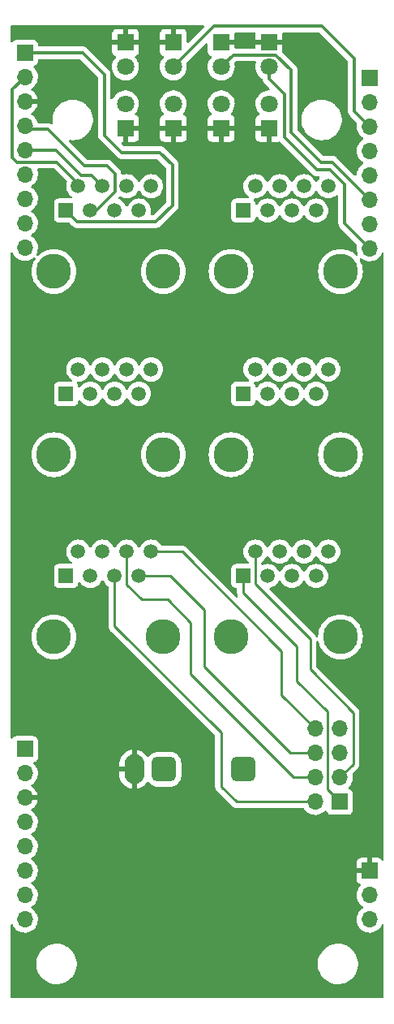
<source format=gbr>
G04 #@! TF.GenerationSoftware,KiCad,Pcbnew,(6.0.11)*
G04 #@! TF.CreationDate,2023-03-02T17:40:08+00:00*
G04 #@! TF.ProjectId,QMidiMonger_controls,514d6964-694d-46f6-9e67-65725f636f6e,rev?*
G04 #@! TF.SameCoordinates,Original*
G04 #@! TF.FileFunction,Copper,L2,Bot*
G04 #@! TF.FilePolarity,Positive*
%FSLAX46Y46*%
G04 Gerber Fmt 4.6, Leading zero omitted, Abs format (unit mm)*
G04 Created by KiCad (PCBNEW (6.0.11)) date 2023-03-02 17:40:08*
%MOMM*%
%LPD*%
G01*
G04 APERTURE LIST*
G04 Aperture macros list*
%AMRoundRect*
0 Rectangle with rounded corners*
0 $1 Rounding radius*
0 $2 $3 $4 $5 $6 $7 $8 $9 X,Y pos of 4 corners*
0 Add a 4 corners polygon primitive as box body*
4,1,4,$2,$3,$4,$5,$6,$7,$8,$9,$2,$3,0*
0 Add four circle primitives for the rounded corners*
1,1,$1+$1,$2,$3*
1,1,$1+$1,$4,$5*
1,1,$1+$1,$6,$7*
1,1,$1+$1,$8,$9*
0 Add four rect primitives between the rounded corners*
20,1,$1+$1,$2,$3,$4,$5,0*
20,1,$1+$1,$4,$5,$6,$7,0*
20,1,$1+$1,$6,$7,$8,$9,0*
20,1,$1+$1,$8,$9,$2,$3,0*%
G04 Aperture macros list end*
G04 #@! TA.AperFunction,ComponentPad*
%ADD10R,1.800000X1.800000*%
G04 #@! TD*
G04 #@! TA.AperFunction,ComponentPad*
%ADD11C,1.800000*%
G04 #@! TD*
G04 #@! TA.AperFunction,ComponentPad*
%ADD12R,1.700000X1.700000*%
G04 #@! TD*
G04 #@! TA.AperFunction,ComponentPad*
%ADD13O,1.700000X1.700000*%
G04 #@! TD*
G04 #@! TA.AperFunction,WasherPad*
%ADD14C,3.650000*%
G04 #@! TD*
G04 #@! TA.AperFunction,ComponentPad*
%ADD15R,1.500000X1.500000*%
G04 #@! TD*
G04 #@! TA.AperFunction,ComponentPad*
%ADD16C,1.500000*%
G04 #@! TD*
G04 #@! TA.AperFunction,ComponentPad*
%ADD17RoundRect,0.650000X-0.650000X0.650000X-0.650000X-0.650000X0.650000X-0.650000X0.650000X0.650000X0*%
G04 #@! TD*
G04 #@! TA.AperFunction,ComponentPad*
%ADD18O,2.100000X3.100000*%
G04 #@! TD*
G04 #@! TA.AperFunction,ViaPad*
%ADD19C,0.800000*%
G04 #@! TD*
G04 #@! TA.AperFunction,Conductor*
%ADD20C,0.300000*%
G04 #@! TD*
G04 #@! TA.AperFunction,Conductor*
%ADD21C,0.250000*%
G04 #@! TD*
G04 APERTURE END LIST*
D10*
X108500000Y-46330000D03*
D11*
X108500000Y-48870000D03*
D10*
X113500000Y-46330000D03*
D11*
X113500000Y-48870000D03*
D10*
X123500000Y-46330000D03*
D11*
X123500000Y-48870000D03*
D10*
X113500000Y-55270000D03*
D11*
X113500000Y-52730000D03*
D10*
X118500000Y-55270000D03*
D11*
X118500000Y-52730000D03*
D10*
X123500000Y-55270000D03*
D11*
X123500000Y-52730000D03*
D10*
X118500000Y-46330000D03*
D11*
X118500000Y-48870000D03*
D10*
X108500000Y-55270000D03*
D11*
X108500000Y-52730000D03*
D12*
X130875000Y-125500000D03*
D13*
X128335000Y-125500000D03*
X130875000Y-122960000D03*
X128335000Y-122960000D03*
X130875000Y-120420000D03*
X128335000Y-120420000D03*
X130875000Y-117880000D03*
X128335000Y-117880000D03*
D14*
X112460000Y-108300000D03*
X101030000Y-108300000D03*
D15*
X102300000Y-101950000D03*
D16*
X103570000Y-99410000D03*
X104840000Y-101950000D03*
X106110000Y-99410000D03*
X107380000Y-101950000D03*
X108650000Y-99410000D03*
X109920000Y-101950000D03*
X111190000Y-99410000D03*
D14*
X130960000Y-70200000D03*
X119530000Y-70200000D03*
D15*
X120800000Y-63850000D03*
D16*
X122070000Y-61310000D03*
X123340000Y-63850000D03*
X124610000Y-61310000D03*
X125880000Y-63850000D03*
X127150000Y-61310000D03*
X128420000Y-63850000D03*
X129690000Y-61310000D03*
D14*
X130960000Y-89300000D03*
X119530000Y-89300000D03*
D15*
X120800000Y-82950000D03*
D16*
X122070000Y-80410000D03*
X123340000Y-82950000D03*
X124610000Y-80410000D03*
X125880000Y-82950000D03*
X127150000Y-80410000D03*
X128420000Y-82950000D03*
X129690000Y-80410000D03*
D14*
X130960000Y-108300000D03*
X119530000Y-108300000D03*
D15*
X120800000Y-101950000D03*
D16*
X122070000Y-99410000D03*
X123340000Y-101950000D03*
X124610000Y-99410000D03*
X125880000Y-101950000D03*
X127150000Y-99410000D03*
X128420000Y-101950000D03*
X129690000Y-99410000D03*
D14*
X101030000Y-89300000D03*
X112460000Y-89300000D03*
D15*
X102300000Y-82950000D03*
D16*
X103570000Y-80410000D03*
X104840000Y-82950000D03*
X106110000Y-80410000D03*
X107380000Y-82950000D03*
X108650000Y-80410000D03*
X109920000Y-82950000D03*
X111190000Y-80410000D03*
D14*
X112460000Y-70200000D03*
X101030000Y-70200000D03*
D15*
X102300000Y-63850000D03*
D16*
X103570000Y-61310000D03*
X104840000Y-63850000D03*
X106110000Y-61310000D03*
X107380000Y-63850000D03*
X108650000Y-61310000D03*
X109920000Y-63850000D03*
X111190000Y-61310000D03*
D17*
X112520000Y-122100000D03*
D18*
X109420000Y-122100000D03*
D17*
X120820000Y-122100000D03*
D12*
X134000000Y-50000000D03*
D13*
X134000000Y-52540000D03*
X134000000Y-55080000D03*
X134000000Y-57620000D03*
X134000000Y-60160000D03*
X134000000Y-62700000D03*
X134000000Y-65240000D03*
X134000000Y-67780000D03*
D12*
X98000000Y-120000000D03*
D13*
X98000000Y-122540000D03*
X98000000Y-125080000D03*
X98000000Y-127620000D03*
X98000000Y-130160000D03*
X98000000Y-132700000D03*
X98000000Y-135240000D03*
X98000000Y-137780000D03*
D12*
X98000000Y-47400000D03*
D13*
X98000000Y-49940000D03*
X98000000Y-52480000D03*
X98000000Y-55020000D03*
X98000000Y-57560000D03*
X98000000Y-60100000D03*
X98000000Y-62640000D03*
X98000000Y-65180000D03*
X98000000Y-67720000D03*
D12*
X134000000Y-132700000D03*
D13*
X134000000Y-135240000D03*
X134000000Y-137780000D03*
D19*
X100700000Y-49900000D03*
X103600000Y-49800000D03*
D20*
X132400000Y-48000000D02*
X129000000Y-44600000D01*
X132400000Y-53480000D02*
X132400000Y-48000000D01*
X129000000Y-44600000D02*
X117770000Y-44600000D01*
X134000000Y-55080000D02*
X132400000Y-53480000D01*
X117770000Y-44600000D02*
X113500000Y-48870000D01*
X125800000Y-49200000D02*
X124220000Y-47620000D01*
X124220000Y-47620000D02*
X119750000Y-47620000D01*
X119750000Y-47620000D02*
X118500000Y-48870000D01*
X130100000Y-58800000D02*
X128900000Y-58800000D01*
X134000000Y-62700000D02*
X130100000Y-58800000D01*
X128900000Y-58800000D02*
X125800000Y-55700000D01*
X125800000Y-55700000D02*
X125800000Y-49200000D01*
X125100000Y-51740000D02*
X125100000Y-56200000D01*
X131400000Y-65180000D02*
X134000000Y-67780000D01*
X123500000Y-50140000D02*
X125100000Y-51740000D01*
X125100000Y-56200000D02*
X128500000Y-59600000D01*
X123500000Y-50140000D02*
X123500000Y-48870000D01*
X131400000Y-61100000D02*
X131400000Y-65180000D01*
X129900000Y-59600000D02*
X131400000Y-61100000D01*
X128500000Y-59600000D02*
X129900000Y-59600000D01*
X106300000Y-56000000D02*
X106300000Y-49700000D01*
X104000000Y-47400000D02*
X98000000Y-47400000D01*
X113400000Y-63300000D02*
X113400000Y-59100000D01*
X108100000Y-57800000D02*
X106300000Y-56000000D01*
X111700000Y-65000000D02*
X113400000Y-63300000D01*
X106300000Y-49700000D02*
X104000000Y-47400000D01*
X102300000Y-63850000D02*
X103450000Y-65000000D01*
X112100000Y-57800000D02*
X108100000Y-57800000D01*
X113400000Y-59100000D02*
X112100000Y-57800000D01*
X103450000Y-65000000D02*
X111700000Y-65000000D01*
X103570000Y-61010000D02*
X101360000Y-58800000D01*
X96700000Y-58300000D02*
X96700000Y-51240000D01*
X96700000Y-51240000D02*
X98000000Y-49940000D01*
X97200000Y-58800000D02*
X96700000Y-58300000D01*
X101360000Y-58800000D02*
X97200000Y-58800000D01*
X103570000Y-61310000D02*
X103570000Y-61010000D01*
X100400000Y-55400000D02*
X98380000Y-55400000D01*
X105450000Y-63850000D02*
X107400000Y-61900000D01*
X104200000Y-59200000D02*
X100400000Y-55400000D01*
X106600000Y-59200000D02*
X104200000Y-59200000D01*
X107400000Y-60000000D02*
X106600000Y-59200000D01*
X98380000Y-55400000D02*
X98000000Y-55020000D01*
X107400000Y-61900000D02*
X107400000Y-60000000D01*
X104840000Y-63850000D02*
X105450000Y-63850000D01*
X101260000Y-57560000D02*
X98000000Y-57560000D01*
X105010000Y-60210000D02*
X103910000Y-60210000D01*
X106110000Y-61310000D02*
X105010000Y-60210000D01*
X103910000Y-60210000D02*
X101260000Y-57560000D01*
D21*
X130875000Y-125500000D02*
X129600000Y-124225000D01*
X126400000Y-109300000D02*
X120800000Y-103700000D01*
X129600000Y-116100000D02*
X126400000Y-112900000D01*
X126400000Y-112900000D02*
X126400000Y-109300000D01*
X120800000Y-103700000D02*
X120800000Y-101950000D01*
X129600000Y-124225000D02*
X129600000Y-116100000D01*
X122070000Y-102770000D02*
X122070000Y-99410000D01*
X127800000Y-108500000D02*
X122070000Y-102770000D01*
X132300000Y-121535000D02*
X132300000Y-116200000D01*
X130875000Y-122960000D02*
X132300000Y-121535000D01*
X127800000Y-111700000D02*
X127800000Y-108500000D01*
X132300000Y-116200000D02*
X127800000Y-111700000D01*
X118500000Y-118300000D02*
X107380000Y-107180000D01*
X120100000Y-125500000D02*
X118500000Y-123900000D01*
X128335000Y-125500000D02*
X120100000Y-125500000D01*
X118500000Y-123900000D02*
X118500000Y-118300000D01*
X107380000Y-107180000D02*
X107380000Y-101950000D01*
X126060000Y-122960000D02*
X128335000Y-122960000D01*
X110200000Y-104400000D02*
X112900000Y-104400000D01*
X108650000Y-99410000D02*
X108650000Y-102850000D01*
X115300000Y-112200000D02*
X126060000Y-122960000D01*
X115300000Y-106800000D02*
X115300000Y-112200000D01*
X108650000Y-102850000D02*
X110200000Y-104400000D01*
X112900000Y-104400000D02*
X115300000Y-106800000D01*
X116700000Y-105500000D02*
X116700000Y-111400000D01*
X116700000Y-111400000D02*
X125720000Y-120420000D01*
X109920000Y-101950000D02*
X113150000Y-101950000D01*
X125720000Y-120420000D02*
X128335000Y-120420000D01*
X113150000Y-101950000D02*
X116700000Y-105500000D01*
X124800000Y-109800000D02*
X124800000Y-114345000D01*
X114410000Y-99410000D02*
X124800000Y-109800000D01*
X111190000Y-99410000D02*
X114410000Y-99410000D01*
X124800000Y-114345000D02*
X128335000Y-117880000D01*
G04 #@! TA.AperFunction,Conductor*
G36*
X116694171Y-44528502D02*
G01*
X116740664Y-44582158D01*
X116750768Y-44652432D01*
X116721274Y-44717012D01*
X116715145Y-44723595D01*
X115123095Y-46315645D01*
X115060783Y-46349671D01*
X114989968Y-46344606D01*
X114933132Y-46302059D01*
X114908321Y-46235539D01*
X114908000Y-46226550D01*
X114907999Y-45385331D01*
X114907629Y-45378510D01*
X114902105Y-45327648D01*
X114898479Y-45312396D01*
X114853324Y-45191946D01*
X114844786Y-45176351D01*
X114768285Y-45074276D01*
X114755724Y-45061715D01*
X114653649Y-44985214D01*
X114638054Y-44976676D01*
X114517606Y-44931522D01*
X114502351Y-44927895D01*
X114451486Y-44922369D01*
X114444672Y-44922000D01*
X113772115Y-44922000D01*
X113756876Y-44926475D01*
X113755671Y-44927865D01*
X113754000Y-44935548D01*
X113754000Y-46458000D01*
X113733998Y-46526121D01*
X113680342Y-46572614D01*
X113628000Y-46584000D01*
X112110116Y-46584000D01*
X112094877Y-46588475D01*
X112093672Y-46589865D01*
X112092001Y-46597548D01*
X112092001Y-47274669D01*
X112092371Y-47281490D01*
X112097895Y-47332352D01*
X112101521Y-47347604D01*
X112146676Y-47468054D01*
X112155214Y-47483649D01*
X112231715Y-47585724D01*
X112244276Y-47598285D01*
X112346351Y-47674786D01*
X112361946Y-47683324D01*
X112421540Y-47705665D01*
X112478304Y-47748307D01*
X112503004Y-47814868D01*
X112487796Y-47884217D01*
X112468404Y-47910698D01*
X112401639Y-47980564D01*
X112398725Y-47984836D01*
X112398724Y-47984837D01*
X112383152Y-48007665D01*
X112271119Y-48171899D01*
X112173602Y-48381981D01*
X112111707Y-48605169D01*
X112087095Y-48835469D01*
X112087392Y-48840622D01*
X112087392Y-48840625D01*
X112099049Y-49042796D01*
X112100427Y-49066697D01*
X112101564Y-49071743D01*
X112101565Y-49071749D01*
X112128582Y-49191631D01*
X112151346Y-49292642D01*
X112153288Y-49297424D01*
X112153289Y-49297428D01*
X112235830Y-49500702D01*
X112238484Y-49507237D01*
X112359501Y-49704719D01*
X112511147Y-49879784D01*
X112689349Y-50027730D01*
X112889322Y-50144584D01*
X112894147Y-50146426D01*
X112894148Y-50146427D01*
X112968665Y-50174883D01*
X113105694Y-50227209D01*
X113110760Y-50228240D01*
X113110761Y-50228240D01*
X113148441Y-50235906D01*
X113332656Y-50273385D01*
X113463324Y-50278176D01*
X113558949Y-50281683D01*
X113558953Y-50281683D01*
X113564113Y-50281872D01*
X113569233Y-50281216D01*
X113569235Y-50281216D01*
X113642270Y-50271860D01*
X113793847Y-50252442D01*
X113798795Y-50250957D01*
X113798802Y-50250956D01*
X114010747Y-50187369D01*
X114015690Y-50185886D01*
X114024782Y-50181432D01*
X114219049Y-50086262D01*
X114219052Y-50086260D01*
X114223684Y-50083991D01*
X114412243Y-49949494D01*
X114576303Y-49786005D01*
X114711458Y-49597917D01*
X114738701Y-49542796D01*
X114811784Y-49394922D01*
X114811785Y-49394920D01*
X114814078Y-49390280D01*
X114881408Y-49168671D01*
X114911640Y-48939041D01*
X114912484Y-48904492D01*
X114913245Y-48873365D01*
X114913245Y-48873361D01*
X114913327Y-48870000D01*
X114894349Y-48639167D01*
X114865124Y-48522818D01*
X114867928Y-48451876D01*
X114898233Y-48403027D01*
X116876905Y-46424355D01*
X116939217Y-46390329D01*
X117010032Y-46395394D01*
X117066868Y-46437941D01*
X117091679Y-46504461D01*
X117092000Y-46513450D01*
X117092001Y-47274669D01*
X117092371Y-47281490D01*
X117097895Y-47332352D01*
X117101521Y-47347604D01*
X117146676Y-47468054D01*
X117155214Y-47483649D01*
X117231715Y-47585724D01*
X117244276Y-47598285D01*
X117346351Y-47674786D01*
X117361946Y-47683324D01*
X117421540Y-47705665D01*
X117478304Y-47748307D01*
X117503004Y-47814868D01*
X117487796Y-47884217D01*
X117468404Y-47910698D01*
X117401639Y-47980564D01*
X117398725Y-47984836D01*
X117398724Y-47984837D01*
X117383152Y-48007665D01*
X117271119Y-48171899D01*
X117173602Y-48381981D01*
X117111707Y-48605169D01*
X117087095Y-48835469D01*
X117087392Y-48840622D01*
X117087392Y-48840625D01*
X117099049Y-49042796D01*
X117100427Y-49066697D01*
X117101564Y-49071743D01*
X117101565Y-49071749D01*
X117128582Y-49191631D01*
X117151346Y-49292642D01*
X117153288Y-49297424D01*
X117153289Y-49297428D01*
X117235830Y-49500702D01*
X117238484Y-49507237D01*
X117359501Y-49704719D01*
X117511147Y-49879784D01*
X117689349Y-50027730D01*
X117889322Y-50144584D01*
X117894147Y-50146426D01*
X117894148Y-50146427D01*
X117968665Y-50174883D01*
X118105694Y-50227209D01*
X118110760Y-50228240D01*
X118110761Y-50228240D01*
X118148441Y-50235906D01*
X118332656Y-50273385D01*
X118463324Y-50278176D01*
X118558949Y-50281683D01*
X118558953Y-50281683D01*
X118564113Y-50281872D01*
X118569233Y-50281216D01*
X118569235Y-50281216D01*
X118642270Y-50271860D01*
X118793847Y-50252442D01*
X118798795Y-50250957D01*
X118798802Y-50250956D01*
X119010747Y-50187369D01*
X119015690Y-50185886D01*
X119024782Y-50181432D01*
X119219049Y-50086262D01*
X119219052Y-50086260D01*
X119223684Y-50083991D01*
X119412243Y-49949494D01*
X119576303Y-49786005D01*
X119711458Y-49597917D01*
X119738701Y-49542796D01*
X119811784Y-49394922D01*
X119811785Y-49394920D01*
X119814078Y-49390280D01*
X119881408Y-49168671D01*
X119911640Y-48939041D01*
X119912484Y-48904492D01*
X119913245Y-48873365D01*
X119913245Y-48873361D01*
X119913327Y-48870000D01*
X119894349Y-48639167D01*
X119865124Y-48522818D01*
X119867928Y-48451876D01*
X119898233Y-48403027D01*
X119985855Y-48315405D01*
X120048167Y-48281379D01*
X120074950Y-48278500D01*
X122036601Y-48278500D01*
X122104722Y-48298502D01*
X122151215Y-48352158D01*
X122161319Y-48422432D01*
X122158019Y-48438172D01*
X122111707Y-48605169D01*
X122087095Y-48835469D01*
X122087392Y-48840622D01*
X122087392Y-48840625D01*
X122099049Y-49042796D01*
X122100427Y-49066697D01*
X122101564Y-49071743D01*
X122101565Y-49071749D01*
X122128582Y-49191631D01*
X122151346Y-49292642D01*
X122153288Y-49297424D01*
X122153289Y-49297428D01*
X122235830Y-49500702D01*
X122238484Y-49507237D01*
X122359501Y-49704719D01*
X122511147Y-49879784D01*
X122689349Y-50027730D01*
X122779562Y-50080446D01*
X122828285Y-50132083D01*
X122841500Y-50180437D01*
X122841500Y-50181432D01*
X122842056Y-50185832D01*
X122842988Y-50197664D01*
X122844438Y-50243831D01*
X122846650Y-50251444D01*
X122846650Y-50251445D01*
X122850419Y-50264416D01*
X122854430Y-50283782D01*
X122857118Y-50305064D01*
X122860034Y-50312429D01*
X122860035Y-50312433D01*
X122874126Y-50348021D01*
X122877965Y-50359231D01*
X122890855Y-50403600D01*
X122901775Y-50422065D01*
X122910466Y-50439805D01*
X122918365Y-50459756D01*
X122945516Y-50497126D01*
X122952033Y-50507048D01*
X122971507Y-50539977D01*
X122971510Y-50539981D01*
X122975547Y-50546807D01*
X122990711Y-50561971D01*
X123003551Y-50577004D01*
X123016159Y-50594357D01*
X123040110Y-50614171D01*
X123051752Y-50623802D01*
X123060532Y-50631792D01*
X123534286Y-51105546D01*
X123568312Y-51167858D01*
X123563247Y-51238673D01*
X123520700Y-51295509D01*
X123454180Y-51320320D01*
X123443652Y-51320632D01*
X123440555Y-51320594D01*
X123406581Y-51320179D01*
X123406579Y-51320179D01*
X123401411Y-51320116D01*
X123172464Y-51355150D01*
X122952314Y-51427106D01*
X122947726Y-51429494D01*
X122947722Y-51429496D01*
X122772646Y-51520635D01*
X122746872Y-51534052D01*
X122742739Y-51537155D01*
X122742736Y-51537157D01*
X122565790Y-51670012D01*
X122561655Y-51673117D01*
X122401639Y-51840564D01*
X122398725Y-51844836D01*
X122398724Y-51844837D01*
X122383152Y-51867665D01*
X122271119Y-52031899D01*
X122173602Y-52241981D01*
X122111707Y-52465169D01*
X122087095Y-52695469D01*
X122087392Y-52700622D01*
X122087392Y-52700625D01*
X122093067Y-52799041D01*
X122100427Y-52926697D01*
X122101564Y-52931743D01*
X122101565Y-52931749D01*
X122126369Y-53041811D01*
X122151346Y-53152642D01*
X122153288Y-53157424D01*
X122153289Y-53157428D01*
X122235125Y-53358965D01*
X122238484Y-53367237D01*
X122359501Y-53564719D01*
X122370597Y-53577529D01*
X122471653Y-53694191D01*
X122501135Y-53758776D01*
X122491020Y-53829049D01*
X122444519Y-53882697D01*
X122420646Y-53894670D01*
X122361944Y-53916677D01*
X122346351Y-53925214D01*
X122244276Y-54001715D01*
X122231715Y-54014276D01*
X122155214Y-54116351D01*
X122146676Y-54131946D01*
X122101522Y-54252394D01*
X122097895Y-54267649D01*
X122092369Y-54318514D01*
X122092000Y-54325328D01*
X122092000Y-54997885D01*
X122096475Y-55013124D01*
X122097865Y-55014329D01*
X122105548Y-55016000D01*
X123628000Y-55016000D01*
X123696121Y-55036002D01*
X123742614Y-55089658D01*
X123754000Y-55142000D01*
X123754000Y-56659884D01*
X123758475Y-56675123D01*
X123759865Y-56676328D01*
X123767548Y-56677999D01*
X124444669Y-56677999D01*
X124451490Y-56677629D01*
X124502352Y-56672105D01*
X124517603Y-56668479D01*
X124528645Y-56664340D01*
X124599453Y-56659158D01*
X124661968Y-56693228D01*
X127976345Y-60007605D01*
X127984335Y-60016385D01*
X127988584Y-60023080D01*
X127994362Y-60028506D01*
X127994363Y-60028507D01*
X128040257Y-60071604D01*
X128043099Y-60074359D01*
X128063667Y-60094927D01*
X128067170Y-60097644D01*
X128076195Y-60105352D01*
X128109867Y-60136972D01*
X128116818Y-60140793D01*
X128116819Y-60140794D01*
X128128658Y-60147303D01*
X128145182Y-60158157D01*
X128151736Y-60163240D01*
X128162132Y-60171304D01*
X128169404Y-60174451D01*
X128169406Y-60174452D01*
X128204535Y-60189654D01*
X128215196Y-60194876D01*
X128255663Y-60217124D01*
X128276441Y-60222459D01*
X128295131Y-60228858D01*
X128314824Y-60237380D01*
X128358596Y-60244313D01*
X128360448Y-60244606D01*
X128372071Y-60247013D01*
X128400072Y-60254202D01*
X128416812Y-60258500D01*
X128438259Y-60258500D01*
X128457969Y-60260051D01*
X128479152Y-60263406D01*
X128525141Y-60259059D01*
X128536996Y-60258500D01*
X128657523Y-60258500D01*
X128725644Y-60278502D01*
X128772137Y-60332158D01*
X128782241Y-60402432D01*
X128752747Y-60467012D01*
X128746618Y-60473595D01*
X128722251Y-60497962D01*
X128719094Y-60502470D01*
X128719092Y-60502473D01*
X128599101Y-60673838D01*
X128595944Y-60678347D01*
X128593621Y-60683329D01*
X128593618Y-60683334D01*
X128576978Y-60719020D01*
X128536290Y-60806277D01*
X128534195Y-60810769D01*
X128487278Y-60864054D01*
X128419001Y-60883515D01*
X128351041Y-60862973D01*
X128305805Y-60810769D01*
X128303711Y-60806277D01*
X128263022Y-60719020D01*
X128246382Y-60683334D01*
X128246379Y-60683329D01*
X128244056Y-60678347D01*
X128240899Y-60673838D01*
X128120908Y-60502473D01*
X128120906Y-60502470D01*
X128117749Y-60497962D01*
X127962038Y-60342251D01*
X127781654Y-60215944D01*
X127582076Y-60122880D01*
X127369371Y-60065885D01*
X127150000Y-60046693D01*
X126930629Y-60065885D01*
X126717924Y-60122880D01*
X126625092Y-60166168D01*
X126523334Y-60213618D01*
X126523329Y-60213621D01*
X126518347Y-60215944D01*
X126513840Y-60219100D01*
X126513838Y-60219101D01*
X126342473Y-60339092D01*
X126342470Y-60339094D01*
X126337962Y-60342251D01*
X126182251Y-60497962D01*
X126179094Y-60502470D01*
X126179092Y-60502473D01*
X126059101Y-60673838D01*
X126055944Y-60678347D01*
X126053621Y-60683329D01*
X126053618Y-60683334D01*
X126036978Y-60719020D01*
X125996290Y-60806277D01*
X125994195Y-60810769D01*
X125947278Y-60864054D01*
X125879001Y-60883515D01*
X125811041Y-60862973D01*
X125765805Y-60810769D01*
X125763711Y-60806277D01*
X125723022Y-60719020D01*
X125706382Y-60683334D01*
X125706379Y-60683329D01*
X125704056Y-60678347D01*
X125700899Y-60673838D01*
X125580908Y-60502473D01*
X125580906Y-60502470D01*
X125577749Y-60497962D01*
X125422038Y-60342251D01*
X125241654Y-60215944D01*
X125042076Y-60122880D01*
X124829371Y-60065885D01*
X124610000Y-60046693D01*
X124390629Y-60065885D01*
X124177924Y-60122880D01*
X124085092Y-60166168D01*
X123983334Y-60213618D01*
X123983329Y-60213621D01*
X123978347Y-60215944D01*
X123973840Y-60219100D01*
X123973838Y-60219101D01*
X123802473Y-60339092D01*
X123802470Y-60339094D01*
X123797962Y-60342251D01*
X123642251Y-60497962D01*
X123639094Y-60502470D01*
X123639092Y-60502473D01*
X123519101Y-60673838D01*
X123515944Y-60678347D01*
X123513621Y-60683329D01*
X123513618Y-60683334D01*
X123496978Y-60719020D01*
X123456290Y-60806277D01*
X123454195Y-60810769D01*
X123407278Y-60864054D01*
X123339001Y-60883515D01*
X123271041Y-60862973D01*
X123225805Y-60810769D01*
X123223711Y-60806277D01*
X123183022Y-60719020D01*
X123166382Y-60683334D01*
X123166379Y-60683329D01*
X123164056Y-60678347D01*
X123160899Y-60673838D01*
X123040908Y-60502473D01*
X123040906Y-60502470D01*
X123037749Y-60497962D01*
X122882038Y-60342251D01*
X122701654Y-60215944D01*
X122502076Y-60122880D01*
X122289371Y-60065885D01*
X122070000Y-60046693D01*
X121850629Y-60065885D01*
X121637924Y-60122880D01*
X121545092Y-60166168D01*
X121443334Y-60213618D01*
X121443329Y-60213621D01*
X121438347Y-60215944D01*
X121433840Y-60219100D01*
X121433838Y-60219101D01*
X121262473Y-60339092D01*
X121262470Y-60339094D01*
X121257962Y-60342251D01*
X121102251Y-60497962D01*
X121099094Y-60502470D01*
X121099092Y-60502473D01*
X120979101Y-60673838D01*
X120975944Y-60678347D01*
X120973621Y-60683329D01*
X120973618Y-60683334D01*
X120956978Y-60719020D01*
X120882880Y-60877924D01*
X120825885Y-61090629D01*
X120806693Y-61310000D01*
X120825885Y-61529371D01*
X120882880Y-61742076D01*
X120885205Y-61747061D01*
X120973618Y-61936666D01*
X120973621Y-61936671D01*
X120975944Y-61941653D01*
X120979100Y-61946160D01*
X120979101Y-61946162D01*
X121098977Y-62117362D01*
X121102251Y-62122038D01*
X121257962Y-62277749D01*
X121262471Y-62280906D01*
X121262473Y-62280908D01*
X121378694Y-62362287D01*
X121423022Y-62417744D01*
X121430331Y-62488364D01*
X121398300Y-62551724D01*
X121337099Y-62587709D01*
X121306423Y-62591500D01*
X120001866Y-62591500D01*
X119939684Y-62598255D01*
X119803295Y-62649385D01*
X119686739Y-62736739D01*
X119599385Y-62853295D01*
X119548255Y-62989684D01*
X119541500Y-63051866D01*
X119541500Y-64648134D01*
X119548255Y-64710316D01*
X119599385Y-64846705D01*
X119686739Y-64963261D01*
X119803295Y-65050615D01*
X119939684Y-65101745D01*
X120001866Y-65108500D01*
X121598134Y-65108500D01*
X121660316Y-65101745D01*
X121796705Y-65050615D01*
X121913261Y-64963261D01*
X122000615Y-64846705D01*
X122051745Y-64710316D01*
X122058500Y-64648134D01*
X122058500Y-64613576D01*
X122078502Y-64545455D01*
X122132158Y-64498962D01*
X122202432Y-64488858D01*
X122267012Y-64518352D01*
X122287713Y-64541305D01*
X122368977Y-64657362D01*
X122372251Y-64662038D01*
X122527962Y-64817749D01*
X122532471Y-64820906D01*
X122532473Y-64820908D01*
X122607241Y-64873261D01*
X122708346Y-64944056D01*
X122907924Y-65037120D01*
X123120629Y-65094115D01*
X123340000Y-65113307D01*
X123559371Y-65094115D01*
X123772076Y-65037120D01*
X123971654Y-64944056D01*
X124072759Y-64873261D01*
X124147527Y-64820908D01*
X124147529Y-64820906D01*
X124152038Y-64817749D01*
X124307749Y-64662038D01*
X124311024Y-64657362D01*
X124430899Y-64486162D01*
X124430900Y-64486160D01*
X124434056Y-64481653D01*
X124436379Y-64476671D01*
X124436382Y-64476666D01*
X124495805Y-64349231D01*
X124542722Y-64295946D01*
X124610999Y-64276485D01*
X124678959Y-64297027D01*
X124724195Y-64349231D01*
X124783618Y-64476666D01*
X124783621Y-64476671D01*
X124785944Y-64481653D01*
X124789100Y-64486160D01*
X124789101Y-64486162D01*
X124908977Y-64657362D01*
X124912251Y-64662038D01*
X125067962Y-64817749D01*
X125072471Y-64820906D01*
X125072473Y-64820908D01*
X125147241Y-64873261D01*
X125248346Y-64944056D01*
X125447924Y-65037120D01*
X125660629Y-65094115D01*
X125880000Y-65113307D01*
X126099371Y-65094115D01*
X126312076Y-65037120D01*
X126511654Y-64944056D01*
X126612759Y-64873261D01*
X126687527Y-64820908D01*
X126687529Y-64820906D01*
X126692038Y-64817749D01*
X126847749Y-64662038D01*
X126851024Y-64657362D01*
X126970899Y-64486162D01*
X126970900Y-64486160D01*
X126974056Y-64481653D01*
X126976379Y-64476671D01*
X126976382Y-64476666D01*
X127035805Y-64349231D01*
X127082722Y-64295946D01*
X127150999Y-64276485D01*
X127218959Y-64297027D01*
X127264195Y-64349231D01*
X127323618Y-64476666D01*
X127323621Y-64476671D01*
X127325944Y-64481653D01*
X127329100Y-64486160D01*
X127329101Y-64486162D01*
X127448977Y-64657362D01*
X127452251Y-64662038D01*
X127607962Y-64817749D01*
X127612471Y-64820906D01*
X127612473Y-64820908D01*
X127687241Y-64873261D01*
X127788346Y-64944056D01*
X127987924Y-65037120D01*
X128200629Y-65094115D01*
X128420000Y-65113307D01*
X128639371Y-65094115D01*
X128852076Y-65037120D01*
X129051654Y-64944056D01*
X129152759Y-64873261D01*
X129227527Y-64820908D01*
X129227529Y-64820906D01*
X129232038Y-64817749D01*
X129387749Y-64662038D01*
X129391024Y-64657362D01*
X129510899Y-64486162D01*
X129510900Y-64486160D01*
X129514056Y-64481653D01*
X129516379Y-64476671D01*
X129516382Y-64476666D01*
X129604795Y-64287061D01*
X129607120Y-64282076D01*
X129664115Y-64069371D01*
X129683307Y-63850000D01*
X129664115Y-63630629D01*
X129607120Y-63417924D01*
X129546424Y-63287760D01*
X129516382Y-63223334D01*
X129516379Y-63223329D01*
X129514056Y-63218347D01*
X129503326Y-63203023D01*
X129390908Y-63042473D01*
X129390906Y-63042470D01*
X129387749Y-63037962D01*
X129232038Y-62882251D01*
X129051654Y-62755944D01*
X128852076Y-62662880D01*
X128639371Y-62605885D01*
X128420000Y-62586693D01*
X128200629Y-62605885D01*
X127987924Y-62662880D01*
X127894764Y-62706321D01*
X127793334Y-62753618D01*
X127793329Y-62753621D01*
X127788347Y-62755944D01*
X127783840Y-62759100D01*
X127783838Y-62759101D01*
X127612473Y-62879092D01*
X127612470Y-62879094D01*
X127607962Y-62882251D01*
X127452251Y-63037962D01*
X127449094Y-63042470D01*
X127449092Y-63042473D01*
X127336674Y-63203023D01*
X127325944Y-63218347D01*
X127323621Y-63223329D01*
X127323618Y-63223334D01*
X127293576Y-63287760D01*
X127266290Y-63346277D01*
X127264195Y-63350769D01*
X127217278Y-63404054D01*
X127149001Y-63423515D01*
X127081041Y-63402973D01*
X127035805Y-63350769D01*
X127033711Y-63346277D01*
X127006424Y-63287760D01*
X126976382Y-63223334D01*
X126976379Y-63223329D01*
X126974056Y-63218347D01*
X126963326Y-63203023D01*
X126850908Y-63042473D01*
X126850906Y-63042470D01*
X126847749Y-63037962D01*
X126692038Y-62882251D01*
X126511654Y-62755944D01*
X126312076Y-62662880D01*
X126099371Y-62605885D01*
X125880000Y-62586693D01*
X125660629Y-62605885D01*
X125447924Y-62662880D01*
X125354764Y-62706321D01*
X125253334Y-62753618D01*
X125253329Y-62753621D01*
X125248347Y-62755944D01*
X125243840Y-62759100D01*
X125243838Y-62759101D01*
X125072473Y-62879092D01*
X125072470Y-62879094D01*
X125067962Y-62882251D01*
X124912251Y-63037962D01*
X124909094Y-63042470D01*
X124909092Y-63042473D01*
X124796674Y-63203023D01*
X124785944Y-63218347D01*
X124783621Y-63223329D01*
X124783618Y-63223334D01*
X124753576Y-63287760D01*
X124726290Y-63346277D01*
X124724195Y-63350769D01*
X124677278Y-63404054D01*
X124609001Y-63423515D01*
X124541041Y-63402973D01*
X124495805Y-63350769D01*
X124493711Y-63346277D01*
X124466424Y-63287760D01*
X124436382Y-63223334D01*
X124436379Y-63223329D01*
X124434056Y-63218347D01*
X124423326Y-63203023D01*
X124310908Y-63042473D01*
X124310906Y-63042470D01*
X124307749Y-63037962D01*
X124152038Y-62882251D01*
X123971654Y-62755944D01*
X123772076Y-62662880D01*
X123559371Y-62605885D01*
X123340000Y-62586693D01*
X123120629Y-62605885D01*
X122907924Y-62662880D01*
X122814764Y-62706321D01*
X122713334Y-62753618D01*
X122713329Y-62753621D01*
X122708347Y-62755944D01*
X122703840Y-62759100D01*
X122703838Y-62759101D01*
X122532473Y-62879092D01*
X122532470Y-62879094D01*
X122527962Y-62882251D01*
X122372251Y-63037962D01*
X122369094Y-63042470D01*
X122369092Y-63042473D01*
X122287713Y-63158695D01*
X122232256Y-63203023D01*
X122161637Y-63210332D01*
X122098276Y-63178301D01*
X122062291Y-63117100D01*
X122058500Y-63086424D01*
X122058500Y-63051866D01*
X122051745Y-62989684D01*
X122000615Y-62853295D01*
X121940308Y-62772827D01*
X121915461Y-62706321D01*
X121930514Y-62636939D01*
X121980689Y-62586709D01*
X122052119Y-62571743D01*
X122064518Y-62572828D01*
X122064525Y-62572828D01*
X122070000Y-62573307D01*
X122289371Y-62554115D01*
X122502076Y-62497120D01*
X122701654Y-62404056D01*
X122882038Y-62277749D01*
X123037749Y-62122038D01*
X123041024Y-62117362D01*
X123160899Y-61946162D01*
X123160900Y-61946160D01*
X123164056Y-61941653D01*
X123166379Y-61936671D01*
X123166382Y-61936666D01*
X123225805Y-61809231D01*
X123272722Y-61755946D01*
X123340999Y-61736485D01*
X123408959Y-61757027D01*
X123454195Y-61809231D01*
X123513618Y-61936666D01*
X123513621Y-61936671D01*
X123515944Y-61941653D01*
X123519100Y-61946160D01*
X123519101Y-61946162D01*
X123638977Y-62117362D01*
X123642251Y-62122038D01*
X123797962Y-62277749D01*
X123978346Y-62404056D01*
X124177924Y-62497120D01*
X124390629Y-62554115D01*
X124610000Y-62573307D01*
X124829371Y-62554115D01*
X125042076Y-62497120D01*
X125241654Y-62404056D01*
X125422038Y-62277749D01*
X125577749Y-62122038D01*
X125581024Y-62117362D01*
X125700899Y-61946162D01*
X125700900Y-61946160D01*
X125704056Y-61941653D01*
X125706379Y-61936671D01*
X125706382Y-61936666D01*
X125765805Y-61809231D01*
X125812722Y-61755946D01*
X125880999Y-61736485D01*
X125948959Y-61757027D01*
X125994195Y-61809231D01*
X126053618Y-61936666D01*
X126053621Y-61936671D01*
X126055944Y-61941653D01*
X126059100Y-61946160D01*
X126059101Y-61946162D01*
X126178977Y-62117362D01*
X126182251Y-62122038D01*
X126337962Y-62277749D01*
X126518346Y-62404056D01*
X126717924Y-62497120D01*
X126930629Y-62554115D01*
X127150000Y-62573307D01*
X127369371Y-62554115D01*
X127582076Y-62497120D01*
X127781654Y-62404056D01*
X127962038Y-62277749D01*
X128117749Y-62122038D01*
X128121024Y-62117362D01*
X128240899Y-61946162D01*
X128240900Y-61946160D01*
X128244056Y-61941653D01*
X128246379Y-61936671D01*
X128246382Y-61936666D01*
X128305805Y-61809231D01*
X128352722Y-61755946D01*
X128420999Y-61736485D01*
X128488959Y-61757027D01*
X128534195Y-61809231D01*
X128593618Y-61936666D01*
X128593621Y-61936671D01*
X128595944Y-61941653D01*
X128599100Y-61946160D01*
X128599101Y-61946162D01*
X128718977Y-62117362D01*
X128722251Y-62122038D01*
X128877962Y-62277749D01*
X129058346Y-62404056D01*
X129257924Y-62497120D01*
X129470629Y-62554115D01*
X129690000Y-62573307D01*
X129909371Y-62554115D01*
X130122076Y-62497120D01*
X130321654Y-62404056D01*
X130502038Y-62277749D01*
X130526405Y-62253382D01*
X130588717Y-62219356D01*
X130659532Y-62224421D01*
X130716368Y-62266968D01*
X130741179Y-62333488D01*
X130741500Y-62342477D01*
X130741500Y-65097944D01*
X130740941Y-65109800D01*
X130739212Y-65117537D01*
X130739461Y-65125459D01*
X130741438Y-65188369D01*
X130741500Y-65192327D01*
X130741500Y-65221432D01*
X130742056Y-65225832D01*
X130742988Y-65237664D01*
X130744438Y-65283831D01*
X130750032Y-65303083D01*
X130750419Y-65304416D01*
X130754430Y-65323782D01*
X130757118Y-65345064D01*
X130760034Y-65352429D01*
X130760035Y-65352433D01*
X130774126Y-65388021D01*
X130777965Y-65399231D01*
X130790855Y-65443600D01*
X130801775Y-65462065D01*
X130810466Y-65479805D01*
X130818365Y-65499756D01*
X130845404Y-65536972D01*
X130845516Y-65537126D01*
X130852033Y-65547048D01*
X130871507Y-65579977D01*
X130871510Y-65579981D01*
X130875547Y-65586807D01*
X130890711Y-65601971D01*
X130903551Y-65617004D01*
X130916159Y-65634357D01*
X130951273Y-65663406D01*
X130951752Y-65663802D01*
X130960532Y-65671792D01*
X132642101Y-67353361D01*
X132676127Y-67415673D01*
X132674424Y-67476125D01*
X132660989Y-67524570D01*
X132637251Y-67746695D01*
X132637548Y-67751848D01*
X132637548Y-67751851D01*
X132645070Y-67882302D01*
X132650110Y-67969715D01*
X132651247Y-67974761D01*
X132651248Y-67974767D01*
X132672275Y-68068069D01*
X132699222Y-68187639D01*
X132730187Y-68263897D01*
X132772704Y-68368605D01*
X132779800Y-68439246D01*
X132747578Y-68502510D01*
X132686268Y-68538310D01*
X132615336Y-68535280D01*
X132572883Y-68510741D01*
X132386693Y-68347456D01*
X132386687Y-68347452D01*
X132383593Y-68344738D01*
X132380163Y-68342446D01*
X132380162Y-68342445D01*
X132132689Y-68177089D01*
X132132687Y-68177088D01*
X132129254Y-68174794D01*
X132080747Y-68150873D01*
X131858612Y-68041327D01*
X131858604Y-68041324D01*
X131854908Y-68039501D01*
X131762312Y-68008069D01*
X131569163Y-67942504D01*
X131569159Y-67942503D01*
X131565250Y-67941176D01*
X131561206Y-67940372D01*
X131561200Y-67940370D01*
X131269275Y-67882302D01*
X131269269Y-67882301D01*
X131265236Y-67881499D01*
X131261131Y-67881230D01*
X131261124Y-67881229D01*
X130964119Y-67861763D01*
X130960000Y-67861493D01*
X130955881Y-67861763D01*
X130658876Y-67881229D01*
X130658869Y-67881230D01*
X130654764Y-67881499D01*
X130650731Y-67882301D01*
X130650725Y-67882302D01*
X130358800Y-67940370D01*
X130358794Y-67940372D01*
X130354750Y-67941176D01*
X130350841Y-67942503D01*
X130350837Y-67942504D01*
X130157688Y-68008069D01*
X130065092Y-68039501D01*
X130061396Y-68041324D01*
X130061388Y-68041327D01*
X129886367Y-68127639D01*
X129790747Y-68174794D01*
X129787314Y-68177088D01*
X129787312Y-68177089D01*
X129764360Y-68192425D01*
X129536407Y-68344738D01*
X129533313Y-68347452D01*
X129533307Y-68347456D01*
X129309515Y-68543717D01*
X129306426Y-68546426D01*
X129303717Y-68549515D01*
X129107456Y-68773307D01*
X129107452Y-68773313D01*
X129104738Y-68776407D01*
X129022663Y-68899242D01*
X128937095Y-69027304D01*
X128934794Y-69030747D01*
X128914187Y-69072534D01*
X128801327Y-69301388D01*
X128801324Y-69301396D01*
X128799501Y-69305092D01*
X128701176Y-69594750D01*
X128641499Y-69894764D01*
X128621493Y-70200000D01*
X128641499Y-70505236D01*
X128701176Y-70805250D01*
X128799501Y-71094908D01*
X128801324Y-71098604D01*
X128801327Y-71098612D01*
X128910103Y-71319184D01*
X128934794Y-71369253D01*
X129104738Y-71623593D01*
X129107452Y-71626687D01*
X129107456Y-71626693D01*
X129303717Y-71850485D01*
X129306426Y-71853574D01*
X129309515Y-71856283D01*
X129533307Y-72052544D01*
X129533313Y-72052548D01*
X129536407Y-72055262D01*
X129539833Y-72057551D01*
X129539838Y-72057555D01*
X129787311Y-72222911D01*
X129790746Y-72225206D01*
X129794449Y-72227032D01*
X130061388Y-72358673D01*
X130061396Y-72358676D01*
X130065092Y-72360499D01*
X130069006Y-72361828D01*
X130069007Y-72361828D01*
X130350837Y-72457496D01*
X130350841Y-72457497D01*
X130354750Y-72458824D01*
X130358794Y-72459628D01*
X130358800Y-72459630D01*
X130650725Y-72517698D01*
X130650731Y-72517699D01*
X130654764Y-72518501D01*
X130658869Y-72518770D01*
X130658876Y-72518771D01*
X130955881Y-72538237D01*
X130960000Y-72538507D01*
X130964119Y-72538237D01*
X131261124Y-72518771D01*
X131261131Y-72518770D01*
X131265236Y-72518501D01*
X131269269Y-72517699D01*
X131269275Y-72517698D01*
X131561200Y-72459630D01*
X131561206Y-72459628D01*
X131565250Y-72458824D01*
X131569159Y-72457497D01*
X131569163Y-72457496D01*
X131850993Y-72361828D01*
X131850994Y-72361828D01*
X131854908Y-72360499D01*
X131858604Y-72358676D01*
X131858612Y-72358673D01*
X132125551Y-72227032D01*
X132129254Y-72225206D01*
X132132689Y-72222911D01*
X132380162Y-72057555D01*
X132380167Y-72057551D01*
X132383593Y-72055262D01*
X132386687Y-72052548D01*
X132386693Y-72052544D01*
X132610485Y-71856283D01*
X132613574Y-71853574D01*
X132616283Y-71850485D01*
X132812544Y-71626693D01*
X132812548Y-71626687D01*
X132815262Y-71623593D01*
X132985206Y-71369253D01*
X133009897Y-71319184D01*
X133118673Y-71098612D01*
X133118676Y-71098604D01*
X133120499Y-71094908D01*
X133218824Y-70805250D01*
X133278501Y-70505236D01*
X133298507Y-70200000D01*
X133278501Y-69894764D01*
X133218824Y-69594750D01*
X133120499Y-69305092D01*
X133118676Y-69301396D01*
X133118673Y-69301388D01*
X133005813Y-69072534D01*
X132985206Y-69030747D01*
X132975083Y-69015597D01*
X132953869Y-68947844D01*
X132972653Y-68879377D01*
X133025471Y-68831934D01*
X133095553Y-68820578D01*
X133160333Y-68848652D01*
X133218126Y-68896632D01*
X133411000Y-69009338D01*
X133415825Y-69011180D01*
X133415826Y-69011181D01*
X133458048Y-69027304D01*
X133619692Y-69089030D01*
X133624760Y-69090061D01*
X133624763Y-69090062D01*
X133732017Y-69111883D01*
X133838597Y-69133567D01*
X133843772Y-69133757D01*
X133843774Y-69133757D01*
X134056673Y-69141564D01*
X134056677Y-69141564D01*
X134061837Y-69141753D01*
X134066957Y-69141097D01*
X134066959Y-69141097D01*
X134278288Y-69114025D01*
X134278289Y-69114025D01*
X134283416Y-69113368D01*
X134288366Y-69111883D01*
X134492429Y-69050661D01*
X134492434Y-69050659D01*
X134497384Y-69049174D01*
X134697994Y-68950896D01*
X134879860Y-68821173D01*
X135038096Y-68663489D01*
X135168453Y-68482077D01*
X135183876Y-68450872D01*
X135252543Y-68311933D01*
X135300656Y-68259726D01*
X135369358Y-68241819D01*
X135436834Y-68263897D01*
X135481662Y-68318951D01*
X135491500Y-68367760D01*
X135491500Y-131480608D01*
X135471498Y-131548729D01*
X135417842Y-131595222D01*
X135347568Y-131605326D01*
X135282988Y-131575832D01*
X135264674Y-131556173D01*
X135218285Y-131494276D01*
X135205724Y-131481715D01*
X135103649Y-131405214D01*
X135088054Y-131396676D01*
X134967606Y-131351522D01*
X134952351Y-131347895D01*
X134901486Y-131342369D01*
X134894672Y-131342000D01*
X134272115Y-131342000D01*
X134256876Y-131346475D01*
X134255671Y-131347865D01*
X134254000Y-131355548D01*
X134254000Y-132828000D01*
X134233998Y-132896121D01*
X134180342Y-132942614D01*
X134128000Y-132954000D01*
X132660116Y-132954000D01*
X132644877Y-132958475D01*
X132643672Y-132959865D01*
X132642001Y-132967548D01*
X132642001Y-133594669D01*
X132642371Y-133601490D01*
X132647895Y-133652352D01*
X132651521Y-133667604D01*
X132696676Y-133788054D01*
X132705214Y-133803649D01*
X132781715Y-133905724D01*
X132794276Y-133918285D01*
X132896351Y-133994786D01*
X132911946Y-134003324D01*
X133020827Y-134044142D01*
X133077591Y-134086784D01*
X133102291Y-134153345D01*
X133087083Y-134222694D01*
X133067691Y-134249175D01*
X132944200Y-134378401D01*
X132940629Y-134382138D01*
X132814743Y-134566680D01*
X132799003Y-134600589D01*
X132728449Y-134752586D01*
X132720688Y-134769305D01*
X132660989Y-134984570D01*
X132637251Y-135206695D01*
X132637548Y-135211848D01*
X132637548Y-135211851D01*
X132643011Y-135306590D01*
X132650110Y-135429715D01*
X132651247Y-135434761D01*
X132651248Y-135434767D01*
X132671119Y-135522939D01*
X132699222Y-135647639D01*
X132737461Y-135741811D01*
X132770492Y-135823156D01*
X132783266Y-135854616D01*
X132899987Y-136045088D01*
X133046250Y-136213938D01*
X133218126Y-136356632D01*
X133288595Y-136397811D01*
X133291445Y-136399476D01*
X133340169Y-136451114D01*
X133353240Y-136520897D01*
X133326509Y-136586669D01*
X133286055Y-136620027D01*
X133273607Y-136626507D01*
X133269474Y-136629610D01*
X133269471Y-136629612D01*
X133245247Y-136647800D01*
X133094965Y-136760635D01*
X132940629Y-136922138D01*
X132814743Y-137106680D01*
X132799003Y-137140589D01*
X132728449Y-137292586D01*
X132720688Y-137309305D01*
X132660989Y-137524570D01*
X132637251Y-137746695D01*
X132637548Y-137751848D01*
X132637548Y-137751851D01*
X132643011Y-137846590D01*
X132650110Y-137969715D01*
X132651247Y-137974761D01*
X132651248Y-137974767D01*
X132671119Y-138062939D01*
X132699222Y-138187639D01*
X132737461Y-138281811D01*
X132770492Y-138363156D01*
X132783266Y-138394616D01*
X132899987Y-138585088D01*
X133046250Y-138753938D01*
X133218126Y-138896632D01*
X133411000Y-139009338D01*
X133619692Y-139089030D01*
X133624760Y-139090061D01*
X133624763Y-139090062D01*
X133732017Y-139111883D01*
X133838597Y-139133567D01*
X133843772Y-139133757D01*
X133843774Y-139133757D01*
X134056673Y-139141564D01*
X134056677Y-139141564D01*
X134061837Y-139141753D01*
X134066957Y-139141097D01*
X134066959Y-139141097D01*
X134278288Y-139114025D01*
X134278289Y-139114025D01*
X134283416Y-139113368D01*
X134288366Y-139111883D01*
X134492429Y-139050661D01*
X134492434Y-139050659D01*
X134497384Y-139049174D01*
X134697994Y-138950896D01*
X134879860Y-138821173D01*
X135038096Y-138663489D01*
X135097594Y-138580689D01*
X135165435Y-138486277D01*
X135168453Y-138482077D01*
X135249075Y-138318951D01*
X135252543Y-138311933D01*
X135300656Y-138259726D01*
X135369358Y-138241819D01*
X135436834Y-138263897D01*
X135481662Y-138318951D01*
X135491500Y-138367760D01*
X135491500Y-145865500D01*
X135471498Y-145933621D01*
X135417842Y-145980114D01*
X135365500Y-145991500D01*
X96634500Y-145991500D01*
X96566379Y-145971498D01*
X96519886Y-145917842D01*
X96508500Y-145865500D01*
X96508500Y-142532703D01*
X99190743Y-142532703D01*
X99228268Y-142817734D01*
X99304129Y-143095036D01*
X99416923Y-143359476D01*
X99564561Y-143606161D01*
X99744313Y-143830528D01*
X99952851Y-144028423D01*
X100186317Y-144196186D01*
X100190112Y-144198195D01*
X100190113Y-144198196D01*
X100211869Y-144209715D01*
X100440392Y-144330712D01*
X100710373Y-144429511D01*
X100991264Y-144490755D01*
X101019841Y-144493004D01*
X101214282Y-144508307D01*
X101214291Y-144508307D01*
X101216739Y-144508500D01*
X101372271Y-144508500D01*
X101374407Y-144508354D01*
X101374418Y-144508354D01*
X101582548Y-144494165D01*
X101582554Y-144494164D01*
X101586825Y-144493873D01*
X101591020Y-144493004D01*
X101591022Y-144493004D01*
X101727583Y-144464724D01*
X101868342Y-144435574D01*
X102139343Y-144339607D01*
X102394812Y-144207750D01*
X102398313Y-144205289D01*
X102398317Y-144205287D01*
X102512417Y-144125096D01*
X102630023Y-144042441D01*
X102840622Y-143846740D01*
X103022713Y-143624268D01*
X103172927Y-143379142D01*
X103288483Y-143115898D01*
X103367244Y-142839406D01*
X103407751Y-142554784D01*
X103407845Y-142536951D01*
X103407867Y-142532703D01*
X128590743Y-142532703D01*
X128628268Y-142817734D01*
X128704129Y-143095036D01*
X128816923Y-143359476D01*
X128964561Y-143606161D01*
X129144313Y-143830528D01*
X129352851Y-144028423D01*
X129586317Y-144196186D01*
X129590112Y-144198195D01*
X129590113Y-144198196D01*
X129611869Y-144209715D01*
X129840392Y-144330712D01*
X130110373Y-144429511D01*
X130391264Y-144490755D01*
X130419841Y-144493004D01*
X130614282Y-144508307D01*
X130614291Y-144508307D01*
X130616739Y-144508500D01*
X130772271Y-144508500D01*
X130774407Y-144508354D01*
X130774418Y-144508354D01*
X130982548Y-144494165D01*
X130982554Y-144494164D01*
X130986825Y-144493873D01*
X130991020Y-144493004D01*
X130991022Y-144493004D01*
X131127583Y-144464724D01*
X131268342Y-144435574D01*
X131539343Y-144339607D01*
X131794812Y-144207750D01*
X131798313Y-144205289D01*
X131798317Y-144205287D01*
X131912417Y-144125096D01*
X132030023Y-144042441D01*
X132240622Y-143846740D01*
X132422713Y-143624268D01*
X132572927Y-143379142D01*
X132688483Y-143115898D01*
X132767244Y-142839406D01*
X132807751Y-142554784D01*
X132807845Y-142536951D01*
X132809235Y-142271583D01*
X132809235Y-142271576D01*
X132809257Y-142267297D01*
X132771732Y-141982266D01*
X132695871Y-141704964D01*
X132583077Y-141440524D01*
X132435439Y-141193839D01*
X132255687Y-140969472D01*
X132047149Y-140771577D01*
X131813683Y-140603814D01*
X131791843Y-140592250D01*
X131768654Y-140579972D01*
X131559608Y-140469288D01*
X131289627Y-140370489D01*
X131008736Y-140309245D01*
X130977685Y-140306801D01*
X130785718Y-140291693D01*
X130785709Y-140291693D01*
X130783261Y-140291500D01*
X130627729Y-140291500D01*
X130625593Y-140291646D01*
X130625582Y-140291646D01*
X130417452Y-140305835D01*
X130417446Y-140305836D01*
X130413175Y-140306127D01*
X130408980Y-140306996D01*
X130408978Y-140306996D01*
X130272416Y-140335277D01*
X130131658Y-140364426D01*
X129860657Y-140460393D01*
X129605188Y-140592250D01*
X129601687Y-140594711D01*
X129601683Y-140594713D01*
X129591594Y-140601804D01*
X129369977Y-140757559D01*
X129159378Y-140953260D01*
X128977287Y-141175732D01*
X128827073Y-141420858D01*
X128711517Y-141684102D01*
X128632756Y-141960594D01*
X128592249Y-142245216D01*
X128592227Y-142249505D01*
X128592226Y-142249512D01*
X128590765Y-142528417D01*
X128590743Y-142532703D01*
X103407867Y-142532703D01*
X103409235Y-142271583D01*
X103409235Y-142271576D01*
X103409257Y-142267297D01*
X103371732Y-141982266D01*
X103295871Y-141704964D01*
X103183077Y-141440524D01*
X103035439Y-141193839D01*
X102855687Y-140969472D01*
X102647149Y-140771577D01*
X102413683Y-140603814D01*
X102391843Y-140592250D01*
X102368654Y-140579972D01*
X102159608Y-140469288D01*
X101889627Y-140370489D01*
X101608736Y-140309245D01*
X101577685Y-140306801D01*
X101385718Y-140291693D01*
X101385709Y-140291693D01*
X101383261Y-140291500D01*
X101227729Y-140291500D01*
X101225593Y-140291646D01*
X101225582Y-140291646D01*
X101017452Y-140305835D01*
X101017446Y-140305836D01*
X101013175Y-140306127D01*
X101008980Y-140306996D01*
X101008978Y-140306996D01*
X100872416Y-140335277D01*
X100731658Y-140364426D01*
X100460657Y-140460393D01*
X100205188Y-140592250D01*
X100201687Y-140594711D01*
X100201683Y-140594713D01*
X100191594Y-140601804D01*
X99969977Y-140757559D01*
X99759378Y-140953260D01*
X99577287Y-141175732D01*
X99427073Y-141420858D01*
X99311517Y-141684102D01*
X99232756Y-141960594D01*
X99192249Y-142245216D01*
X99192227Y-142249505D01*
X99192226Y-142249512D01*
X99190765Y-142528417D01*
X99190743Y-142532703D01*
X96508500Y-142532703D01*
X96508500Y-138363156D01*
X96528502Y-138295035D01*
X96582158Y-138248542D01*
X96652432Y-138238438D01*
X96717012Y-138267932D01*
X96751243Y-138315752D01*
X96770492Y-138363156D01*
X96783266Y-138394616D01*
X96899987Y-138585088D01*
X97046250Y-138753938D01*
X97218126Y-138896632D01*
X97411000Y-139009338D01*
X97619692Y-139089030D01*
X97624760Y-139090061D01*
X97624763Y-139090062D01*
X97732017Y-139111883D01*
X97838597Y-139133567D01*
X97843772Y-139133757D01*
X97843774Y-139133757D01*
X98056673Y-139141564D01*
X98056677Y-139141564D01*
X98061837Y-139141753D01*
X98066957Y-139141097D01*
X98066959Y-139141097D01*
X98278288Y-139114025D01*
X98278289Y-139114025D01*
X98283416Y-139113368D01*
X98288366Y-139111883D01*
X98492429Y-139050661D01*
X98492434Y-139050659D01*
X98497384Y-139049174D01*
X98697994Y-138950896D01*
X98879860Y-138821173D01*
X99038096Y-138663489D01*
X99097594Y-138580689D01*
X99165435Y-138486277D01*
X99168453Y-138482077D01*
X99249075Y-138318951D01*
X99265136Y-138286453D01*
X99265137Y-138286451D01*
X99267430Y-138281811D01*
X99332370Y-138068069D01*
X99361529Y-137846590D01*
X99363156Y-137780000D01*
X99344852Y-137557361D01*
X99290431Y-137340702D01*
X99201354Y-137135840D01*
X99080014Y-136948277D01*
X98929670Y-136783051D01*
X98925619Y-136779852D01*
X98925615Y-136779848D01*
X98758414Y-136647800D01*
X98758410Y-136647798D01*
X98754359Y-136644598D01*
X98713053Y-136621796D01*
X98663084Y-136571364D01*
X98648312Y-136501921D01*
X98673428Y-136435516D01*
X98700780Y-136408909D01*
X98744603Y-136377650D01*
X98879860Y-136281173D01*
X99038096Y-136123489D01*
X99097594Y-136040689D01*
X99165435Y-135946277D01*
X99168453Y-135942077D01*
X99249075Y-135778951D01*
X99265136Y-135746453D01*
X99265137Y-135746451D01*
X99267430Y-135741811D01*
X99332370Y-135528069D01*
X99361529Y-135306590D01*
X99363156Y-135240000D01*
X99344852Y-135017361D01*
X99290431Y-134800702D01*
X99201354Y-134595840D01*
X99080014Y-134408277D01*
X98929670Y-134243051D01*
X98925619Y-134239852D01*
X98925615Y-134239848D01*
X98758414Y-134107800D01*
X98758410Y-134107798D01*
X98754359Y-134104598D01*
X98713053Y-134081796D01*
X98663084Y-134031364D01*
X98648312Y-133961921D01*
X98673428Y-133895516D01*
X98700780Y-133868909D01*
X98754843Y-133830346D01*
X98879860Y-133741173D01*
X99038096Y-133583489D01*
X99097594Y-133500689D01*
X99165435Y-133406277D01*
X99168453Y-133402077D01*
X99250656Y-133235752D01*
X99265136Y-133206453D01*
X99265137Y-133206451D01*
X99267430Y-133201811D01*
X99332370Y-132988069D01*
X99361529Y-132766590D01*
X99363156Y-132700000D01*
X99344852Y-132477361D01*
X99332424Y-132427885D01*
X132642000Y-132427885D01*
X132646475Y-132443124D01*
X132647865Y-132444329D01*
X132655548Y-132446000D01*
X133727885Y-132446000D01*
X133743124Y-132441525D01*
X133744329Y-132440135D01*
X133746000Y-132432452D01*
X133746000Y-131360116D01*
X133741525Y-131344877D01*
X133740135Y-131343672D01*
X133732452Y-131342001D01*
X133105331Y-131342001D01*
X133098510Y-131342371D01*
X133047648Y-131347895D01*
X133032396Y-131351521D01*
X132911946Y-131396676D01*
X132896351Y-131405214D01*
X132794276Y-131481715D01*
X132781715Y-131494276D01*
X132705214Y-131596351D01*
X132696676Y-131611946D01*
X132651522Y-131732394D01*
X132647895Y-131747649D01*
X132642369Y-131798514D01*
X132642000Y-131805328D01*
X132642000Y-132427885D01*
X99332424Y-132427885D01*
X99290431Y-132260702D01*
X99201354Y-132055840D01*
X99080014Y-131868277D01*
X98929670Y-131703051D01*
X98925619Y-131699852D01*
X98925615Y-131699848D01*
X98758414Y-131567800D01*
X98758410Y-131567798D01*
X98754359Y-131564598D01*
X98713053Y-131541796D01*
X98663084Y-131491364D01*
X98648312Y-131421921D01*
X98673428Y-131355516D01*
X98700780Y-131328909D01*
X98744603Y-131297650D01*
X98879860Y-131201173D01*
X99038096Y-131043489D01*
X99097594Y-130960689D01*
X99165435Y-130866277D01*
X99168453Y-130862077D01*
X99250656Y-130695752D01*
X99265136Y-130666453D01*
X99265137Y-130666451D01*
X99267430Y-130661811D01*
X99332370Y-130448069D01*
X99361529Y-130226590D01*
X99363156Y-130160000D01*
X99344852Y-129937361D01*
X99290431Y-129720702D01*
X99201354Y-129515840D01*
X99080014Y-129328277D01*
X98929670Y-129163051D01*
X98925619Y-129159852D01*
X98925615Y-129159848D01*
X98758414Y-129027800D01*
X98758410Y-129027798D01*
X98754359Y-129024598D01*
X98713053Y-129001796D01*
X98663084Y-128951364D01*
X98648312Y-128881921D01*
X98673428Y-128815516D01*
X98700780Y-128788909D01*
X98744603Y-128757650D01*
X98879860Y-128661173D01*
X99038096Y-128503489D01*
X99097594Y-128420689D01*
X99165435Y-128326277D01*
X99168453Y-128322077D01*
X99250656Y-128155752D01*
X99265136Y-128126453D01*
X99265137Y-128126451D01*
X99267430Y-128121811D01*
X99332370Y-127908069D01*
X99361529Y-127686590D01*
X99363156Y-127620000D01*
X99344852Y-127397361D01*
X99290431Y-127180702D01*
X99201354Y-126975840D01*
X99127426Y-126861564D01*
X99082822Y-126792617D01*
X99082820Y-126792614D01*
X99080014Y-126788277D01*
X98929670Y-126623051D01*
X98925619Y-126619852D01*
X98925615Y-126619848D01*
X98758414Y-126487800D01*
X98758410Y-126487798D01*
X98754359Y-126484598D01*
X98743025Y-126478341D01*
X98712569Y-126461529D01*
X98662598Y-126411097D01*
X98647826Y-126341654D01*
X98672942Y-126275248D01*
X98700294Y-126248641D01*
X98875328Y-126123792D01*
X98883200Y-126117139D01*
X99034052Y-125966812D01*
X99040730Y-125958965D01*
X99165003Y-125786020D01*
X99170313Y-125777183D01*
X99264670Y-125586267D01*
X99268469Y-125576672D01*
X99330377Y-125372910D01*
X99332555Y-125362837D01*
X99333986Y-125351962D01*
X99331775Y-125337778D01*
X99318617Y-125334000D01*
X97872000Y-125334000D01*
X97803879Y-125313998D01*
X97757386Y-125260342D01*
X97746000Y-125208000D01*
X97746000Y-124952000D01*
X97766002Y-124883879D01*
X97819658Y-124837386D01*
X97872000Y-124826000D01*
X99318344Y-124826000D01*
X99331875Y-124822027D01*
X99333180Y-124812947D01*
X99291214Y-124645875D01*
X99287894Y-124636124D01*
X99202972Y-124440814D01*
X99198105Y-124431739D01*
X99082426Y-124252926D01*
X99076136Y-124244757D01*
X98932806Y-124087240D01*
X98925273Y-124080215D01*
X98758139Y-123948222D01*
X98749556Y-123942520D01*
X98712602Y-123922120D01*
X98662631Y-123871687D01*
X98647859Y-123802245D01*
X98672975Y-123735839D01*
X98700327Y-123709232D01*
X98766436Y-123662077D01*
X98879860Y-123581173D01*
X98948511Y-123512762D01*
X98990259Y-123471159D01*
X99038096Y-123423489D01*
X99043192Y-123416398D01*
X99165435Y-123246277D01*
X99168453Y-123242077D01*
X99226344Y-123124944D01*
X99265136Y-123046453D01*
X99265137Y-123046451D01*
X99267430Y-123041811D01*
X99332370Y-122828069D01*
X99354434Y-122660482D01*
X107862000Y-122660482D01*
X107862202Y-122665514D01*
X107876632Y-122844863D01*
X107878244Y-122854816D01*
X107935634Y-123088467D01*
X107938817Y-123098037D01*
X108032826Y-123319506D01*
X108037501Y-123328448D01*
X108165707Y-123532036D01*
X108171747Y-123540109D01*
X108330857Y-123720585D01*
X108338109Y-123727588D01*
X108524025Y-123880301D01*
X108532307Y-123886057D01*
X108740246Y-124007080D01*
X108749345Y-124011440D01*
X108973955Y-124097660D01*
X108983637Y-124100509D01*
X109148264Y-124134902D01*
X109162325Y-124133779D01*
X109166000Y-124123672D01*
X109166000Y-124120925D01*
X109674000Y-124120925D01*
X109678136Y-124135011D01*
X109691114Y-124137060D01*
X109718572Y-124133883D01*
X109728476Y-124131922D01*
X109959975Y-124066413D01*
X109969424Y-124062899D01*
X110187483Y-123961218D01*
X110196247Y-123956239D01*
X110395234Y-123821007D01*
X110403109Y-123814675D01*
X110577905Y-123649379D01*
X110584666Y-123641870D01*
X110730791Y-123450747D01*
X110732314Y-123448383D01*
X110733151Y-123447660D01*
X110733864Y-123446727D01*
X110734058Y-123446875D01*
X110786028Y-123401958D01*
X110856315Y-123391943D01*
X110920858Y-123421518D01*
X110942003Y-123445180D01*
X110976131Y-123494744D01*
X110980218Y-123498824D01*
X110980219Y-123498825D01*
X111122730Y-123641089D01*
X111122735Y-123641093D01*
X111126817Y-123645168D01*
X111138711Y-123653327D01*
X111222631Y-123710896D01*
X111302393Y-123765613D01*
X111384864Y-123802245D01*
X111491701Y-123849700D01*
X111491705Y-123849701D01*
X111496979Y-123852044D01*
X111502600Y-123853388D01*
X111502599Y-123853388D01*
X111699059Y-123900373D01*
X111699063Y-123900374D01*
X111704057Y-123901568D01*
X111740285Y-123904165D01*
X111798513Y-123908339D01*
X111798521Y-123908339D01*
X111800763Y-123908500D01*
X112513543Y-123908500D01*
X113239236Y-123908499D01*
X113241529Y-123908331D01*
X113241536Y-123908331D01*
X113332818Y-123901653D01*
X113332822Y-123901652D01*
X113337953Y-123901277D01*
X113544944Y-123851391D01*
X113739378Y-123764620D01*
X113744133Y-123761346D01*
X113909988Y-123647144D01*
X113909989Y-123647143D01*
X113914744Y-123643869D01*
X113960314Y-123598220D01*
X114061089Y-123497270D01*
X114061093Y-123497265D01*
X114065168Y-123493183D01*
X114151717Y-123367018D01*
X114182345Y-123322371D01*
X114182345Y-123322370D01*
X114185613Y-123317607D01*
X114258010Y-123154616D01*
X114269700Y-123128299D01*
X114269701Y-123128295D01*
X114272044Y-123123021D01*
X114295907Y-123023240D01*
X114320373Y-122920941D01*
X114320374Y-122920937D01*
X114321568Y-122915943D01*
X114328500Y-122819237D01*
X114328499Y-121380764D01*
X114322866Y-121303767D01*
X114321653Y-121287182D01*
X114321652Y-121287178D01*
X114321277Y-121282047D01*
X114271391Y-121075056D01*
X114184620Y-120880622D01*
X114143584Y-120821026D01*
X114067144Y-120710012D01*
X114067143Y-120710011D01*
X114063869Y-120705256D01*
X114026517Y-120667969D01*
X113917270Y-120558911D01*
X113917265Y-120558907D01*
X113913183Y-120554832D01*
X113737607Y-120434387D01*
X113612896Y-120378993D01*
X113548299Y-120350300D01*
X113548295Y-120350299D01*
X113543021Y-120347956D01*
X113505753Y-120339043D01*
X113340941Y-120299627D01*
X113340937Y-120299626D01*
X113335943Y-120298432D01*
X113299715Y-120295835D01*
X113241487Y-120291661D01*
X113241479Y-120291661D01*
X113239237Y-120291500D01*
X112526457Y-120291500D01*
X111800764Y-120291501D01*
X111798471Y-120291669D01*
X111798464Y-120291669D01*
X111707182Y-120298347D01*
X111707178Y-120298348D01*
X111702047Y-120298723D01*
X111495056Y-120348609D01*
X111300622Y-120435380D01*
X111295868Y-120438653D01*
X111295867Y-120438654D01*
X111131886Y-120551566D01*
X111125256Y-120556131D01*
X111121176Y-120560218D01*
X111121175Y-120560219D01*
X110978911Y-120702730D01*
X110978907Y-120702735D01*
X110974832Y-120706817D01*
X110971566Y-120711578D01*
X110939298Y-120758616D01*
X110884269Y-120803474D01*
X110813723Y-120811461D01*
X110750058Y-120780040D01*
X110728776Y-120754481D01*
X110674297Y-120667969D01*
X110668253Y-120659891D01*
X110509143Y-120479415D01*
X110501891Y-120472412D01*
X110315975Y-120319699D01*
X110307693Y-120313943D01*
X110099754Y-120192920D01*
X110090655Y-120188560D01*
X109866045Y-120102340D01*
X109856363Y-120099491D01*
X109691736Y-120065098D01*
X109677675Y-120066221D01*
X109674000Y-120076328D01*
X109674000Y-124120925D01*
X109166000Y-124120925D01*
X109166000Y-122372115D01*
X109161525Y-122356876D01*
X109160135Y-122355671D01*
X109152452Y-122354000D01*
X107880115Y-122354000D01*
X107864876Y-122358475D01*
X107863671Y-122359865D01*
X107862000Y-122367548D01*
X107862000Y-122660482D01*
X99354434Y-122660482D01*
X99361529Y-122606590D01*
X99363156Y-122540000D01*
X99344852Y-122317361D01*
X99290431Y-122100702D01*
X99201354Y-121895840D01*
X99157392Y-121827885D01*
X107862000Y-121827885D01*
X107866475Y-121843124D01*
X107867865Y-121844329D01*
X107875548Y-121846000D01*
X109147885Y-121846000D01*
X109163124Y-121841525D01*
X109164329Y-121840135D01*
X109166000Y-121832452D01*
X109166000Y-120079075D01*
X109161864Y-120064989D01*
X109148886Y-120062940D01*
X109121428Y-120066117D01*
X109111524Y-120068078D01*
X108880025Y-120133587D01*
X108870576Y-120137101D01*
X108652517Y-120238782D01*
X108643753Y-120243761D01*
X108444766Y-120378993D01*
X108436891Y-120385325D01*
X108262095Y-120550621D01*
X108255334Y-120558130D01*
X108109209Y-120749253D01*
X108103745Y-120757732D01*
X107990055Y-120969764D01*
X107986013Y-120979016D01*
X107907687Y-121206493D01*
X107905176Y-121216269D01*
X107864039Y-121454428D01*
X107863184Y-121462295D01*
X107862064Y-121486953D01*
X107862000Y-121489786D01*
X107862000Y-121827885D01*
X99157392Y-121827885D01*
X99119983Y-121770060D01*
X99082822Y-121712617D01*
X99082820Y-121712614D01*
X99080014Y-121708277D01*
X99073299Y-121700897D01*
X98932798Y-121546488D01*
X98901746Y-121482642D01*
X98910141Y-121412143D01*
X98955317Y-121357375D01*
X98981761Y-121343706D01*
X99088297Y-121303767D01*
X99096705Y-121300615D01*
X99213261Y-121213261D01*
X99300615Y-121096705D01*
X99351745Y-120960316D01*
X99358500Y-120898134D01*
X99358500Y-119101866D01*
X99351745Y-119039684D01*
X99300615Y-118903295D01*
X99213261Y-118786739D01*
X99096705Y-118699385D01*
X98960316Y-118648255D01*
X98898134Y-118641500D01*
X97101866Y-118641500D01*
X97039684Y-118648255D01*
X96903295Y-118699385D01*
X96786739Y-118786739D01*
X96781358Y-118793919D01*
X96781357Y-118793920D01*
X96735326Y-118855339D01*
X96678467Y-118897854D01*
X96607648Y-118902880D01*
X96545355Y-118868820D01*
X96511365Y-118806489D01*
X96508500Y-118779774D01*
X96508500Y-108300000D01*
X98691493Y-108300000D01*
X98691763Y-108304119D01*
X98709186Y-108569943D01*
X98711499Y-108605236D01*
X98712301Y-108609269D01*
X98712302Y-108609275D01*
X98770370Y-108901200D01*
X98771176Y-108905250D01*
X98772503Y-108909159D01*
X98772504Y-108909163D01*
X98788931Y-108957555D01*
X98869501Y-109194908D01*
X98871324Y-109198604D01*
X98871327Y-109198612D01*
X98953307Y-109364849D01*
X99004794Y-109469253D01*
X99174738Y-109723593D01*
X99177452Y-109726687D01*
X99177456Y-109726693D01*
X99310822Y-109878767D01*
X99376426Y-109953574D01*
X99379515Y-109956283D01*
X99603307Y-110152544D01*
X99603313Y-110152548D01*
X99606407Y-110155262D01*
X99609833Y-110157551D01*
X99609838Y-110157555D01*
X99857311Y-110322911D01*
X99860746Y-110325206D01*
X99864449Y-110327032D01*
X100131388Y-110458673D01*
X100131396Y-110458676D01*
X100135092Y-110460499D01*
X100139006Y-110461828D01*
X100139007Y-110461828D01*
X100420837Y-110557496D01*
X100420841Y-110557497D01*
X100424750Y-110558824D01*
X100428794Y-110559628D01*
X100428800Y-110559630D01*
X100720725Y-110617698D01*
X100720731Y-110617699D01*
X100724764Y-110618501D01*
X100728869Y-110618770D01*
X100728876Y-110618771D01*
X101025881Y-110638237D01*
X101030000Y-110638507D01*
X101034119Y-110638237D01*
X101331124Y-110618771D01*
X101331131Y-110618770D01*
X101335236Y-110618501D01*
X101339269Y-110617699D01*
X101339275Y-110617698D01*
X101631200Y-110559630D01*
X101631206Y-110559628D01*
X101635250Y-110558824D01*
X101639159Y-110557497D01*
X101639163Y-110557496D01*
X101920993Y-110461828D01*
X101920994Y-110461828D01*
X101924908Y-110460499D01*
X101928604Y-110458676D01*
X101928612Y-110458673D01*
X102195551Y-110327032D01*
X102199254Y-110325206D01*
X102202689Y-110322911D01*
X102450162Y-110157555D01*
X102450167Y-110157551D01*
X102453593Y-110155262D01*
X102456687Y-110152548D01*
X102456693Y-110152544D01*
X102680485Y-109956283D01*
X102683574Y-109953574D01*
X102749178Y-109878767D01*
X102882544Y-109726693D01*
X102882548Y-109726687D01*
X102885262Y-109723593D01*
X103055206Y-109469253D01*
X103106693Y-109364849D01*
X103188673Y-109198612D01*
X103188676Y-109198604D01*
X103190499Y-109194908D01*
X103271069Y-108957555D01*
X103287496Y-108909163D01*
X103287497Y-108909159D01*
X103288824Y-108905250D01*
X103289630Y-108901200D01*
X103347698Y-108609275D01*
X103347699Y-108609269D01*
X103348501Y-108605236D01*
X103350815Y-108569943D01*
X103368237Y-108304119D01*
X103368507Y-108300000D01*
X103362688Y-108211213D01*
X103348771Y-107998876D01*
X103348770Y-107998869D01*
X103348501Y-107994764D01*
X103342296Y-107963566D01*
X103289630Y-107698800D01*
X103289628Y-107698794D01*
X103288824Y-107694750D01*
X103272038Y-107645298D01*
X103191828Y-107409007D01*
X103191828Y-107409006D01*
X103190499Y-107405092D01*
X103188676Y-107401396D01*
X103188673Y-107401388D01*
X103057032Y-107134450D01*
X103055206Y-107130747D01*
X103035486Y-107101233D01*
X102937442Y-106954500D01*
X102885262Y-106876407D01*
X102882548Y-106873313D01*
X102882544Y-106873307D01*
X102686283Y-106649515D01*
X102683574Y-106646426D01*
X102624454Y-106594579D01*
X102456693Y-106447456D01*
X102456687Y-106447452D01*
X102453593Y-106444738D01*
X102450163Y-106442446D01*
X102450162Y-106442445D01*
X102202689Y-106277089D01*
X102202687Y-106277088D01*
X102199254Y-106274794D01*
X102033006Y-106192809D01*
X101928612Y-106141327D01*
X101928604Y-106141324D01*
X101924908Y-106139501D01*
X101920993Y-106138172D01*
X101639163Y-106042504D01*
X101639159Y-106042503D01*
X101635250Y-106041176D01*
X101631206Y-106040372D01*
X101631200Y-106040370D01*
X101339275Y-105982302D01*
X101339269Y-105982301D01*
X101335236Y-105981499D01*
X101331131Y-105981230D01*
X101331124Y-105981229D01*
X101034119Y-105961763D01*
X101030000Y-105961493D01*
X101025881Y-105961763D01*
X100728876Y-105981229D01*
X100728869Y-105981230D01*
X100724764Y-105981499D01*
X100720731Y-105982301D01*
X100720725Y-105982302D01*
X100428800Y-106040370D01*
X100428794Y-106040372D01*
X100424750Y-106041176D01*
X100420841Y-106042503D01*
X100420837Y-106042504D01*
X100139007Y-106138172D01*
X100135092Y-106139501D01*
X100131396Y-106141324D01*
X100131388Y-106141327D01*
X99910816Y-106250103D01*
X99860747Y-106274794D01*
X99606407Y-106444738D01*
X99603313Y-106447452D01*
X99603307Y-106447456D01*
X99435546Y-106594579D01*
X99376426Y-106646426D01*
X99373717Y-106649515D01*
X99177456Y-106873307D01*
X99177452Y-106873313D01*
X99174738Y-106876407D01*
X99122558Y-106954500D01*
X99024515Y-107101233D01*
X99004794Y-107130747D01*
X99002968Y-107134450D01*
X98871327Y-107401388D01*
X98871324Y-107401396D01*
X98869501Y-107405092D01*
X98868172Y-107409006D01*
X98868172Y-107409007D01*
X98787963Y-107645298D01*
X98771176Y-107694750D01*
X98770372Y-107698794D01*
X98770370Y-107698800D01*
X98717705Y-107963566D01*
X98711499Y-107994764D01*
X98711230Y-107998869D01*
X98711229Y-107998876D01*
X98697312Y-108211213D01*
X98691493Y-108300000D01*
X96508500Y-108300000D01*
X96508500Y-102748134D01*
X101041500Y-102748134D01*
X101048255Y-102810316D01*
X101099385Y-102946705D01*
X101186739Y-103063261D01*
X101303295Y-103150615D01*
X101439684Y-103201745D01*
X101501866Y-103208500D01*
X103098134Y-103208500D01*
X103160316Y-103201745D01*
X103296705Y-103150615D01*
X103413261Y-103063261D01*
X103500615Y-102946705D01*
X103551745Y-102810316D01*
X103558500Y-102748134D01*
X103558500Y-102713576D01*
X103578502Y-102645455D01*
X103632158Y-102598962D01*
X103702432Y-102588858D01*
X103767012Y-102618352D01*
X103787713Y-102641305D01*
X103860123Y-102744717D01*
X103872251Y-102762038D01*
X104027962Y-102917749D01*
X104208346Y-103044056D01*
X104407924Y-103137120D01*
X104620629Y-103194115D01*
X104840000Y-103213307D01*
X105059371Y-103194115D01*
X105272076Y-103137120D01*
X105471654Y-103044056D01*
X105652038Y-102917749D01*
X105807749Y-102762038D01*
X105819878Y-102744717D01*
X105930899Y-102586162D01*
X105930900Y-102586160D01*
X105934056Y-102581653D01*
X105936379Y-102576671D01*
X105936382Y-102576666D01*
X105995805Y-102449231D01*
X106042722Y-102395946D01*
X106110999Y-102376485D01*
X106178959Y-102397027D01*
X106224195Y-102449231D01*
X106283618Y-102576666D01*
X106283621Y-102576671D01*
X106285944Y-102581653D01*
X106289100Y-102586160D01*
X106289101Y-102586162D01*
X106400123Y-102744717D01*
X106412251Y-102762038D01*
X106567962Y-102917749D01*
X106572470Y-102920906D01*
X106572473Y-102920908D01*
X106609315Y-102946705D01*
X106692772Y-103005142D01*
X106737099Y-103060598D01*
X106746500Y-103108354D01*
X106746500Y-107101233D01*
X106745973Y-107112416D01*
X106744298Y-107119909D01*
X106744547Y-107127835D01*
X106744547Y-107127836D01*
X106746438Y-107187986D01*
X106746500Y-107191945D01*
X106746500Y-107219856D01*
X106746997Y-107223790D01*
X106746997Y-107223791D01*
X106747005Y-107223856D01*
X106747938Y-107235693D01*
X106749327Y-107279889D01*
X106754978Y-107299339D01*
X106758987Y-107318700D01*
X106761526Y-107338797D01*
X106764445Y-107346168D01*
X106764445Y-107346170D01*
X106777804Y-107379912D01*
X106781649Y-107391142D01*
X106793982Y-107433593D01*
X106798015Y-107440412D01*
X106798017Y-107440417D01*
X106804293Y-107451028D01*
X106812988Y-107468776D01*
X106820448Y-107487617D01*
X106825110Y-107494033D01*
X106825110Y-107494034D01*
X106846436Y-107523387D01*
X106852952Y-107533307D01*
X106875458Y-107571362D01*
X106889779Y-107585683D01*
X106902619Y-107600716D01*
X106914528Y-107617107D01*
X106920634Y-107622158D01*
X106948605Y-107645298D01*
X106957384Y-107653288D01*
X117829595Y-118525500D01*
X117863621Y-118587812D01*
X117866500Y-118614595D01*
X117866500Y-123821233D01*
X117865973Y-123832416D01*
X117864298Y-123839909D01*
X117864547Y-123847835D01*
X117864547Y-123847836D01*
X117866438Y-123907986D01*
X117866500Y-123911945D01*
X117866500Y-123939856D01*
X117866997Y-123943790D01*
X117866997Y-123943791D01*
X117867005Y-123943856D01*
X117867938Y-123955693D01*
X117869327Y-123999889D01*
X117872683Y-124011440D01*
X117874978Y-124019339D01*
X117878987Y-124038700D01*
X117881526Y-124058797D01*
X117884445Y-124066168D01*
X117884445Y-124066170D01*
X117897804Y-124099912D01*
X117901649Y-124111142D01*
X117909179Y-124137060D01*
X117913982Y-124153593D01*
X117918015Y-124160412D01*
X117918017Y-124160417D01*
X117924293Y-124171028D01*
X117932988Y-124188776D01*
X117940448Y-124207617D01*
X117945110Y-124214033D01*
X117945110Y-124214034D01*
X117966436Y-124243387D01*
X117972952Y-124253307D01*
X117989542Y-124281358D01*
X117995458Y-124291362D01*
X118009779Y-124305683D01*
X118022619Y-124320716D01*
X118034528Y-124337107D01*
X118040634Y-124342158D01*
X118068605Y-124365298D01*
X118077384Y-124373288D01*
X119596343Y-125892247D01*
X119603887Y-125900537D01*
X119608000Y-125907018D01*
X119613777Y-125912443D01*
X119657667Y-125953658D01*
X119660509Y-125956413D01*
X119680231Y-125976135D01*
X119683373Y-125978572D01*
X119683433Y-125978619D01*
X119692445Y-125986317D01*
X119718036Y-126010347D01*
X119724679Y-126016586D01*
X119731622Y-126020403D01*
X119742431Y-126026345D01*
X119758953Y-126037198D01*
X119774959Y-126049614D01*
X119782237Y-126052764D01*
X119782238Y-126052764D01*
X119815537Y-126067174D01*
X119826187Y-126072391D01*
X119864940Y-126093695D01*
X119872615Y-126095666D01*
X119872616Y-126095666D01*
X119884562Y-126098733D01*
X119903267Y-126105137D01*
X119921855Y-126113181D01*
X119929678Y-126114420D01*
X119929688Y-126114423D01*
X119965524Y-126120099D01*
X119977144Y-126122505D01*
X120012289Y-126131528D01*
X120019970Y-126133500D01*
X120040224Y-126133500D01*
X120059934Y-126135051D01*
X120079943Y-126138220D01*
X120087835Y-126137474D01*
X120123961Y-126134059D01*
X120135819Y-126133500D01*
X127059274Y-126133500D01*
X127127395Y-126153502D01*
X127166707Y-126193665D01*
X127234987Y-126305088D01*
X127381250Y-126473938D01*
X127553126Y-126616632D01*
X127746000Y-126729338D01*
X127954692Y-126809030D01*
X127959760Y-126810061D01*
X127959763Y-126810062D01*
X128067017Y-126831883D01*
X128173597Y-126853567D01*
X128178772Y-126853757D01*
X128178774Y-126853757D01*
X128391673Y-126861564D01*
X128391677Y-126861564D01*
X128396837Y-126861753D01*
X128401957Y-126861097D01*
X128401959Y-126861097D01*
X128613288Y-126834025D01*
X128613289Y-126834025D01*
X128618416Y-126833368D01*
X128623366Y-126831883D01*
X128827429Y-126770661D01*
X128827434Y-126770659D01*
X128832384Y-126769174D01*
X129032994Y-126670896D01*
X129214860Y-126541173D01*
X129323091Y-126433319D01*
X129385462Y-126399404D01*
X129456268Y-126404592D01*
X129513030Y-126447238D01*
X129530012Y-126478341D01*
X129574385Y-126596705D01*
X129661739Y-126713261D01*
X129778295Y-126800615D01*
X129914684Y-126851745D01*
X129976866Y-126858500D01*
X131773134Y-126858500D01*
X131835316Y-126851745D01*
X131971705Y-126800615D01*
X132088261Y-126713261D01*
X132175615Y-126596705D01*
X132226745Y-126460316D01*
X132233500Y-126398134D01*
X132233500Y-124601866D01*
X132226745Y-124539684D01*
X132175615Y-124403295D01*
X132088261Y-124286739D01*
X131971705Y-124199385D01*
X131918830Y-124179563D01*
X131853203Y-124154960D01*
X131796439Y-124112318D01*
X131771739Y-124045756D01*
X131786947Y-123976408D01*
X131808493Y-123947727D01*
X131819017Y-123937240D01*
X131913096Y-123843489D01*
X131929089Y-123821233D01*
X132040435Y-123666277D01*
X132043453Y-123662077D01*
X132047611Y-123653665D01*
X132140136Y-123466453D01*
X132140137Y-123466451D01*
X132142430Y-123461811D01*
X132187846Y-123312329D01*
X132205865Y-123253023D01*
X132205865Y-123253021D01*
X132207370Y-123248069D01*
X132236529Y-123026590D01*
X132238156Y-122960000D01*
X132219852Y-122737361D01*
X132191821Y-122625765D01*
X132194625Y-122554823D01*
X132224930Y-122505974D01*
X132692247Y-122038657D01*
X132700537Y-122031113D01*
X132707018Y-122027000D01*
X132753659Y-121977332D01*
X132756413Y-121974491D01*
X132776134Y-121954770D01*
X132778612Y-121951575D01*
X132786318Y-121942553D01*
X132811158Y-121916101D01*
X132816586Y-121910321D01*
X132826346Y-121892568D01*
X132837199Y-121876045D01*
X132844753Y-121866306D01*
X132849613Y-121860041D01*
X132867176Y-121819457D01*
X132872383Y-121808827D01*
X132893695Y-121770060D01*
X132895666Y-121762383D01*
X132895668Y-121762378D01*
X132898732Y-121750442D01*
X132905138Y-121731730D01*
X132910033Y-121720419D01*
X132913181Y-121713145D01*
X132914421Y-121705317D01*
X132914423Y-121705310D01*
X132920099Y-121669476D01*
X132922505Y-121657856D01*
X132931528Y-121622711D01*
X132931528Y-121622710D01*
X132933500Y-121615030D01*
X132933500Y-121594776D01*
X132935051Y-121575065D01*
X132936980Y-121562886D01*
X132938220Y-121555057D01*
X132934059Y-121511038D01*
X132933500Y-121499181D01*
X132933500Y-116278767D01*
X132934027Y-116267584D01*
X132935702Y-116260091D01*
X132933562Y-116192014D01*
X132933500Y-116188055D01*
X132933500Y-116160144D01*
X132932995Y-116156144D01*
X132932062Y-116144301D01*
X132930922Y-116108030D01*
X132930673Y-116100111D01*
X132925021Y-116080657D01*
X132921013Y-116061300D01*
X132919468Y-116049070D01*
X132919468Y-116049069D01*
X132918474Y-116041203D01*
X132915555Y-116033830D01*
X132902196Y-116000088D01*
X132898351Y-115988858D01*
X132888229Y-115954017D01*
X132888229Y-115954016D01*
X132886018Y-115946407D01*
X132881985Y-115939588D01*
X132881983Y-115939583D01*
X132875707Y-115928972D01*
X132867012Y-115911224D01*
X132859552Y-115892383D01*
X132833564Y-115856613D01*
X132827048Y-115846693D01*
X132808580Y-115815465D01*
X132808578Y-115815462D01*
X132804542Y-115808638D01*
X132790221Y-115794317D01*
X132777380Y-115779283D01*
X132770131Y-115769306D01*
X132765472Y-115762893D01*
X132731395Y-115734702D01*
X132722616Y-115726712D01*
X128470405Y-111474500D01*
X128436379Y-111412188D01*
X128433500Y-111385405D01*
X128433500Y-108838853D01*
X128453502Y-108770732D01*
X128507158Y-108724239D01*
X128577432Y-108714135D01*
X128642012Y-108743629D01*
X128680396Y-108803355D01*
X128683079Y-108814271D01*
X128699725Y-108897954D01*
X128701176Y-108905250D01*
X128702503Y-108909159D01*
X128702504Y-108909163D01*
X128718931Y-108957555D01*
X128799501Y-109194908D01*
X128801324Y-109198604D01*
X128801327Y-109198612D01*
X128883307Y-109364849D01*
X128934794Y-109469253D01*
X129104738Y-109723593D01*
X129107452Y-109726687D01*
X129107456Y-109726693D01*
X129240822Y-109878767D01*
X129306426Y-109953574D01*
X129309515Y-109956283D01*
X129533307Y-110152544D01*
X129533313Y-110152548D01*
X129536407Y-110155262D01*
X129539833Y-110157551D01*
X129539838Y-110157555D01*
X129787311Y-110322911D01*
X129790746Y-110325206D01*
X129794449Y-110327032D01*
X130061388Y-110458673D01*
X130061396Y-110458676D01*
X130065092Y-110460499D01*
X130069006Y-110461828D01*
X130069007Y-110461828D01*
X130350837Y-110557496D01*
X130350841Y-110557497D01*
X130354750Y-110558824D01*
X130358794Y-110559628D01*
X130358800Y-110559630D01*
X130650725Y-110617698D01*
X130650731Y-110617699D01*
X130654764Y-110618501D01*
X130658869Y-110618770D01*
X130658876Y-110618771D01*
X130955881Y-110638237D01*
X130960000Y-110638507D01*
X130964119Y-110638237D01*
X131261124Y-110618771D01*
X131261131Y-110618770D01*
X131265236Y-110618501D01*
X131269269Y-110617699D01*
X131269275Y-110617698D01*
X131561200Y-110559630D01*
X131561206Y-110559628D01*
X131565250Y-110558824D01*
X131569159Y-110557497D01*
X131569163Y-110557496D01*
X131850993Y-110461828D01*
X131850994Y-110461828D01*
X131854908Y-110460499D01*
X131858604Y-110458676D01*
X131858612Y-110458673D01*
X132125551Y-110327032D01*
X132129254Y-110325206D01*
X132132689Y-110322911D01*
X132380162Y-110157555D01*
X132380167Y-110157551D01*
X132383593Y-110155262D01*
X132386687Y-110152548D01*
X132386693Y-110152544D01*
X132610485Y-109956283D01*
X132613574Y-109953574D01*
X132679178Y-109878767D01*
X132812544Y-109726693D01*
X132812548Y-109726687D01*
X132815262Y-109723593D01*
X132985206Y-109469253D01*
X133036693Y-109364849D01*
X133118673Y-109198612D01*
X133118676Y-109198604D01*
X133120499Y-109194908D01*
X133201069Y-108957555D01*
X133217496Y-108909163D01*
X133217497Y-108909159D01*
X133218824Y-108905250D01*
X133219630Y-108901200D01*
X133277698Y-108609275D01*
X133277699Y-108609269D01*
X133278501Y-108605236D01*
X133280815Y-108569943D01*
X133298237Y-108304119D01*
X133298507Y-108300000D01*
X133292688Y-108211213D01*
X133278771Y-107998876D01*
X133278770Y-107998869D01*
X133278501Y-107994764D01*
X133272296Y-107963566D01*
X133219630Y-107698800D01*
X133219628Y-107698794D01*
X133218824Y-107694750D01*
X133202038Y-107645298D01*
X133121828Y-107409007D01*
X133121828Y-107409006D01*
X133120499Y-107405092D01*
X133118676Y-107401396D01*
X133118673Y-107401388D01*
X132987032Y-107134450D01*
X132985206Y-107130747D01*
X132965486Y-107101233D01*
X132867442Y-106954500D01*
X132815262Y-106876407D01*
X132812548Y-106873313D01*
X132812544Y-106873307D01*
X132616283Y-106649515D01*
X132613574Y-106646426D01*
X132554454Y-106594579D01*
X132386693Y-106447456D01*
X132386687Y-106447452D01*
X132383593Y-106444738D01*
X132380163Y-106442446D01*
X132380162Y-106442445D01*
X132132689Y-106277089D01*
X132132687Y-106277088D01*
X132129254Y-106274794D01*
X131963006Y-106192809D01*
X131858612Y-106141327D01*
X131858604Y-106141324D01*
X131854908Y-106139501D01*
X131850993Y-106138172D01*
X131569163Y-106042504D01*
X131569159Y-106042503D01*
X131565250Y-106041176D01*
X131561206Y-106040372D01*
X131561200Y-106040370D01*
X131269275Y-105982302D01*
X131269269Y-105982301D01*
X131265236Y-105981499D01*
X131261131Y-105981230D01*
X131261124Y-105981229D01*
X130964119Y-105961763D01*
X130960000Y-105961493D01*
X130955881Y-105961763D01*
X130658876Y-105981229D01*
X130658869Y-105981230D01*
X130654764Y-105981499D01*
X130650731Y-105982301D01*
X130650725Y-105982302D01*
X130358800Y-106040370D01*
X130358794Y-106040372D01*
X130354750Y-106041176D01*
X130350841Y-106042503D01*
X130350837Y-106042504D01*
X130069007Y-106138172D01*
X130065092Y-106139501D01*
X130061396Y-106141324D01*
X130061388Y-106141327D01*
X129840816Y-106250103D01*
X129790747Y-106274794D01*
X129536407Y-106444738D01*
X129533313Y-106447452D01*
X129533307Y-106447456D01*
X129365546Y-106594579D01*
X129306426Y-106646426D01*
X129303717Y-106649515D01*
X129107456Y-106873307D01*
X129107452Y-106873313D01*
X129104738Y-106876407D01*
X129052558Y-106954500D01*
X128954515Y-107101233D01*
X128934794Y-107130747D01*
X128932968Y-107134450D01*
X128801327Y-107401388D01*
X128801324Y-107401396D01*
X128799501Y-107405092D01*
X128798172Y-107409006D01*
X128798172Y-107409007D01*
X128717963Y-107645298D01*
X128701176Y-107694750D01*
X128700372Y-107698794D01*
X128700370Y-107698800D01*
X128647705Y-107963566D01*
X128641499Y-107994764D01*
X128641230Y-107998869D01*
X128641229Y-107998876D01*
X128627555Y-108207503D01*
X128603141Y-108274170D01*
X128546559Y-108317054D01*
X128475775Y-108322540D01*
X128413261Y-108288886D01*
X128387355Y-108251007D01*
X128386018Y-108246407D01*
X128381985Y-108239587D01*
X128381982Y-108239581D01*
X128375707Y-108228972D01*
X128367012Y-108211224D01*
X128359552Y-108192383D01*
X128333564Y-108156613D01*
X128327048Y-108146693D01*
X128308580Y-108115465D01*
X128308578Y-108115462D01*
X128304542Y-108108638D01*
X128290221Y-108094317D01*
X128277380Y-108079283D01*
X128270131Y-108069306D01*
X128265472Y-108062893D01*
X128231395Y-108034702D01*
X128222616Y-108026712D01*
X123580126Y-103384221D01*
X123546100Y-103321909D01*
X123551165Y-103251094D01*
X123593712Y-103194258D01*
X123636609Y-103173420D01*
X123766754Y-103138547D01*
X123766764Y-103138543D01*
X123772076Y-103137120D01*
X123971654Y-103044056D01*
X124152038Y-102917749D01*
X124307749Y-102762038D01*
X124319878Y-102744717D01*
X124430899Y-102586162D01*
X124430900Y-102586160D01*
X124434056Y-102581653D01*
X124436379Y-102576671D01*
X124436382Y-102576666D01*
X124495805Y-102449231D01*
X124542722Y-102395946D01*
X124610999Y-102376485D01*
X124678959Y-102397027D01*
X124724195Y-102449231D01*
X124783618Y-102576666D01*
X124783621Y-102576671D01*
X124785944Y-102581653D01*
X124789100Y-102586160D01*
X124789101Y-102586162D01*
X124900123Y-102744717D01*
X124912251Y-102762038D01*
X125067962Y-102917749D01*
X125248346Y-103044056D01*
X125447924Y-103137120D01*
X125660629Y-103194115D01*
X125880000Y-103213307D01*
X126099371Y-103194115D01*
X126312076Y-103137120D01*
X126511654Y-103044056D01*
X126692038Y-102917749D01*
X126847749Y-102762038D01*
X126859878Y-102744717D01*
X126970899Y-102586162D01*
X126970900Y-102586160D01*
X126974056Y-102581653D01*
X126976379Y-102576671D01*
X126976382Y-102576666D01*
X127035805Y-102449231D01*
X127082722Y-102395946D01*
X127150999Y-102376485D01*
X127218959Y-102397027D01*
X127264195Y-102449231D01*
X127323618Y-102576666D01*
X127323621Y-102576671D01*
X127325944Y-102581653D01*
X127329100Y-102586160D01*
X127329101Y-102586162D01*
X127440123Y-102744717D01*
X127452251Y-102762038D01*
X127607962Y-102917749D01*
X127788346Y-103044056D01*
X127987924Y-103137120D01*
X128200629Y-103194115D01*
X128420000Y-103213307D01*
X128639371Y-103194115D01*
X128852076Y-103137120D01*
X129051654Y-103044056D01*
X129232038Y-102917749D01*
X129387749Y-102762038D01*
X129399878Y-102744717D01*
X129510899Y-102586162D01*
X129510900Y-102586160D01*
X129514056Y-102581653D01*
X129516379Y-102576671D01*
X129516382Y-102576666D01*
X129604795Y-102387061D01*
X129607120Y-102382076D01*
X129664115Y-102169371D01*
X129683307Y-101950000D01*
X129664115Y-101730629D01*
X129607120Y-101517924D01*
X129560935Y-101418879D01*
X129516382Y-101323334D01*
X129516379Y-101323329D01*
X129514056Y-101318347D01*
X129498757Y-101296498D01*
X129390908Y-101142473D01*
X129390906Y-101142470D01*
X129387749Y-101137962D01*
X129232038Y-100982251D01*
X129051654Y-100855944D01*
X128852076Y-100762880D01*
X128639371Y-100705885D01*
X128420000Y-100686693D01*
X128200629Y-100705885D01*
X127987924Y-100762880D01*
X127940183Y-100785142D01*
X127793334Y-100853618D01*
X127793329Y-100853621D01*
X127788347Y-100855944D01*
X127783840Y-100859100D01*
X127783838Y-100859101D01*
X127612473Y-100979092D01*
X127612470Y-100979094D01*
X127607962Y-100982251D01*
X127452251Y-101137962D01*
X127449094Y-101142470D01*
X127449092Y-101142473D01*
X127341243Y-101296498D01*
X127325944Y-101318347D01*
X127323621Y-101323329D01*
X127323618Y-101323334D01*
X127264195Y-101450769D01*
X127217278Y-101504054D01*
X127149001Y-101523515D01*
X127081041Y-101502973D01*
X127035805Y-101450769D01*
X126976382Y-101323334D01*
X126976379Y-101323329D01*
X126974056Y-101318347D01*
X126958757Y-101296498D01*
X126850908Y-101142473D01*
X126850906Y-101142470D01*
X126847749Y-101137962D01*
X126692038Y-100982251D01*
X126511654Y-100855944D01*
X126312076Y-100762880D01*
X126099371Y-100705885D01*
X125880000Y-100686693D01*
X125660629Y-100705885D01*
X125447924Y-100762880D01*
X125400183Y-100785142D01*
X125253334Y-100853618D01*
X125253329Y-100853621D01*
X125248347Y-100855944D01*
X125243840Y-100859100D01*
X125243838Y-100859101D01*
X125072473Y-100979092D01*
X125072470Y-100979094D01*
X125067962Y-100982251D01*
X124912251Y-101137962D01*
X124909094Y-101142470D01*
X124909092Y-101142473D01*
X124801243Y-101296498D01*
X124785944Y-101318347D01*
X124783621Y-101323329D01*
X124783618Y-101323334D01*
X124724195Y-101450769D01*
X124677278Y-101504054D01*
X124609001Y-101523515D01*
X124541041Y-101502973D01*
X124495805Y-101450769D01*
X124436382Y-101323334D01*
X124436379Y-101323329D01*
X124434056Y-101318347D01*
X124418757Y-101296498D01*
X124310908Y-101142473D01*
X124310906Y-101142470D01*
X124307749Y-101137962D01*
X124152038Y-100982251D01*
X123971654Y-100855944D01*
X123772076Y-100762880D01*
X123559371Y-100705885D01*
X123340000Y-100686693D01*
X123120629Y-100705885D01*
X122907924Y-100762880D01*
X122902942Y-100765203D01*
X122902934Y-100765206D01*
X122882751Y-100774618D01*
X122812559Y-100785280D01*
X122747746Y-100756300D01*
X122708890Y-100696881D01*
X122703500Y-100660424D01*
X122703500Y-100568354D01*
X122723502Y-100500233D01*
X122757228Y-100465142D01*
X122824134Y-100418294D01*
X122877527Y-100380908D01*
X122877530Y-100380906D01*
X122882038Y-100377749D01*
X123037749Y-100222038D01*
X123125142Y-100097229D01*
X123160899Y-100046162D01*
X123160900Y-100046160D01*
X123164056Y-100041653D01*
X123166379Y-100036671D01*
X123166382Y-100036666D01*
X123225805Y-99909231D01*
X123272722Y-99855946D01*
X123340999Y-99836485D01*
X123408959Y-99857027D01*
X123454195Y-99909231D01*
X123513618Y-100036666D01*
X123513621Y-100036671D01*
X123515944Y-100041653D01*
X123519100Y-100046160D01*
X123519101Y-100046162D01*
X123554859Y-100097229D01*
X123642251Y-100222038D01*
X123797962Y-100377749D01*
X123978346Y-100504056D01*
X124177924Y-100597120D01*
X124390629Y-100654115D01*
X124610000Y-100673307D01*
X124829371Y-100654115D01*
X125042076Y-100597120D01*
X125241654Y-100504056D01*
X125422038Y-100377749D01*
X125577749Y-100222038D01*
X125665142Y-100097229D01*
X125700899Y-100046162D01*
X125700900Y-100046160D01*
X125704056Y-100041653D01*
X125706379Y-100036671D01*
X125706382Y-100036666D01*
X125765805Y-99909231D01*
X125812722Y-99855946D01*
X125880999Y-99836485D01*
X125948959Y-99857027D01*
X125994195Y-99909231D01*
X126053618Y-100036666D01*
X126053621Y-100036671D01*
X126055944Y-100041653D01*
X126059100Y-100046160D01*
X126059101Y-100046162D01*
X126094859Y-100097229D01*
X126182251Y-100222038D01*
X126337962Y-100377749D01*
X126518346Y-100504056D01*
X126717924Y-100597120D01*
X126930629Y-100654115D01*
X127150000Y-100673307D01*
X127369371Y-100654115D01*
X127582076Y-100597120D01*
X127781654Y-100504056D01*
X127962038Y-100377749D01*
X128117749Y-100222038D01*
X128205142Y-100097229D01*
X128240899Y-100046162D01*
X128240900Y-100046160D01*
X128244056Y-100041653D01*
X128246379Y-100036671D01*
X128246382Y-100036666D01*
X128305805Y-99909231D01*
X128352722Y-99855946D01*
X128420999Y-99836485D01*
X128488959Y-99857027D01*
X128534195Y-99909231D01*
X128593618Y-100036666D01*
X128593621Y-100036671D01*
X128595944Y-100041653D01*
X128599100Y-100046160D01*
X128599101Y-100046162D01*
X128634859Y-100097229D01*
X128722251Y-100222038D01*
X128877962Y-100377749D01*
X129058346Y-100504056D01*
X129257924Y-100597120D01*
X129470629Y-100654115D01*
X129690000Y-100673307D01*
X129909371Y-100654115D01*
X130122076Y-100597120D01*
X130321654Y-100504056D01*
X130502038Y-100377749D01*
X130657749Y-100222038D01*
X130745142Y-100097229D01*
X130780899Y-100046162D01*
X130780900Y-100046160D01*
X130784056Y-100041653D01*
X130786379Y-100036671D01*
X130786382Y-100036666D01*
X130874795Y-99847061D01*
X130877120Y-99842076D01*
X130934115Y-99629371D01*
X130953307Y-99410000D01*
X130934115Y-99190629D01*
X130877120Y-98977924D01*
X130830935Y-98878879D01*
X130786382Y-98783334D01*
X130786379Y-98783329D01*
X130784056Y-98778347D01*
X130768757Y-98756498D01*
X130660908Y-98602473D01*
X130660906Y-98602470D01*
X130657749Y-98597962D01*
X130502038Y-98442251D01*
X130321654Y-98315944D01*
X130122076Y-98222880D01*
X129909371Y-98165885D01*
X129690000Y-98146693D01*
X129470629Y-98165885D01*
X129257924Y-98222880D01*
X129164562Y-98266415D01*
X129063334Y-98313618D01*
X129063329Y-98313621D01*
X129058347Y-98315944D01*
X129053840Y-98319100D01*
X129053838Y-98319101D01*
X128882473Y-98439092D01*
X128882470Y-98439094D01*
X128877962Y-98442251D01*
X128722251Y-98597962D01*
X128719094Y-98602470D01*
X128719092Y-98602473D01*
X128611243Y-98756498D01*
X128595944Y-98778347D01*
X128593621Y-98783329D01*
X128593618Y-98783334D01*
X128534195Y-98910769D01*
X128487278Y-98964054D01*
X128419001Y-98983515D01*
X128351041Y-98962973D01*
X128305805Y-98910769D01*
X128246382Y-98783334D01*
X128246379Y-98783329D01*
X128244056Y-98778347D01*
X128228757Y-98756498D01*
X128120908Y-98602473D01*
X128120906Y-98602470D01*
X128117749Y-98597962D01*
X127962038Y-98442251D01*
X127781654Y-98315944D01*
X127582076Y-98222880D01*
X127369371Y-98165885D01*
X127150000Y-98146693D01*
X126930629Y-98165885D01*
X126717924Y-98222880D01*
X126624562Y-98266415D01*
X126523334Y-98313618D01*
X126523329Y-98313621D01*
X126518347Y-98315944D01*
X126513840Y-98319100D01*
X126513838Y-98319101D01*
X126342473Y-98439092D01*
X126342470Y-98439094D01*
X126337962Y-98442251D01*
X126182251Y-98597962D01*
X126179094Y-98602470D01*
X126179092Y-98602473D01*
X126071243Y-98756498D01*
X126055944Y-98778347D01*
X126053621Y-98783329D01*
X126053618Y-98783334D01*
X125994195Y-98910769D01*
X125947278Y-98964054D01*
X125879001Y-98983515D01*
X125811041Y-98962973D01*
X125765805Y-98910769D01*
X125706382Y-98783334D01*
X125706379Y-98783329D01*
X125704056Y-98778347D01*
X125688757Y-98756498D01*
X125580908Y-98602473D01*
X125580906Y-98602470D01*
X125577749Y-98597962D01*
X125422038Y-98442251D01*
X125241654Y-98315944D01*
X125042076Y-98222880D01*
X124829371Y-98165885D01*
X124610000Y-98146693D01*
X124390629Y-98165885D01*
X124177924Y-98222880D01*
X124084562Y-98266415D01*
X123983334Y-98313618D01*
X123983329Y-98313621D01*
X123978347Y-98315944D01*
X123973840Y-98319100D01*
X123973838Y-98319101D01*
X123802473Y-98439092D01*
X123802470Y-98439094D01*
X123797962Y-98442251D01*
X123642251Y-98597962D01*
X123639094Y-98602470D01*
X123639092Y-98602473D01*
X123531243Y-98756498D01*
X123515944Y-98778347D01*
X123513621Y-98783329D01*
X123513618Y-98783334D01*
X123454195Y-98910769D01*
X123407278Y-98964054D01*
X123339001Y-98983515D01*
X123271041Y-98962973D01*
X123225805Y-98910769D01*
X123166382Y-98783334D01*
X123166379Y-98783329D01*
X123164056Y-98778347D01*
X123148757Y-98756498D01*
X123040908Y-98602473D01*
X123040906Y-98602470D01*
X123037749Y-98597962D01*
X122882038Y-98442251D01*
X122701654Y-98315944D01*
X122502076Y-98222880D01*
X122289371Y-98165885D01*
X122070000Y-98146693D01*
X121850629Y-98165885D01*
X121637924Y-98222880D01*
X121544562Y-98266415D01*
X121443334Y-98313618D01*
X121443329Y-98313621D01*
X121438347Y-98315944D01*
X121433840Y-98319100D01*
X121433838Y-98319101D01*
X121262473Y-98439092D01*
X121262470Y-98439094D01*
X121257962Y-98442251D01*
X121102251Y-98597962D01*
X121099094Y-98602470D01*
X121099092Y-98602473D01*
X120991243Y-98756498D01*
X120975944Y-98778347D01*
X120973621Y-98783329D01*
X120973618Y-98783334D01*
X120929065Y-98878879D01*
X120882880Y-98977924D01*
X120825885Y-99190629D01*
X120806693Y-99410000D01*
X120825885Y-99629371D01*
X120882880Y-99842076D01*
X120885205Y-99847061D01*
X120973618Y-100036666D01*
X120973621Y-100036671D01*
X120975944Y-100041653D01*
X120979100Y-100046160D01*
X120979101Y-100046162D01*
X121014859Y-100097229D01*
X121102251Y-100222038D01*
X121257962Y-100377749D01*
X121262470Y-100380906D01*
X121262473Y-100380908D01*
X121378694Y-100462287D01*
X121423022Y-100517744D01*
X121430331Y-100588364D01*
X121398300Y-100651724D01*
X121337099Y-100687709D01*
X121306423Y-100691500D01*
X120001866Y-100691500D01*
X119939684Y-100698255D01*
X119803295Y-100749385D01*
X119686739Y-100836739D01*
X119599385Y-100953295D01*
X119548255Y-101089684D01*
X119541500Y-101151866D01*
X119541500Y-102748134D01*
X119548255Y-102810316D01*
X119599385Y-102946705D01*
X119686739Y-103063261D01*
X119803295Y-103150615D01*
X119939684Y-103201745D01*
X120001866Y-103208500D01*
X120040500Y-103208500D01*
X120108621Y-103228502D01*
X120155114Y-103282158D01*
X120166500Y-103334500D01*
X120166500Y-103621233D01*
X120165973Y-103632416D01*
X120164298Y-103639909D01*
X120164547Y-103647835D01*
X120164547Y-103647836D01*
X120166438Y-103707986D01*
X120166500Y-103711945D01*
X120166500Y-103739856D01*
X120166997Y-103743790D01*
X120166997Y-103743791D01*
X120167005Y-103743856D01*
X120167938Y-103755693D01*
X120169327Y-103799889D01*
X120172300Y-103810121D01*
X120174978Y-103819339D01*
X120178987Y-103838700D01*
X120181526Y-103858797D01*
X120184445Y-103866168D01*
X120184445Y-103866170D01*
X120197804Y-103899912D01*
X120201649Y-103911142D01*
X120213982Y-103953593D01*
X120218015Y-103960412D01*
X120218017Y-103960417D01*
X120224293Y-103971028D01*
X120232991Y-103988781D01*
X120237303Y-103999674D01*
X120243784Y-104070372D01*
X120211012Y-104133353D01*
X120149392Y-104168617D01*
X120078490Y-104164970D01*
X120031057Y-104135152D01*
X114913652Y-99017747D01*
X114906112Y-99009461D01*
X114902000Y-99002982D01*
X114852348Y-98956356D01*
X114849507Y-98953602D01*
X114829770Y-98933865D01*
X114826573Y-98931385D01*
X114817551Y-98923680D01*
X114791100Y-98898841D01*
X114785321Y-98893414D01*
X114778375Y-98889595D01*
X114778372Y-98889593D01*
X114767566Y-98883652D01*
X114751047Y-98872801D01*
X114750583Y-98872441D01*
X114735041Y-98860386D01*
X114727772Y-98857241D01*
X114727768Y-98857238D01*
X114694463Y-98842826D01*
X114683813Y-98837609D01*
X114645060Y-98816305D01*
X114625437Y-98811267D01*
X114606734Y-98804863D01*
X114595420Y-98799967D01*
X114595419Y-98799967D01*
X114588145Y-98796819D01*
X114580322Y-98795580D01*
X114580312Y-98795577D01*
X114544476Y-98789901D01*
X114532856Y-98787495D01*
X114497711Y-98778472D01*
X114497710Y-98778472D01*
X114490030Y-98776500D01*
X114469776Y-98776500D01*
X114450065Y-98774949D01*
X114437886Y-98773020D01*
X114430057Y-98771780D01*
X114422165Y-98772526D01*
X114386039Y-98775941D01*
X114374181Y-98776500D01*
X112348354Y-98776500D01*
X112280233Y-98756498D01*
X112245141Y-98722771D01*
X112160908Y-98602473D01*
X112160906Y-98602470D01*
X112157749Y-98597962D01*
X112002038Y-98442251D01*
X111821654Y-98315944D01*
X111622076Y-98222880D01*
X111409371Y-98165885D01*
X111190000Y-98146693D01*
X110970629Y-98165885D01*
X110757924Y-98222880D01*
X110664562Y-98266415D01*
X110563334Y-98313618D01*
X110563329Y-98313621D01*
X110558347Y-98315944D01*
X110553840Y-98319100D01*
X110553838Y-98319101D01*
X110382473Y-98439092D01*
X110382470Y-98439094D01*
X110377962Y-98442251D01*
X110222251Y-98597962D01*
X110219094Y-98602470D01*
X110219092Y-98602473D01*
X110111243Y-98756498D01*
X110095944Y-98778347D01*
X110093621Y-98783329D01*
X110093618Y-98783334D01*
X110034195Y-98910769D01*
X109987278Y-98964054D01*
X109919001Y-98983515D01*
X109851041Y-98962973D01*
X109805805Y-98910769D01*
X109746382Y-98783334D01*
X109746379Y-98783329D01*
X109744056Y-98778347D01*
X109728757Y-98756498D01*
X109620908Y-98602473D01*
X109620906Y-98602470D01*
X109617749Y-98597962D01*
X109462038Y-98442251D01*
X109281654Y-98315944D01*
X109082076Y-98222880D01*
X108869371Y-98165885D01*
X108650000Y-98146693D01*
X108430629Y-98165885D01*
X108217924Y-98222880D01*
X108124562Y-98266415D01*
X108023334Y-98313618D01*
X108023329Y-98313621D01*
X108018347Y-98315944D01*
X108013840Y-98319100D01*
X108013838Y-98319101D01*
X107842473Y-98439092D01*
X107842470Y-98439094D01*
X107837962Y-98442251D01*
X107682251Y-98597962D01*
X107679094Y-98602470D01*
X107679092Y-98602473D01*
X107571243Y-98756498D01*
X107555944Y-98778347D01*
X107553621Y-98783329D01*
X107553618Y-98783334D01*
X107494195Y-98910769D01*
X107447278Y-98964054D01*
X107379001Y-98983515D01*
X107311041Y-98962973D01*
X107265805Y-98910769D01*
X107206382Y-98783334D01*
X107206379Y-98783329D01*
X107204056Y-98778347D01*
X107188757Y-98756498D01*
X107080908Y-98602473D01*
X107080906Y-98602470D01*
X107077749Y-98597962D01*
X106922038Y-98442251D01*
X106741654Y-98315944D01*
X106542076Y-98222880D01*
X106329371Y-98165885D01*
X106110000Y-98146693D01*
X105890629Y-98165885D01*
X105677924Y-98222880D01*
X105584562Y-98266415D01*
X105483334Y-98313618D01*
X105483329Y-98313621D01*
X105478347Y-98315944D01*
X105473840Y-98319100D01*
X105473838Y-98319101D01*
X105302473Y-98439092D01*
X105302470Y-98439094D01*
X105297962Y-98442251D01*
X105142251Y-98597962D01*
X105139094Y-98602470D01*
X105139092Y-98602473D01*
X105031243Y-98756498D01*
X105015944Y-98778347D01*
X105013621Y-98783329D01*
X105013618Y-98783334D01*
X104954195Y-98910769D01*
X104907278Y-98964054D01*
X104839001Y-98983515D01*
X104771041Y-98962973D01*
X104725805Y-98910769D01*
X104666382Y-98783334D01*
X104666379Y-98783329D01*
X104664056Y-98778347D01*
X104648757Y-98756498D01*
X104540908Y-98602473D01*
X104540906Y-98602470D01*
X104537749Y-98597962D01*
X104382038Y-98442251D01*
X104201654Y-98315944D01*
X104002076Y-98222880D01*
X103789371Y-98165885D01*
X103570000Y-98146693D01*
X103350629Y-98165885D01*
X103137924Y-98222880D01*
X103044562Y-98266415D01*
X102943334Y-98313618D01*
X102943329Y-98313621D01*
X102938347Y-98315944D01*
X102933840Y-98319100D01*
X102933838Y-98319101D01*
X102762473Y-98439092D01*
X102762470Y-98439094D01*
X102757962Y-98442251D01*
X102602251Y-98597962D01*
X102599094Y-98602470D01*
X102599092Y-98602473D01*
X102491243Y-98756498D01*
X102475944Y-98778347D01*
X102473621Y-98783329D01*
X102473618Y-98783334D01*
X102429065Y-98878879D01*
X102382880Y-98977924D01*
X102325885Y-99190629D01*
X102306693Y-99410000D01*
X102325885Y-99629371D01*
X102382880Y-99842076D01*
X102385205Y-99847061D01*
X102473618Y-100036666D01*
X102473621Y-100036671D01*
X102475944Y-100041653D01*
X102479100Y-100046160D01*
X102479101Y-100046162D01*
X102514859Y-100097229D01*
X102602251Y-100222038D01*
X102757962Y-100377749D01*
X102762471Y-100380906D01*
X102762473Y-100380908D01*
X102878694Y-100462287D01*
X102923022Y-100517744D01*
X102930331Y-100588364D01*
X102898300Y-100651724D01*
X102837099Y-100687709D01*
X102806423Y-100691500D01*
X101501866Y-100691500D01*
X101439684Y-100698255D01*
X101303295Y-100749385D01*
X101186739Y-100836739D01*
X101099385Y-100953295D01*
X101048255Y-101089684D01*
X101041500Y-101151866D01*
X101041500Y-102748134D01*
X96508500Y-102748134D01*
X96508500Y-89300000D01*
X98691493Y-89300000D01*
X98711499Y-89605236D01*
X98771176Y-89905250D01*
X98869501Y-90194908D01*
X98871324Y-90198604D01*
X98871327Y-90198612D01*
X98980103Y-90419184D01*
X99004794Y-90469253D01*
X99174738Y-90723593D01*
X99177452Y-90726687D01*
X99177456Y-90726693D01*
X99373717Y-90950485D01*
X99376426Y-90953574D01*
X99379515Y-90956283D01*
X99603307Y-91152544D01*
X99603313Y-91152548D01*
X99606407Y-91155262D01*
X99609833Y-91157551D01*
X99609838Y-91157555D01*
X99857311Y-91322911D01*
X99860746Y-91325206D01*
X99864449Y-91327032D01*
X100131388Y-91458673D01*
X100131396Y-91458676D01*
X100135092Y-91460499D01*
X100139006Y-91461828D01*
X100139007Y-91461828D01*
X100420837Y-91557496D01*
X100420841Y-91557497D01*
X100424750Y-91558824D01*
X100428794Y-91559628D01*
X100428800Y-91559630D01*
X100720725Y-91617698D01*
X100720731Y-91617699D01*
X100724764Y-91618501D01*
X100728869Y-91618770D01*
X100728876Y-91618771D01*
X101025881Y-91638237D01*
X101030000Y-91638507D01*
X101034119Y-91638237D01*
X101331124Y-91618771D01*
X101331131Y-91618770D01*
X101335236Y-91618501D01*
X101339269Y-91617699D01*
X101339275Y-91617698D01*
X101631200Y-91559630D01*
X101631206Y-91559628D01*
X101635250Y-91558824D01*
X101639159Y-91557497D01*
X101639163Y-91557496D01*
X101920993Y-91461828D01*
X101920994Y-91461828D01*
X101924908Y-91460499D01*
X101928604Y-91458676D01*
X101928612Y-91458673D01*
X102195551Y-91327032D01*
X102199254Y-91325206D01*
X102202689Y-91322911D01*
X102450162Y-91157555D01*
X102450167Y-91157551D01*
X102453593Y-91155262D01*
X102456687Y-91152548D01*
X102456693Y-91152544D01*
X102680485Y-90956283D01*
X102683574Y-90953574D01*
X102686283Y-90950485D01*
X102882544Y-90726693D01*
X102882548Y-90726687D01*
X102885262Y-90723593D01*
X103055206Y-90469253D01*
X103079897Y-90419184D01*
X103188673Y-90198612D01*
X103188676Y-90198604D01*
X103190499Y-90194908D01*
X103288824Y-89905250D01*
X103348501Y-89605236D01*
X103368507Y-89300000D01*
X110121493Y-89300000D01*
X110141499Y-89605236D01*
X110201176Y-89905250D01*
X110299501Y-90194908D01*
X110301324Y-90198604D01*
X110301327Y-90198612D01*
X110410103Y-90419184D01*
X110434794Y-90469253D01*
X110604738Y-90723593D01*
X110607452Y-90726687D01*
X110607456Y-90726693D01*
X110803717Y-90950485D01*
X110806426Y-90953574D01*
X110809515Y-90956283D01*
X111033307Y-91152544D01*
X111033313Y-91152548D01*
X111036407Y-91155262D01*
X111039833Y-91157551D01*
X111039838Y-91157555D01*
X111287311Y-91322911D01*
X111290746Y-91325206D01*
X111294449Y-91327032D01*
X111561388Y-91458673D01*
X111561396Y-91458676D01*
X111565092Y-91460499D01*
X111569006Y-91461828D01*
X111569007Y-91461828D01*
X111850837Y-91557496D01*
X111850841Y-91557497D01*
X111854750Y-91558824D01*
X111858794Y-91559628D01*
X111858800Y-91559630D01*
X112150725Y-91617698D01*
X112150731Y-91617699D01*
X112154764Y-91618501D01*
X112158869Y-91618770D01*
X112158876Y-91618771D01*
X112455881Y-91638237D01*
X112460000Y-91638507D01*
X112464119Y-91638237D01*
X112761124Y-91618771D01*
X112761131Y-91618770D01*
X112765236Y-91618501D01*
X112769269Y-91617699D01*
X112769275Y-91617698D01*
X113061200Y-91559630D01*
X113061206Y-91559628D01*
X113065250Y-91558824D01*
X113069159Y-91557497D01*
X113069163Y-91557496D01*
X113350993Y-91461828D01*
X113350994Y-91461828D01*
X113354908Y-91460499D01*
X113358604Y-91458676D01*
X113358612Y-91458673D01*
X113625551Y-91327032D01*
X113629254Y-91325206D01*
X113632689Y-91322911D01*
X113880162Y-91157555D01*
X113880167Y-91157551D01*
X113883593Y-91155262D01*
X113886687Y-91152548D01*
X113886693Y-91152544D01*
X114110485Y-90956283D01*
X114113574Y-90953574D01*
X114116283Y-90950485D01*
X114312544Y-90726693D01*
X114312548Y-90726687D01*
X114315262Y-90723593D01*
X114485206Y-90469253D01*
X114509897Y-90419184D01*
X114618673Y-90198612D01*
X114618676Y-90198604D01*
X114620499Y-90194908D01*
X114718824Y-89905250D01*
X114778501Y-89605236D01*
X114798507Y-89300000D01*
X117191493Y-89300000D01*
X117211499Y-89605236D01*
X117271176Y-89905250D01*
X117369501Y-90194908D01*
X117371324Y-90198604D01*
X117371327Y-90198612D01*
X117480103Y-90419184D01*
X117504794Y-90469253D01*
X117674738Y-90723593D01*
X117677452Y-90726687D01*
X117677456Y-90726693D01*
X117873717Y-90950485D01*
X117876426Y-90953574D01*
X117879515Y-90956283D01*
X118103307Y-91152544D01*
X118103313Y-91152548D01*
X118106407Y-91155262D01*
X118109833Y-91157551D01*
X118109838Y-91157555D01*
X118357311Y-91322911D01*
X118360746Y-91325206D01*
X118364449Y-91327032D01*
X118631388Y-91458673D01*
X118631396Y-91458676D01*
X118635092Y-91460499D01*
X118639006Y-91461828D01*
X118639007Y-91461828D01*
X118920837Y-91557496D01*
X118920841Y-91557497D01*
X118924750Y-91558824D01*
X118928794Y-91559628D01*
X118928800Y-91559630D01*
X119220725Y-91617698D01*
X119220731Y-91617699D01*
X119224764Y-91618501D01*
X119228869Y-91618770D01*
X119228876Y-91618771D01*
X119525881Y-91638237D01*
X119530000Y-91638507D01*
X119534119Y-91638237D01*
X119831124Y-91618771D01*
X119831131Y-91618770D01*
X119835236Y-91618501D01*
X119839269Y-91617699D01*
X119839275Y-91617698D01*
X120131200Y-91559630D01*
X120131206Y-91559628D01*
X120135250Y-91558824D01*
X120139159Y-91557497D01*
X120139163Y-91557496D01*
X120420993Y-91461828D01*
X120420994Y-91461828D01*
X120424908Y-91460499D01*
X120428604Y-91458676D01*
X120428612Y-91458673D01*
X120695551Y-91327032D01*
X120699254Y-91325206D01*
X120702689Y-91322911D01*
X120950162Y-91157555D01*
X120950167Y-91157551D01*
X120953593Y-91155262D01*
X120956687Y-91152548D01*
X120956693Y-91152544D01*
X121180485Y-90956283D01*
X121183574Y-90953574D01*
X121186283Y-90950485D01*
X121382544Y-90726693D01*
X121382548Y-90726687D01*
X121385262Y-90723593D01*
X121555206Y-90469253D01*
X121579897Y-90419184D01*
X121688673Y-90198612D01*
X121688676Y-90198604D01*
X121690499Y-90194908D01*
X121788824Y-89905250D01*
X121848501Y-89605236D01*
X121868507Y-89300000D01*
X128621493Y-89300000D01*
X128641499Y-89605236D01*
X128701176Y-89905250D01*
X128799501Y-90194908D01*
X128801324Y-90198604D01*
X128801327Y-90198612D01*
X128910103Y-90419184D01*
X128934794Y-90469253D01*
X129104738Y-90723593D01*
X129107452Y-90726687D01*
X129107456Y-90726693D01*
X129303717Y-90950485D01*
X129306426Y-90953574D01*
X129309515Y-90956283D01*
X129533307Y-91152544D01*
X129533313Y-91152548D01*
X129536407Y-91155262D01*
X129539833Y-91157551D01*
X129539838Y-91157555D01*
X129787311Y-91322911D01*
X129790746Y-91325206D01*
X129794449Y-91327032D01*
X130061388Y-91458673D01*
X130061396Y-91458676D01*
X130065092Y-91460499D01*
X130069006Y-91461828D01*
X130069007Y-91461828D01*
X130350837Y-91557496D01*
X130350841Y-91557497D01*
X130354750Y-91558824D01*
X130358794Y-91559628D01*
X130358800Y-91559630D01*
X130650725Y-91617698D01*
X130650731Y-91617699D01*
X130654764Y-91618501D01*
X130658869Y-91618770D01*
X130658876Y-91618771D01*
X130955881Y-91638237D01*
X130960000Y-91638507D01*
X130964119Y-91638237D01*
X131261124Y-91618771D01*
X131261131Y-91618770D01*
X131265236Y-91618501D01*
X131269269Y-91617699D01*
X131269275Y-91617698D01*
X131561200Y-91559630D01*
X131561206Y-91559628D01*
X131565250Y-91558824D01*
X131569159Y-91557497D01*
X131569163Y-91557496D01*
X131850993Y-91461828D01*
X131850994Y-91461828D01*
X131854908Y-91460499D01*
X131858604Y-91458676D01*
X131858612Y-91458673D01*
X132125551Y-91327032D01*
X132129254Y-91325206D01*
X132132689Y-91322911D01*
X132380162Y-91157555D01*
X132380167Y-91157551D01*
X132383593Y-91155262D01*
X132386687Y-91152548D01*
X132386693Y-91152544D01*
X132610485Y-90956283D01*
X132613574Y-90953574D01*
X132616283Y-90950485D01*
X132812544Y-90726693D01*
X132812548Y-90726687D01*
X132815262Y-90723593D01*
X132985206Y-90469253D01*
X133009897Y-90419184D01*
X133118673Y-90198612D01*
X133118676Y-90198604D01*
X133120499Y-90194908D01*
X133218824Y-89905250D01*
X133278501Y-89605236D01*
X133298507Y-89300000D01*
X133278501Y-88994764D01*
X133218824Y-88694750D01*
X133120499Y-88405092D01*
X133118676Y-88401396D01*
X133118673Y-88401388D01*
X132987032Y-88134450D01*
X132985206Y-88130747D01*
X132815262Y-87876407D01*
X132812548Y-87873313D01*
X132812544Y-87873307D01*
X132616283Y-87649515D01*
X132613574Y-87646426D01*
X132610485Y-87643717D01*
X132386693Y-87447456D01*
X132386687Y-87447452D01*
X132383593Y-87444738D01*
X132380163Y-87442446D01*
X132380162Y-87442445D01*
X132132689Y-87277089D01*
X132132687Y-87277088D01*
X132129254Y-87274794D01*
X132080747Y-87250873D01*
X131858612Y-87141327D01*
X131858604Y-87141324D01*
X131854908Y-87139501D01*
X131850993Y-87138172D01*
X131569163Y-87042504D01*
X131569159Y-87042503D01*
X131565250Y-87041176D01*
X131561206Y-87040372D01*
X131561200Y-87040370D01*
X131269275Y-86982302D01*
X131269269Y-86982301D01*
X131265236Y-86981499D01*
X131261131Y-86981230D01*
X131261124Y-86981229D01*
X130964119Y-86961763D01*
X130960000Y-86961493D01*
X130955881Y-86961763D01*
X130658876Y-86981229D01*
X130658869Y-86981230D01*
X130654764Y-86981499D01*
X130650731Y-86982301D01*
X130650725Y-86982302D01*
X130358800Y-87040370D01*
X130358794Y-87040372D01*
X130354750Y-87041176D01*
X130350841Y-87042503D01*
X130350837Y-87042504D01*
X130069007Y-87138172D01*
X130065092Y-87139501D01*
X130061396Y-87141324D01*
X130061388Y-87141327D01*
X129840816Y-87250103D01*
X129790747Y-87274794D01*
X129536407Y-87444738D01*
X129533313Y-87447452D01*
X129533307Y-87447456D01*
X129309515Y-87643717D01*
X129306426Y-87646426D01*
X129303717Y-87649515D01*
X129107456Y-87873307D01*
X129107452Y-87873313D01*
X129104738Y-87876407D01*
X128934794Y-88130747D01*
X128932968Y-88134450D01*
X128801327Y-88401388D01*
X128801324Y-88401396D01*
X128799501Y-88405092D01*
X128701176Y-88694750D01*
X128641499Y-88994764D01*
X128621493Y-89300000D01*
X121868507Y-89300000D01*
X121848501Y-88994764D01*
X121788824Y-88694750D01*
X121690499Y-88405092D01*
X121688676Y-88401396D01*
X121688673Y-88401388D01*
X121557032Y-88134450D01*
X121555206Y-88130747D01*
X121385262Y-87876407D01*
X121382548Y-87873313D01*
X121382544Y-87873307D01*
X121186283Y-87649515D01*
X121183574Y-87646426D01*
X121180485Y-87643717D01*
X120956693Y-87447456D01*
X120956687Y-87447452D01*
X120953593Y-87444738D01*
X120950163Y-87442446D01*
X120950162Y-87442445D01*
X120702689Y-87277089D01*
X120702687Y-87277088D01*
X120699254Y-87274794D01*
X120650747Y-87250873D01*
X120428612Y-87141327D01*
X120428604Y-87141324D01*
X120424908Y-87139501D01*
X120420993Y-87138172D01*
X120139163Y-87042504D01*
X120139159Y-87042503D01*
X120135250Y-87041176D01*
X120131206Y-87040372D01*
X120131200Y-87040370D01*
X119839275Y-86982302D01*
X119839269Y-86982301D01*
X119835236Y-86981499D01*
X119831131Y-86981230D01*
X119831124Y-86981229D01*
X119534119Y-86961763D01*
X119530000Y-86961493D01*
X119525881Y-86961763D01*
X119228876Y-86981229D01*
X119228869Y-86981230D01*
X119224764Y-86981499D01*
X119220731Y-86982301D01*
X119220725Y-86982302D01*
X118928800Y-87040370D01*
X118928794Y-87040372D01*
X118924750Y-87041176D01*
X118920841Y-87042503D01*
X118920837Y-87042504D01*
X118639007Y-87138172D01*
X118635092Y-87139501D01*
X118631396Y-87141324D01*
X118631388Y-87141327D01*
X118410816Y-87250103D01*
X118360747Y-87274794D01*
X118106407Y-87444738D01*
X118103313Y-87447452D01*
X118103307Y-87447456D01*
X117879515Y-87643717D01*
X117876426Y-87646426D01*
X117873717Y-87649515D01*
X117677456Y-87873307D01*
X117677452Y-87873313D01*
X117674738Y-87876407D01*
X117504794Y-88130747D01*
X117502968Y-88134450D01*
X117371327Y-88401388D01*
X117371324Y-88401396D01*
X117369501Y-88405092D01*
X117271176Y-88694750D01*
X117211499Y-88994764D01*
X117191493Y-89300000D01*
X114798507Y-89300000D01*
X114778501Y-88994764D01*
X114718824Y-88694750D01*
X114620499Y-88405092D01*
X114618676Y-88401396D01*
X114618673Y-88401388D01*
X114487032Y-88134450D01*
X114485206Y-88130747D01*
X114315262Y-87876407D01*
X114312548Y-87873313D01*
X114312544Y-87873307D01*
X114116283Y-87649515D01*
X114113574Y-87646426D01*
X114110485Y-87643717D01*
X113886693Y-87447456D01*
X113886687Y-87447452D01*
X113883593Y-87444738D01*
X113880163Y-87442446D01*
X113880162Y-87442445D01*
X113632689Y-87277089D01*
X113632687Y-87277088D01*
X113629254Y-87274794D01*
X113580747Y-87250873D01*
X113358612Y-87141327D01*
X113358604Y-87141324D01*
X113354908Y-87139501D01*
X113350993Y-87138172D01*
X113069163Y-87042504D01*
X113069159Y-87042503D01*
X113065250Y-87041176D01*
X113061206Y-87040372D01*
X113061200Y-87040370D01*
X112769275Y-86982302D01*
X112769269Y-86982301D01*
X112765236Y-86981499D01*
X112761131Y-86981230D01*
X112761124Y-86981229D01*
X112464119Y-86961763D01*
X112460000Y-86961493D01*
X112455881Y-86961763D01*
X112158876Y-86981229D01*
X112158869Y-86981230D01*
X112154764Y-86981499D01*
X112150731Y-86982301D01*
X112150725Y-86982302D01*
X111858800Y-87040370D01*
X111858794Y-87040372D01*
X111854750Y-87041176D01*
X111850841Y-87042503D01*
X111850837Y-87042504D01*
X111569007Y-87138172D01*
X111565092Y-87139501D01*
X111561396Y-87141324D01*
X111561388Y-87141327D01*
X111340816Y-87250103D01*
X111290747Y-87274794D01*
X111036407Y-87444738D01*
X111033313Y-87447452D01*
X111033307Y-87447456D01*
X110809515Y-87643717D01*
X110806426Y-87646426D01*
X110803717Y-87649515D01*
X110607456Y-87873307D01*
X110607452Y-87873313D01*
X110604738Y-87876407D01*
X110434794Y-88130747D01*
X110432968Y-88134450D01*
X110301327Y-88401388D01*
X110301324Y-88401396D01*
X110299501Y-88405092D01*
X110201176Y-88694750D01*
X110141499Y-88994764D01*
X110121493Y-89300000D01*
X103368507Y-89300000D01*
X103348501Y-88994764D01*
X103288824Y-88694750D01*
X103190499Y-88405092D01*
X103188676Y-88401396D01*
X103188673Y-88401388D01*
X103057032Y-88134450D01*
X103055206Y-88130747D01*
X102885262Y-87876407D01*
X102882548Y-87873313D01*
X102882544Y-87873307D01*
X102686283Y-87649515D01*
X102683574Y-87646426D01*
X102680485Y-87643717D01*
X102456693Y-87447456D01*
X102456687Y-87447452D01*
X102453593Y-87444738D01*
X102450163Y-87442446D01*
X102450162Y-87442445D01*
X102202689Y-87277089D01*
X102202687Y-87277088D01*
X102199254Y-87274794D01*
X102150747Y-87250873D01*
X101928612Y-87141327D01*
X101928604Y-87141324D01*
X101924908Y-87139501D01*
X101920993Y-87138172D01*
X101639163Y-87042504D01*
X101639159Y-87042503D01*
X101635250Y-87041176D01*
X101631206Y-87040372D01*
X101631200Y-87040370D01*
X101339275Y-86982302D01*
X101339269Y-86982301D01*
X101335236Y-86981499D01*
X101331131Y-86981230D01*
X101331124Y-86981229D01*
X101034119Y-86961763D01*
X101030000Y-86961493D01*
X101025881Y-86961763D01*
X100728876Y-86981229D01*
X100728869Y-86981230D01*
X100724764Y-86981499D01*
X100720731Y-86982301D01*
X100720725Y-86982302D01*
X100428800Y-87040370D01*
X100428794Y-87040372D01*
X100424750Y-87041176D01*
X100420841Y-87042503D01*
X100420837Y-87042504D01*
X100139007Y-87138172D01*
X100135092Y-87139501D01*
X100131396Y-87141324D01*
X100131388Y-87141327D01*
X99910816Y-87250103D01*
X99860747Y-87274794D01*
X99606407Y-87444738D01*
X99603313Y-87447452D01*
X99603307Y-87447456D01*
X99379515Y-87643717D01*
X99376426Y-87646426D01*
X99373717Y-87649515D01*
X99177456Y-87873307D01*
X99177452Y-87873313D01*
X99174738Y-87876407D01*
X99004794Y-88130747D01*
X99002968Y-88134450D01*
X98871327Y-88401388D01*
X98871324Y-88401396D01*
X98869501Y-88405092D01*
X98771176Y-88694750D01*
X98711499Y-88994764D01*
X98691493Y-89300000D01*
X96508500Y-89300000D01*
X96508500Y-83748134D01*
X101041500Y-83748134D01*
X101048255Y-83810316D01*
X101099385Y-83946705D01*
X101186739Y-84063261D01*
X101303295Y-84150615D01*
X101439684Y-84201745D01*
X101501866Y-84208500D01*
X103098134Y-84208500D01*
X103160316Y-84201745D01*
X103296705Y-84150615D01*
X103413261Y-84063261D01*
X103500615Y-83946705D01*
X103551745Y-83810316D01*
X103558500Y-83748134D01*
X103558500Y-83713576D01*
X103578502Y-83645455D01*
X103632158Y-83598962D01*
X103702432Y-83588858D01*
X103767012Y-83618352D01*
X103787713Y-83641305D01*
X103860123Y-83744717D01*
X103872251Y-83762038D01*
X104027962Y-83917749D01*
X104208346Y-84044056D01*
X104407924Y-84137120D01*
X104620629Y-84194115D01*
X104840000Y-84213307D01*
X105059371Y-84194115D01*
X105272076Y-84137120D01*
X105471654Y-84044056D01*
X105652038Y-83917749D01*
X105807749Y-83762038D01*
X105819878Y-83744717D01*
X105930899Y-83586162D01*
X105930900Y-83586160D01*
X105934056Y-83581653D01*
X105936379Y-83576671D01*
X105936382Y-83576666D01*
X105995805Y-83449231D01*
X106042722Y-83395946D01*
X106110999Y-83376485D01*
X106178959Y-83397027D01*
X106224195Y-83449231D01*
X106283618Y-83576666D01*
X106283621Y-83576671D01*
X106285944Y-83581653D01*
X106289100Y-83586160D01*
X106289101Y-83586162D01*
X106400123Y-83744717D01*
X106412251Y-83762038D01*
X106567962Y-83917749D01*
X106748346Y-84044056D01*
X106947924Y-84137120D01*
X107160629Y-84194115D01*
X107380000Y-84213307D01*
X107599371Y-84194115D01*
X107812076Y-84137120D01*
X108011654Y-84044056D01*
X108192038Y-83917749D01*
X108347749Y-83762038D01*
X108359878Y-83744717D01*
X108470899Y-83586162D01*
X108470900Y-83586160D01*
X108474056Y-83581653D01*
X108476379Y-83576671D01*
X108476382Y-83576666D01*
X108535805Y-83449231D01*
X108582722Y-83395946D01*
X108650999Y-83376485D01*
X108718959Y-83397027D01*
X108764195Y-83449231D01*
X108823618Y-83576666D01*
X108823621Y-83576671D01*
X108825944Y-83581653D01*
X108829100Y-83586160D01*
X108829101Y-83586162D01*
X108940123Y-83744717D01*
X108952251Y-83762038D01*
X109107962Y-83917749D01*
X109288346Y-84044056D01*
X109487924Y-84137120D01*
X109700629Y-84194115D01*
X109920000Y-84213307D01*
X110139371Y-84194115D01*
X110352076Y-84137120D01*
X110551654Y-84044056D01*
X110732038Y-83917749D01*
X110887749Y-83762038D01*
X110897485Y-83748134D01*
X119541500Y-83748134D01*
X119548255Y-83810316D01*
X119599385Y-83946705D01*
X119686739Y-84063261D01*
X119803295Y-84150615D01*
X119939684Y-84201745D01*
X120001866Y-84208500D01*
X121598134Y-84208500D01*
X121660316Y-84201745D01*
X121796705Y-84150615D01*
X121913261Y-84063261D01*
X122000615Y-83946705D01*
X122051745Y-83810316D01*
X122058500Y-83748134D01*
X122058500Y-83713576D01*
X122078502Y-83645455D01*
X122132158Y-83598962D01*
X122202432Y-83588858D01*
X122267012Y-83618352D01*
X122287713Y-83641305D01*
X122360123Y-83744717D01*
X122372251Y-83762038D01*
X122527962Y-83917749D01*
X122708346Y-84044056D01*
X122907924Y-84137120D01*
X123120629Y-84194115D01*
X123340000Y-84213307D01*
X123559371Y-84194115D01*
X123772076Y-84137120D01*
X123971654Y-84044056D01*
X124152038Y-83917749D01*
X124307749Y-83762038D01*
X124319878Y-83744717D01*
X124430899Y-83586162D01*
X124430900Y-83586160D01*
X124434056Y-83581653D01*
X124436379Y-83576671D01*
X124436382Y-83576666D01*
X124495805Y-83449231D01*
X124542722Y-83395946D01*
X124610999Y-83376485D01*
X124678959Y-83397027D01*
X124724195Y-83449231D01*
X124783618Y-83576666D01*
X124783621Y-83576671D01*
X124785944Y-83581653D01*
X124789100Y-83586160D01*
X124789101Y-83586162D01*
X124900123Y-83744717D01*
X124912251Y-83762038D01*
X125067962Y-83917749D01*
X125248346Y-84044056D01*
X125447924Y-84137120D01*
X125660629Y-84194115D01*
X125880000Y-84213307D01*
X126099371Y-84194115D01*
X126312076Y-84137120D01*
X126511654Y-84044056D01*
X126692038Y-83917749D01*
X126847749Y-83762038D01*
X126859878Y-83744717D01*
X126970899Y-83586162D01*
X126970900Y-83586160D01*
X126974056Y-83581653D01*
X126976379Y-83576671D01*
X126976382Y-83576666D01*
X127035805Y-83449231D01*
X127082722Y-83395946D01*
X127150999Y-83376485D01*
X127218959Y-83397027D01*
X127264195Y-83449231D01*
X127323618Y-83576666D01*
X127323621Y-83576671D01*
X127325944Y-83581653D01*
X127329100Y-83586160D01*
X127329101Y-83586162D01*
X127440123Y-83744717D01*
X127452251Y-83762038D01*
X127607962Y-83917749D01*
X127788346Y-84044056D01*
X127987924Y-84137120D01*
X128200629Y-84194115D01*
X128420000Y-84213307D01*
X128639371Y-84194115D01*
X128852076Y-84137120D01*
X129051654Y-84044056D01*
X129232038Y-83917749D01*
X129387749Y-83762038D01*
X129399878Y-83744717D01*
X129510899Y-83586162D01*
X129510900Y-83586160D01*
X129514056Y-83581653D01*
X129516379Y-83576671D01*
X129516382Y-83576666D01*
X129604795Y-83387061D01*
X129607120Y-83382076D01*
X129664115Y-83169371D01*
X129683307Y-82950000D01*
X129664115Y-82730629D01*
X129607120Y-82517924D01*
X129563585Y-82424562D01*
X129516382Y-82323334D01*
X129516379Y-82323329D01*
X129514056Y-82318347D01*
X129503326Y-82303023D01*
X129390908Y-82142473D01*
X129390906Y-82142470D01*
X129387749Y-82137962D01*
X129232038Y-81982251D01*
X129051654Y-81855944D01*
X128852076Y-81762880D01*
X128639371Y-81705885D01*
X128420000Y-81686693D01*
X128200629Y-81705885D01*
X127987924Y-81762880D01*
X127894764Y-81806321D01*
X127793334Y-81853618D01*
X127793329Y-81853621D01*
X127788347Y-81855944D01*
X127783840Y-81859100D01*
X127783838Y-81859101D01*
X127612473Y-81979092D01*
X127612470Y-81979094D01*
X127607962Y-81982251D01*
X127452251Y-82137962D01*
X127449094Y-82142470D01*
X127449092Y-82142473D01*
X127336674Y-82303023D01*
X127325944Y-82318347D01*
X127323621Y-82323329D01*
X127323618Y-82323334D01*
X127264195Y-82450769D01*
X127217278Y-82504054D01*
X127149001Y-82523515D01*
X127081041Y-82502973D01*
X127035805Y-82450769D01*
X126976382Y-82323334D01*
X126976379Y-82323329D01*
X126974056Y-82318347D01*
X126963326Y-82303023D01*
X126850908Y-82142473D01*
X126850906Y-82142470D01*
X126847749Y-82137962D01*
X126692038Y-81982251D01*
X126511654Y-81855944D01*
X126312076Y-81762880D01*
X126099371Y-81705885D01*
X125880000Y-81686693D01*
X125660629Y-81705885D01*
X125447924Y-81762880D01*
X125354764Y-81806321D01*
X125253334Y-81853618D01*
X125253329Y-81853621D01*
X125248347Y-81855944D01*
X125243840Y-81859100D01*
X125243838Y-81859101D01*
X125072473Y-81979092D01*
X125072470Y-81979094D01*
X125067962Y-81982251D01*
X124912251Y-82137962D01*
X124909094Y-82142470D01*
X124909092Y-82142473D01*
X124796674Y-82303023D01*
X124785944Y-82318347D01*
X124783621Y-82323329D01*
X124783618Y-82323334D01*
X124724195Y-82450769D01*
X124677278Y-82504054D01*
X124609001Y-82523515D01*
X124541041Y-82502973D01*
X124495805Y-82450769D01*
X124436382Y-82323334D01*
X124436379Y-82323329D01*
X124434056Y-82318347D01*
X124423326Y-82303023D01*
X124310908Y-82142473D01*
X124310906Y-82142470D01*
X124307749Y-82137962D01*
X124152038Y-81982251D01*
X123971654Y-81855944D01*
X123772076Y-81762880D01*
X123559371Y-81705885D01*
X123340000Y-81686693D01*
X123120629Y-81705885D01*
X122907924Y-81762880D01*
X122814764Y-81806321D01*
X122713334Y-81853618D01*
X122713329Y-81853621D01*
X122708347Y-81855944D01*
X122703840Y-81859100D01*
X122703838Y-81859101D01*
X122532473Y-81979092D01*
X122532470Y-81979094D01*
X122527962Y-81982251D01*
X122372251Y-82137962D01*
X122369094Y-82142470D01*
X122369092Y-82142473D01*
X122287713Y-82258695D01*
X122232256Y-82303023D01*
X122161637Y-82310332D01*
X122098276Y-82278301D01*
X122062291Y-82217100D01*
X122058500Y-82186424D01*
X122058500Y-82151866D01*
X122051745Y-82089684D01*
X122000615Y-81953295D01*
X121940308Y-81872827D01*
X121915461Y-81806321D01*
X121930514Y-81736939D01*
X121980689Y-81686709D01*
X122052119Y-81671743D01*
X122064518Y-81672828D01*
X122064525Y-81672828D01*
X122070000Y-81673307D01*
X122289371Y-81654115D01*
X122502076Y-81597120D01*
X122701654Y-81504056D01*
X122882038Y-81377749D01*
X123037749Y-81222038D01*
X123164056Y-81041653D01*
X123166379Y-81036671D01*
X123166382Y-81036666D01*
X123225805Y-80909231D01*
X123272722Y-80855946D01*
X123340999Y-80836485D01*
X123408959Y-80857027D01*
X123454195Y-80909231D01*
X123513618Y-81036666D01*
X123513621Y-81036671D01*
X123515944Y-81041653D01*
X123642251Y-81222038D01*
X123797962Y-81377749D01*
X123978346Y-81504056D01*
X124177924Y-81597120D01*
X124390629Y-81654115D01*
X124610000Y-81673307D01*
X124829371Y-81654115D01*
X125042076Y-81597120D01*
X125241654Y-81504056D01*
X125422038Y-81377749D01*
X125577749Y-81222038D01*
X125704056Y-81041653D01*
X125706379Y-81036671D01*
X125706382Y-81036666D01*
X125765805Y-80909231D01*
X125812722Y-80855946D01*
X125880999Y-80836485D01*
X125948959Y-80857027D01*
X125994195Y-80909231D01*
X126053618Y-81036666D01*
X126053621Y-81036671D01*
X126055944Y-81041653D01*
X126182251Y-81222038D01*
X126337962Y-81377749D01*
X126518346Y-81504056D01*
X126717924Y-81597120D01*
X126930629Y-81654115D01*
X127150000Y-81673307D01*
X127369371Y-81654115D01*
X127582076Y-81597120D01*
X127781654Y-81504056D01*
X127962038Y-81377749D01*
X128117749Y-81222038D01*
X128244056Y-81041653D01*
X128246379Y-81036671D01*
X128246382Y-81036666D01*
X128305805Y-80909231D01*
X128352722Y-80855946D01*
X128420999Y-80836485D01*
X128488959Y-80857027D01*
X128534195Y-80909231D01*
X128593618Y-81036666D01*
X128593621Y-81036671D01*
X128595944Y-81041653D01*
X128722251Y-81222038D01*
X128877962Y-81377749D01*
X129058346Y-81504056D01*
X129257924Y-81597120D01*
X129470629Y-81654115D01*
X129690000Y-81673307D01*
X129909371Y-81654115D01*
X130122076Y-81597120D01*
X130321654Y-81504056D01*
X130502038Y-81377749D01*
X130657749Y-81222038D01*
X130784056Y-81041653D01*
X130786379Y-81036671D01*
X130786382Y-81036666D01*
X130874795Y-80847061D01*
X130877120Y-80842076D01*
X130934115Y-80629371D01*
X130953307Y-80410000D01*
X130934115Y-80190629D01*
X130877120Y-79977924D01*
X130833585Y-79884562D01*
X130786382Y-79783334D01*
X130786379Y-79783329D01*
X130784056Y-79778347D01*
X130657749Y-79597962D01*
X130502038Y-79442251D01*
X130321654Y-79315944D01*
X130122076Y-79222880D01*
X129909371Y-79165885D01*
X129690000Y-79146693D01*
X129470629Y-79165885D01*
X129257924Y-79222880D01*
X129164562Y-79266415D01*
X129063334Y-79313618D01*
X129063329Y-79313621D01*
X129058347Y-79315944D01*
X129053840Y-79319100D01*
X129053838Y-79319101D01*
X128882473Y-79439092D01*
X128882470Y-79439094D01*
X128877962Y-79442251D01*
X128722251Y-79597962D01*
X128595944Y-79778347D01*
X128593621Y-79783329D01*
X128593618Y-79783334D01*
X128534195Y-79910769D01*
X128487278Y-79964054D01*
X128419001Y-79983515D01*
X128351041Y-79962973D01*
X128305805Y-79910769D01*
X128246382Y-79783334D01*
X128246379Y-79783329D01*
X128244056Y-79778347D01*
X128117749Y-79597962D01*
X127962038Y-79442251D01*
X127781654Y-79315944D01*
X127582076Y-79222880D01*
X127369371Y-79165885D01*
X127150000Y-79146693D01*
X126930629Y-79165885D01*
X126717924Y-79222880D01*
X126624562Y-79266415D01*
X126523334Y-79313618D01*
X126523329Y-79313621D01*
X126518347Y-79315944D01*
X126513840Y-79319100D01*
X126513838Y-79319101D01*
X126342473Y-79439092D01*
X126342470Y-79439094D01*
X126337962Y-79442251D01*
X126182251Y-79597962D01*
X126055944Y-79778347D01*
X126053621Y-79783329D01*
X126053618Y-79783334D01*
X125994195Y-79910769D01*
X125947278Y-79964054D01*
X125879001Y-79983515D01*
X125811041Y-79962973D01*
X125765805Y-79910769D01*
X125706382Y-79783334D01*
X125706379Y-79783329D01*
X125704056Y-79778347D01*
X125577749Y-79597962D01*
X125422038Y-79442251D01*
X125241654Y-79315944D01*
X125042076Y-79222880D01*
X124829371Y-79165885D01*
X124610000Y-79146693D01*
X124390629Y-79165885D01*
X124177924Y-79222880D01*
X124084562Y-79266415D01*
X123983334Y-79313618D01*
X123983329Y-79313621D01*
X123978347Y-79315944D01*
X123973840Y-79319100D01*
X123973838Y-79319101D01*
X123802473Y-79439092D01*
X123802470Y-79439094D01*
X123797962Y-79442251D01*
X123642251Y-79597962D01*
X123515944Y-79778347D01*
X123513621Y-79783329D01*
X123513618Y-79783334D01*
X123454195Y-79910769D01*
X123407278Y-79964054D01*
X123339001Y-79983515D01*
X123271041Y-79962973D01*
X123225805Y-79910769D01*
X123166382Y-79783334D01*
X123166379Y-79783329D01*
X123164056Y-79778347D01*
X123037749Y-79597962D01*
X122882038Y-79442251D01*
X122701654Y-79315944D01*
X122502076Y-79222880D01*
X122289371Y-79165885D01*
X122070000Y-79146693D01*
X121850629Y-79165885D01*
X121637924Y-79222880D01*
X121544562Y-79266415D01*
X121443334Y-79313618D01*
X121443329Y-79313621D01*
X121438347Y-79315944D01*
X121433840Y-79319100D01*
X121433838Y-79319101D01*
X121262473Y-79439092D01*
X121262470Y-79439094D01*
X121257962Y-79442251D01*
X121102251Y-79597962D01*
X120975944Y-79778347D01*
X120973621Y-79783329D01*
X120973618Y-79783334D01*
X120926415Y-79884562D01*
X120882880Y-79977924D01*
X120825885Y-80190629D01*
X120806693Y-80410000D01*
X120825885Y-80629371D01*
X120882880Y-80842076D01*
X120885205Y-80847061D01*
X120973618Y-81036666D01*
X120973621Y-81036671D01*
X120975944Y-81041653D01*
X121102251Y-81222038D01*
X121257962Y-81377749D01*
X121262471Y-81380906D01*
X121262473Y-81380908D01*
X121378694Y-81462287D01*
X121423022Y-81517744D01*
X121430331Y-81588364D01*
X121398300Y-81651724D01*
X121337099Y-81687709D01*
X121306423Y-81691500D01*
X120001866Y-81691500D01*
X119939684Y-81698255D01*
X119803295Y-81749385D01*
X119686739Y-81836739D01*
X119599385Y-81953295D01*
X119548255Y-82089684D01*
X119541500Y-82151866D01*
X119541500Y-83748134D01*
X110897485Y-83748134D01*
X110899878Y-83744717D01*
X111010899Y-83586162D01*
X111010900Y-83586160D01*
X111014056Y-83581653D01*
X111016379Y-83576671D01*
X111016382Y-83576666D01*
X111104795Y-83387061D01*
X111107120Y-83382076D01*
X111164115Y-83169371D01*
X111183307Y-82950000D01*
X111164115Y-82730629D01*
X111107120Y-82517924D01*
X111063585Y-82424562D01*
X111016382Y-82323334D01*
X111016379Y-82323329D01*
X111014056Y-82318347D01*
X111003326Y-82303023D01*
X110890908Y-82142473D01*
X110890906Y-82142470D01*
X110887749Y-82137962D01*
X110732038Y-81982251D01*
X110551654Y-81855944D01*
X110352076Y-81762880D01*
X110139371Y-81705885D01*
X109920000Y-81686693D01*
X109700629Y-81705885D01*
X109487924Y-81762880D01*
X109394764Y-81806321D01*
X109293334Y-81853618D01*
X109293329Y-81853621D01*
X109288347Y-81855944D01*
X109283840Y-81859100D01*
X109283838Y-81859101D01*
X109112473Y-81979092D01*
X109112470Y-81979094D01*
X109107962Y-81982251D01*
X108952251Y-82137962D01*
X108949094Y-82142470D01*
X108949092Y-82142473D01*
X108836674Y-82303023D01*
X108825944Y-82318347D01*
X108823621Y-82323329D01*
X108823618Y-82323334D01*
X108764195Y-82450769D01*
X108717278Y-82504054D01*
X108649001Y-82523515D01*
X108581041Y-82502973D01*
X108535805Y-82450769D01*
X108476382Y-82323334D01*
X108476379Y-82323329D01*
X108474056Y-82318347D01*
X108463326Y-82303023D01*
X108350908Y-82142473D01*
X108350906Y-82142470D01*
X108347749Y-82137962D01*
X108192038Y-81982251D01*
X108011654Y-81855944D01*
X107812076Y-81762880D01*
X107599371Y-81705885D01*
X107380000Y-81686693D01*
X107160629Y-81705885D01*
X106947924Y-81762880D01*
X106854764Y-81806321D01*
X106753334Y-81853618D01*
X106753329Y-81853621D01*
X106748347Y-81855944D01*
X106743840Y-81859100D01*
X106743838Y-81859101D01*
X106572473Y-81979092D01*
X106572470Y-81979094D01*
X106567962Y-81982251D01*
X106412251Y-82137962D01*
X106409094Y-82142470D01*
X106409092Y-82142473D01*
X106296674Y-82303023D01*
X106285944Y-82318347D01*
X106283621Y-82323329D01*
X106283618Y-82323334D01*
X106224195Y-82450769D01*
X106177278Y-82504054D01*
X106109001Y-82523515D01*
X106041041Y-82502973D01*
X105995805Y-82450769D01*
X105936382Y-82323334D01*
X105936379Y-82323329D01*
X105934056Y-82318347D01*
X105923326Y-82303023D01*
X105810908Y-82142473D01*
X105810906Y-82142470D01*
X105807749Y-82137962D01*
X105652038Y-81982251D01*
X105471654Y-81855944D01*
X105272076Y-81762880D01*
X105059371Y-81705885D01*
X104840000Y-81686693D01*
X104620629Y-81705885D01*
X104407924Y-81762880D01*
X104314764Y-81806321D01*
X104213334Y-81853618D01*
X104213329Y-81853621D01*
X104208347Y-81855944D01*
X104203840Y-81859100D01*
X104203838Y-81859101D01*
X104032473Y-81979092D01*
X104032470Y-81979094D01*
X104027962Y-81982251D01*
X103872251Y-82137962D01*
X103869094Y-82142470D01*
X103869092Y-82142473D01*
X103787713Y-82258695D01*
X103732256Y-82303023D01*
X103661637Y-82310332D01*
X103598276Y-82278301D01*
X103562291Y-82217100D01*
X103558500Y-82186424D01*
X103558500Y-82151866D01*
X103551745Y-82089684D01*
X103500615Y-81953295D01*
X103440308Y-81872827D01*
X103415461Y-81806321D01*
X103430514Y-81736939D01*
X103480689Y-81686709D01*
X103552119Y-81671743D01*
X103564518Y-81672828D01*
X103564525Y-81672828D01*
X103570000Y-81673307D01*
X103789371Y-81654115D01*
X104002076Y-81597120D01*
X104201654Y-81504056D01*
X104382038Y-81377749D01*
X104537749Y-81222038D01*
X104664056Y-81041653D01*
X104666379Y-81036671D01*
X104666382Y-81036666D01*
X104725805Y-80909231D01*
X104772722Y-80855946D01*
X104840999Y-80836485D01*
X104908959Y-80857027D01*
X104954195Y-80909231D01*
X105013618Y-81036666D01*
X105013621Y-81036671D01*
X105015944Y-81041653D01*
X105142251Y-81222038D01*
X105297962Y-81377749D01*
X105478346Y-81504056D01*
X105677924Y-81597120D01*
X105890629Y-81654115D01*
X106110000Y-81673307D01*
X106329371Y-81654115D01*
X106542076Y-81597120D01*
X106741654Y-81504056D01*
X106922038Y-81377749D01*
X107077749Y-81222038D01*
X107204056Y-81041653D01*
X107206379Y-81036671D01*
X107206382Y-81036666D01*
X107265805Y-80909231D01*
X107312722Y-80855946D01*
X107380999Y-80836485D01*
X107448959Y-80857027D01*
X107494195Y-80909231D01*
X107553618Y-81036666D01*
X107553621Y-81036671D01*
X107555944Y-81041653D01*
X107682251Y-81222038D01*
X107837962Y-81377749D01*
X108018346Y-81504056D01*
X108217924Y-81597120D01*
X108430629Y-81654115D01*
X108650000Y-81673307D01*
X108869371Y-81654115D01*
X109082076Y-81597120D01*
X109281654Y-81504056D01*
X109462038Y-81377749D01*
X109617749Y-81222038D01*
X109744056Y-81041653D01*
X109746379Y-81036671D01*
X109746382Y-81036666D01*
X109805805Y-80909231D01*
X109852722Y-80855946D01*
X109920999Y-80836485D01*
X109988959Y-80857027D01*
X110034195Y-80909231D01*
X110093618Y-81036666D01*
X110093621Y-81036671D01*
X110095944Y-81041653D01*
X110222251Y-81222038D01*
X110377962Y-81377749D01*
X110558346Y-81504056D01*
X110757924Y-81597120D01*
X110970629Y-81654115D01*
X111190000Y-81673307D01*
X111409371Y-81654115D01*
X111622076Y-81597120D01*
X111821654Y-81504056D01*
X112002038Y-81377749D01*
X112157749Y-81222038D01*
X112284056Y-81041653D01*
X112286379Y-81036671D01*
X112286382Y-81036666D01*
X112374795Y-80847061D01*
X112377120Y-80842076D01*
X112434115Y-80629371D01*
X112453307Y-80410000D01*
X112434115Y-80190629D01*
X112377120Y-79977924D01*
X112333585Y-79884562D01*
X112286382Y-79783334D01*
X112286379Y-79783329D01*
X112284056Y-79778347D01*
X112157749Y-79597962D01*
X112002038Y-79442251D01*
X111821654Y-79315944D01*
X111622076Y-79222880D01*
X111409371Y-79165885D01*
X111190000Y-79146693D01*
X110970629Y-79165885D01*
X110757924Y-79222880D01*
X110664562Y-79266415D01*
X110563334Y-79313618D01*
X110563329Y-79313621D01*
X110558347Y-79315944D01*
X110553840Y-79319100D01*
X110553838Y-79319101D01*
X110382473Y-79439092D01*
X110382470Y-79439094D01*
X110377962Y-79442251D01*
X110222251Y-79597962D01*
X110095944Y-79778347D01*
X110093621Y-79783329D01*
X110093618Y-79783334D01*
X110034195Y-79910769D01*
X109987278Y-79964054D01*
X109919001Y-79983515D01*
X109851041Y-79962973D01*
X109805805Y-79910769D01*
X109746382Y-79783334D01*
X109746379Y-79783329D01*
X109744056Y-79778347D01*
X109617749Y-79597962D01*
X109462038Y-79442251D01*
X109281654Y-79315944D01*
X109082076Y-79222880D01*
X108869371Y-79165885D01*
X108650000Y-79146693D01*
X108430629Y-79165885D01*
X108217924Y-79222880D01*
X108124562Y-79266415D01*
X108023334Y-79313618D01*
X108023329Y-79313621D01*
X108018347Y-79315944D01*
X108013840Y-79319100D01*
X108013838Y-79319101D01*
X107842473Y-79439092D01*
X107842470Y-79439094D01*
X107837962Y-79442251D01*
X107682251Y-79597962D01*
X107555944Y-79778347D01*
X107553621Y-79783329D01*
X107553618Y-79783334D01*
X107494195Y-79910769D01*
X107447278Y-79964054D01*
X107379001Y-79983515D01*
X107311041Y-79962973D01*
X107265805Y-79910769D01*
X107206382Y-79783334D01*
X107206379Y-79783329D01*
X107204056Y-79778347D01*
X107077749Y-79597962D01*
X106922038Y-79442251D01*
X106741654Y-79315944D01*
X106542076Y-79222880D01*
X106329371Y-79165885D01*
X106110000Y-79146693D01*
X105890629Y-79165885D01*
X105677924Y-79222880D01*
X105584562Y-79266415D01*
X105483334Y-79313618D01*
X105483329Y-79313621D01*
X105478347Y-79315944D01*
X105473840Y-79319100D01*
X105473838Y-79319101D01*
X105302473Y-79439092D01*
X105302470Y-79439094D01*
X105297962Y-79442251D01*
X105142251Y-79597962D01*
X105015944Y-79778347D01*
X105013621Y-79783329D01*
X105013618Y-79783334D01*
X104954195Y-79910769D01*
X104907278Y-79964054D01*
X104839001Y-79983515D01*
X104771041Y-79962973D01*
X104725805Y-79910769D01*
X104666382Y-79783334D01*
X104666379Y-79783329D01*
X104664056Y-79778347D01*
X104537749Y-79597962D01*
X104382038Y-79442251D01*
X104201654Y-79315944D01*
X104002076Y-79222880D01*
X103789371Y-79165885D01*
X103570000Y-79146693D01*
X103350629Y-79165885D01*
X103137924Y-79222880D01*
X103044562Y-79266415D01*
X102943334Y-79313618D01*
X102943329Y-79313621D01*
X102938347Y-79315944D01*
X102933840Y-79319100D01*
X102933838Y-79319101D01*
X102762473Y-79439092D01*
X102762470Y-79439094D01*
X102757962Y-79442251D01*
X102602251Y-79597962D01*
X102475944Y-79778347D01*
X102473621Y-79783329D01*
X102473618Y-79783334D01*
X102426415Y-79884562D01*
X102382880Y-79977924D01*
X102325885Y-80190629D01*
X102306693Y-80410000D01*
X102325885Y-80629371D01*
X102382880Y-80842076D01*
X102385205Y-80847061D01*
X102473618Y-81036666D01*
X102473621Y-81036671D01*
X102475944Y-81041653D01*
X102602251Y-81222038D01*
X102757962Y-81377749D01*
X102762471Y-81380906D01*
X102762473Y-81380908D01*
X102878694Y-81462287D01*
X102923022Y-81517744D01*
X102930331Y-81588364D01*
X102898300Y-81651724D01*
X102837099Y-81687709D01*
X102806423Y-81691500D01*
X101501866Y-81691500D01*
X101439684Y-81698255D01*
X101303295Y-81749385D01*
X101186739Y-81836739D01*
X101099385Y-81953295D01*
X101048255Y-82089684D01*
X101041500Y-82151866D01*
X101041500Y-83748134D01*
X96508500Y-83748134D01*
X96508500Y-68303156D01*
X96528502Y-68235035D01*
X96582158Y-68188542D01*
X96652432Y-68178438D01*
X96717012Y-68207932D01*
X96751243Y-68255752D01*
X96770492Y-68303156D01*
X96783266Y-68334616D01*
X96819838Y-68394296D01*
X96876204Y-68486277D01*
X96899987Y-68525088D01*
X97046250Y-68693938D01*
X97127235Y-68761173D01*
X97199506Y-68821173D01*
X97218126Y-68836632D01*
X97411000Y-68949338D01*
X97619692Y-69029030D01*
X97624760Y-69030061D01*
X97624763Y-69030062D01*
X97718702Y-69049174D01*
X97838597Y-69073567D01*
X97843772Y-69073757D01*
X97843774Y-69073757D01*
X98056673Y-69081564D01*
X98056677Y-69081564D01*
X98061837Y-69081753D01*
X98066957Y-69081097D01*
X98066959Y-69081097D01*
X98278288Y-69054025D01*
X98278289Y-69054025D01*
X98283416Y-69053368D01*
X98292439Y-69050661D01*
X98492429Y-68990661D01*
X98492434Y-68990659D01*
X98497384Y-68989174D01*
X98697994Y-68890896D01*
X98879860Y-68761173D01*
X98883522Y-68757524D01*
X98894651Y-68746434D01*
X98957021Y-68712516D01*
X99027828Y-68717704D01*
X99084590Y-68760348D01*
X99109286Y-68826911D01*
X99094075Y-68896259D01*
X99088357Y-68905684D01*
X99007094Y-69027304D01*
X99007091Y-69027310D01*
X99004794Y-69030747D01*
X98984187Y-69072534D01*
X98871327Y-69301388D01*
X98871324Y-69301396D01*
X98869501Y-69305092D01*
X98771176Y-69594750D01*
X98711499Y-69894764D01*
X98691493Y-70200000D01*
X98711499Y-70505236D01*
X98771176Y-70805250D01*
X98869501Y-71094908D01*
X98871324Y-71098604D01*
X98871327Y-71098612D01*
X98980103Y-71319184D01*
X99004794Y-71369253D01*
X99174738Y-71623593D01*
X99177452Y-71626687D01*
X99177456Y-71626693D01*
X99373717Y-71850485D01*
X99376426Y-71853574D01*
X99379515Y-71856283D01*
X99603307Y-72052544D01*
X99603313Y-72052548D01*
X99606407Y-72055262D01*
X99609833Y-72057551D01*
X99609838Y-72057555D01*
X99857311Y-72222911D01*
X99860746Y-72225206D01*
X99864449Y-72227032D01*
X100131388Y-72358673D01*
X100131396Y-72358676D01*
X100135092Y-72360499D01*
X100139006Y-72361828D01*
X100139007Y-72361828D01*
X100420837Y-72457496D01*
X100420841Y-72457497D01*
X100424750Y-72458824D01*
X100428794Y-72459628D01*
X100428800Y-72459630D01*
X100720725Y-72517698D01*
X100720731Y-72517699D01*
X100724764Y-72518501D01*
X100728869Y-72518770D01*
X100728876Y-72518771D01*
X101025881Y-72538237D01*
X101030000Y-72538507D01*
X101034119Y-72538237D01*
X101331124Y-72518771D01*
X101331131Y-72518770D01*
X101335236Y-72518501D01*
X101339269Y-72517699D01*
X101339275Y-72517698D01*
X101631200Y-72459630D01*
X101631206Y-72459628D01*
X101635250Y-72458824D01*
X101639159Y-72457497D01*
X101639163Y-72457496D01*
X101920993Y-72361828D01*
X101920994Y-72361828D01*
X101924908Y-72360499D01*
X101928604Y-72358676D01*
X101928612Y-72358673D01*
X102195551Y-72227032D01*
X102199254Y-72225206D01*
X102202689Y-72222911D01*
X102450162Y-72057555D01*
X102450167Y-72057551D01*
X102453593Y-72055262D01*
X102456687Y-72052548D01*
X102456693Y-72052544D01*
X102680485Y-71856283D01*
X102683574Y-71853574D01*
X102686283Y-71850485D01*
X102882544Y-71626693D01*
X102882548Y-71626687D01*
X102885262Y-71623593D01*
X103055206Y-71369253D01*
X103079897Y-71319184D01*
X103188673Y-71098612D01*
X103188676Y-71098604D01*
X103190499Y-71094908D01*
X103288824Y-70805250D01*
X103348501Y-70505236D01*
X103368507Y-70200000D01*
X110121493Y-70200000D01*
X110141499Y-70505236D01*
X110201176Y-70805250D01*
X110299501Y-71094908D01*
X110301324Y-71098604D01*
X110301327Y-71098612D01*
X110410103Y-71319184D01*
X110434794Y-71369253D01*
X110604738Y-71623593D01*
X110607452Y-71626687D01*
X110607456Y-71626693D01*
X110803717Y-71850485D01*
X110806426Y-71853574D01*
X110809515Y-71856283D01*
X111033307Y-72052544D01*
X111033313Y-72052548D01*
X111036407Y-72055262D01*
X111039833Y-72057551D01*
X111039838Y-72057555D01*
X111287311Y-72222911D01*
X111290746Y-72225206D01*
X111294449Y-72227032D01*
X111561388Y-72358673D01*
X111561396Y-72358676D01*
X111565092Y-72360499D01*
X111569006Y-72361828D01*
X111569007Y-72361828D01*
X111850837Y-72457496D01*
X111850841Y-72457497D01*
X111854750Y-72458824D01*
X111858794Y-72459628D01*
X111858800Y-72459630D01*
X112150725Y-72517698D01*
X112150731Y-72517699D01*
X112154764Y-72518501D01*
X112158869Y-72518770D01*
X112158876Y-72518771D01*
X112455881Y-72538237D01*
X112460000Y-72538507D01*
X112464119Y-72538237D01*
X112761124Y-72518771D01*
X112761131Y-72518770D01*
X112765236Y-72518501D01*
X112769269Y-72517699D01*
X112769275Y-72517698D01*
X113061200Y-72459630D01*
X113061206Y-72459628D01*
X113065250Y-72458824D01*
X113069159Y-72457497D01*
X113069163Y-72457496D01*
X113350993Y-72361828D01*
X113350994Y-72361828D01*
X113354908Y-72360499D01*
X113358604Y-72358676D01*
X113358612Y-72358673D01*
X113625551Y-72227032D01*
X113629254Y-72225206D01*
X113632689Y-72222911D01*
X113880162Y-72057555D01*
X113880167Y-72057551D01*
X113883593Y-72055262D01*
X113886687Y-72052548D01*
X113886693Y-72052544D01*
X114110485Y-71856283D01*
X114113574Y-71853574D01*
X114116283Y-71850485D01*
X114312544Y-71626693D01*
X114312548Y-71626687D01*
X114315262Y-71623593D01*
X114485206Y-71369253D01*
X114509897Y-71319184D01*
X114618673Y-71098612D01*
X114618676Y-71098604D01*
X114620499Y-71094908D01*
X114718824Y-70805250D01*
X114778501Y-70505236D01*
X114798507Y-70200000D01*
X117191493Y-70200000D01*
X117211499Y-70505236D01*
X117271176Y-70805250D01*
X117369501Y-71094908D01*
X117371324Y-71098604D01*
X117371327Y-71098612D01*
X117480103Y-71319184D01*
X117504794Y-71369253D01*
X117674738Y-71623593D01*
X117677452Y-71626687D01*
X117677456Y-71626693D01*
X117873717Y-71850485D01*
X117876426Y-71853574D01*
X117879515Y-71856283D01*
X118103307Y-72052544D01*
X118103313Y-72052548D01*
X118106407Y-72055262D01*
X118109833Y-72057551D01*
X118109838Y-72057555D01*
X118357311Y-72222911D01*
X118360746Y-72225206D01*
X118364449Y-72227032D01*
X118631388Y-72358673D01*
X118631396Y-72358676D01*
X118635092Y-72360499D01*
X118639006Y-72361828D01*
X118639007Y-72361828D01*
X118920837Y-72457496D01*
X118920841Y-72457497D01*
X118924750Y-72458824D01*
X118928794Y-72459628D01*
X118928800Y-72459630D01*
X119220725Y-72517698D01*
X119220731Y-72517699D01*
X119224764Y-72518501D01*
X119228869Y-72518770D01*
X119228876Y-72518771D01*
X119525881Y-72538237D01*
X119530000Y-72538507D01*
X119534119Y-72538237D01*
X119831124Y-72518771D01*
X119831131Y-72518770D01*
X119835236Y-72518501D01*
X119839269Y-72517699D01*
X119839275Y-72517698D01*
X120131200Y-72459630D01*
X120131206Y-72459628D01*
X120135250Y-72458824D01*
X120139159Y-72457497D01*
X120139163Y-72457496D01*
X120420993Y-72361828D01*
X120420994Y-72361828D01*
X120424908Y-72360499D01*
X120428604Y-72358676D01*
X120428612Y-72358673D01*
X120695551Y-72227032D01*
X120699254Y-72225206D01*
X120702689Y-72222911D01*
X120950162Y-72057555D01*
X120950167Y-72057551D01*
X120953593Y-72055262D01*
X120956687Y-72052548D01*
X120956693Y-72052544D01*
X121180485Y-71856283D01*
X121183574Y-71853574D01*
X121186283Y-71850485D01*
X121382544Y-71626693D01*
X121382548Y-71626687D01*
X121385262Y-71623593D01*
X121555206Y-71369253D01*
X121579897Y-71319184D01*
X121688673Y-71098612D01*
X121688676Y-71098604D01*
X121690499Y-71094908D01*
X121788824Y-70805250D01*
X121848501Y-70505236D01*
X121868507Y-70200000D01*
X121848501Y-69894764D01*
X121788824Y-69594750D01*
X121690499Y-69305092D01*
X121688676Y-69301396D01*
X121688673Y-69301388D01*
X121575813Y-69072534D01*
X121555206Y-69030747D01*
X121552906Y-69027304D01*
X121467337Y-68899242D01*
X121385262Y-68776407D01*
X121382548Y-68773313D01*
X121382544Y-68773307D01*
X121186283Y-68549515D01*
X121183574Y-68546426D01*
X121180485Y-68543717D01*
X120956693Y-68347456D01*
X120956687Y-68347452D01*
X120953593Y-68344738D01*
X120950163Y-68342446D01*
X120950162Y-68342445D01*
X120702689Y-68177089D01*
X120702687Y-68177088D01*
X120699254Y-68174794D01*
X120650747Y-68150873D01*
X120428612Y-68041327D01*
X120428604Y-68041324D01*
X120424908Y-68039501D01*
X120332312Y-68008069D01*
X120139163Y-67942504D01*
X120139159Y-67942503D01*
X120135250Y-67941176D01*
X120131206Y-67940372D01*
X120131200Y-67940370D01*
X119839275Y-67882302D01*
X119839269Y-67882301D01*
X119835236Y-67881499D01*
X119831131Y-67881230D01*
X119831124Y-67881229D01*
X119534119Y-67861763D01*
X119530000Y-67861493D01*
X119525881Y-67861763D01*
X119228876Y-67881229D01*
X119228869Y-67881230D01*
X119224764Y-67881499D01*
X119220731Y-67882301D01*
X119220725Y-67882302D01*
X118928800Y-67940370D01*
X118928794Y-67940372D01*
X118924750Y-67941176D01*
X118920841Y-67942503D01*
X118920837Y-67942504D01*
X118727688Y-68008069D01*
X118635092Y-68039501D01*
X118631396Y-68041324D01*
X118631388Y-68041327D01*
X118456367Y-68127639D01*
X118360747Y-68174794D01*
X118357314Y-68177088D01*
X118357312Y-68177089D01*
X118334360Y-68192425D01*
X118106407Y-68344738D01*
X118103313Y-68347452D01*
X118103307Y-68347456D01*
X117879515Y-68543717D01*
X117876426Y-68546426D01*
X117873717Y-68549515D01*
X117677456Y-68773307D01*
X117677452Y-68773313D01*
X117674738Y-68776407D01*
X117592663Y-68899242D01*
X117507095Y-69027304D01*
X117504794Y-69030747D01*
X117484187Y-69072534D01*
X117371327Y-69301388D01*
X117371324Y-69301396D01*
X117369501Y-69305092D01*
X117271176Y-69594750D01*
X117211499Y-69894764D01*
X117191493Y-70200000D01*
X114798507Y-70200000D01*
X114778501Y-69894764D01*
X114718824Y-69594750D01*
X114620499Y-69305092D01*
X114618676Y-69301396D01*
X114618673Y-69301388D01*
X114505813Y-69072534D01*
X114485206Y-69030747D01*
X114482906Y-69027304D01*
X114397337Y-68899242D01*
X114315262Y-68776407D01*
X114312548Y-68773313D01*
X114312544Y-68773307D01*
X114116283Y-68549515D01*
X114113574Y-68546426D01*
X114110485Y-68543717D01*
X113886693Y-68347456D01*
X113886687Y-68347452D01*
X113883593Y-68344738D01*
X113880163Y-68342446D01*
X113880162Y-68342445D01*
X113632689Y-68177089D01*
X113632687Y-68177088D01*
X113629254Y-68174794D01*
X113580747Y-68150873D01*
X113358612Y-68041327D01*
X113358604Y-68041324D01*
X113354908Y-68039501D01*
X113262312Y-68008069D01*
X113069163Y-67942504D01*
X113069159Y-67942503D01*
X113065250Y-67941176D01*
X113061206Y-67940372D01*
X113061200Y-67940370D01*
X112769275Y-67882302D01*
X112769269Y-67882301D01*
X112765236Y-67881499D01*
X112761131Y-67881230D01*
X112761124Y-67881229D01*
X112464119Y-67861763D01*
X112460000Y-67861493D01*
X112455881Y-67861763D01*
X112158876Y-67881229D01*
X112158869Y-67881230D01*
X112154764Y-67881499D01*
X112150731Y-67882301D01*
X112150725Y-67882302D01*
X111858800Y-67940370D01*
X111858794Y-67940372D01*
X111854750Y-67941176D01*
X111850841Y-67942503D01*
X111850837Y-67942504D01*
X111657688Y-68008069D01*
X111565092Y-68039501D01*
X111561396Y-68041324D01*
X111561388Y-68041327D01*
X111386367Y-68127639D01*
X111290747Y-68174794D01*
X111287314Y-68177088D01*
X111287312Y-68177089D01*
X111264360Y-68192425D01*
X111036407Y-68344738D01*
X111033313Y-68347452D01*
X111033307Y-68347456D01*
X110809515Y-68543717D01*
X110806426Y-68546426D01*
X110803717Y-68549515D01*
X110607456Y-68773307D01*
X110607452Y-68773313D01*
X110604738Y-68776407D01*
X110522663Y-68899242D01*
X110437095Y-69027304D01*
X110434794Y-69030747D01*
X110414187Y-69072534D01*
X110301327Y-69301388D01*
X110301324Y-69301396D01*
X110299501Y-69305092D01*
X110201176Y-69594750D01*
X110141499Y-69894764D01*
X110121493Y-70200000D01*
X103368507Y-70200000D01*
X103348501Y-69894764D01*
X103288824Y-69594750D01*
X103190499Y-69305092D01*
X103188676Y-69301396D01*
X103188673Y-69301388D01*
X103075813Y-69072534D01*
X103055206Y-69030747D01*
X103052906Y-69027304D01*
X102967337Y-68899242D01*
X102885262Y-68776407D01*
X102882548Y-68773313D01*
X102882544Y-68773307D01*
X102686283Y-68549515D01*
X102683574Y-68546426D01*
X102680485Y-68543717D01*
X102456693Y-68347456D01*
X102456687Y-68347452D01*
X102453593Y-68344738D01*
X102450163Y-68342446D01*
X102450162Y-68342445D01*
X102202689Y-68177089D01*
X102202687Y-68177088D01*
X102199254Y-68174794D01*
X102150747Y-68150873D01*
X101928612Y-68041327D01*
X101928604Y-68041324D01*
X101924908Y-68039501D01*
X101832312Y-68008069D01*
X101639163Y-67942504D01*
X101639159Y-67942503D01*
X101635250Y-67941176D01*
X101631206Y-67940372D01*
X101631200Y-67940370D01*
X101339275Y-67882302D01*
X101339269Y-67882301D01*
X101335236Y-67881499D01*
X101331131Y-67881230D01*
X101331124Y-67881229D01*
X101034119Y-67861763D01*
X101030000Y-67861493D01*
X101025881Y-67861763D01*
X100728876Y-67881229D01*
X100728869Y-67881230D01*
X100724764Y-67881499D01*
X100720731Y-67882301D01*
X100720725Y-67882302D01*
X100428800Y-67940370D01*
X100428794Y-67940372D01*
X100424750Y-67941176D01*
X100420841Y-67942503D01*
X100420837Y-67942504D01*
X100227688Y-68008069D01*
X100135092Y-68039501D01*
X100131396Y-68041324D01*
X100131388Y-68041327D01*
X99956367Y-68127639D01*
X99860747Y-68174794D01*
X99857314Y-68177088D01*
X99857312Y-68177089D01*
X99834360Y-68192425D01*
X99606407Y-68344738D01*
X99603313Y-68347452D01*
X99603307Y-68347456D01*
X99549897Y-68394296D01*
X99400758Y-68525088D01*
X99378219Y-68544854D01*
X99313815Y-68574731D01*
X99243482Y-68565045D01*
X99189550Y-68518872D01*
X99169143Y-68450872D01*
X99182183Y-68394296D01*
X99195298Y-68367760D01*
X99267430Y-68221811D01*
X99314141Y-68068069D01*
X99330865Y-68013023D01*
X99330865Y-68013021D01*
X99332370Y-68008069D01*
X99361529Y-67786590D01*
X99363156Y-67720000D01*
X99344852Y-67497361D01*
X99290431Y-67280702D01*
X99201354Y-67075840D01*
X99161906Y-67014862D01*
X99082822Y-66892617D01*
X99082820Y-66892614D01*
X99080014Y-66888277D01*
X98929670Y-66723051D01*
X98925619Y-66719852D01*
X98925615Y-66719848D01*
X98758414Y-66587800D01*
X98758410Y-66587798D01*
X98754359Y-66584598D01*
X98713053Y-66561796D01*
X98663084Y-66511364D01*
X98648312Y-66441921D01*
X98673428Y-66375516D01*
X98700780Y-66348909D01*
X98744603Y-66317650D01*
X98879860Y-66221173D01*
X99038096Y-66063489D01*
X99097594Y-65980689D01*
X99165435Y-65886277D01*
X99168453Y-65882077D01*
X99237777Y-65741811D01*
X99265136Y-65686453D01*
X99265137Y-65686451D01*
X99267430Y-65681811D01*
X99322743Y-65499756D01*
X99330865Y-65473023D01*
X99330865Y-65473021D01*
X99332370Y-65468069D01*
X99361529Y-65246590D01*
X99361892Y-65231727D01*
X99363074Y-65183365D01*
X99363074Y-65183361D01*
X99363156Y-65180000D01*
X99344852Y-64957361D01*
X99290431Y-64740702D01*
X99201354Y-64535840D01*
X99161906Y-64474862D01*
X99082822Y-64352617D01*
X99082820Y-64352614D01*
X99080014Y-64348277D01*
X98929670Y-64183051D01*
X98925619Y-64179852D01*
X98925615Y-64179848D01*
X98758414Y-64047800D01*
X98758410Y-64047798D01*
X98754359Y-64044598D01*
X98713053Y-64021796D01*
X98663084Y-63971364D01*
X98648312Y-63901921D01*
X98673428Y-63835516D01*
X98700780Y-63808909D01*
X98769708Y-63759743D01*
X98879860Y-63681173D01*
X98887121Y-63673938D01*
X99034435Y-63527137D01*
X99038096Y-63523489D01*
X99051319Y-63505088D01*
X99165435Y-63346277D01*
X99168453Y-63342077D01*
X99179849Y-63319020D01*
X99265136Y-63146453D01*
X99265137Y-63146451D01*
X99267430Y-63141811D01*
X99332370Y-62928069D01*
X99361529Y-62706590D01*
X99363156Y-62640000D01*
X99344852Y-62417361D01*
X99290431Y-62200702D01*
X99201354Y-61995840D01*
X99125984Y-61879336D01*
X99082822Y-61812617D01*
X99082820Y-61812614D01*
X99080014Y-61808277D01*
X98929670Y-61643051D01*
X98925619Y-61639852D01*
X98925615Y-61639848D01*
X98758414Y-61507800D01*
X98758410Y-61507798D01*
X98754359Y-61504598D01*
X98713053Y-61481796D01*
X98663084Y-61431364D01*
X98648312Y-61361921D01*
X98673428Y-61295516D01*
X98700780Y-61268909D01*
X98744603Y-61237650D01*
X98879860Y-61141173D01*
X99038096Y-60983489D01*
X99097594Y-60900689D01*
X99165435Y-60806277D01*
X99168453Y-60802077D01*
X99203523Y-60731119D01*
X99265136Y-60606453D01*
X99265137Y-60606451D01*
X99267430Y-60601811D01*
X99332370Y-60388069D01*
X99361529Y-60166590D01*
X99363156Y-60100000D01*
X99344852Y-59877361D01*
X99300348Y-59700183D01*
X99291690Y-59665714D01*
X99291690Y-59665713D01*
X99290431Y-59660702D01*
X99288373Y-59655970D01*
X99288369Y-59655957D01*
X99279144Y-59634743D01*
X99270323Y-59564297D01*
X99300989Y-59500265D01*
X99361405Y-59462977D01*
X99394693Y-59458500D01*
X101035050Y-59458500D01*
X101103171Y-59478502D01*
X101124145Y-59495405D01*
X102359859Y-60731119D01*
X102393885Y-60793431D01*
X102388820Y-60864246D01*
X102385370Y-60872483D01*
X102385202Y-60872944D01*
X102382880Y-60877924D01*
X102325885Y-61090629D01*
X102306693Y-61310000D01*
X102325885Y-61529371D01*
X102382880Y-61742076D01*
X102385205Y-61747061D01*
X102473618Y-61936666D01*
X102473621Y-61936671D01*
X102475944Y-61941653D01*
X102479100Y-61946160D01*
X102479101Y-61946162D01*
X102598977Y-62117362D01*
X102602251Y-62122038D01*
X102757962Y-62277749D01*
X102762471Y-62280906D01*
X102762473Y-62280908D01*
X102878694Y-62362287D01*
X102923022Y-62417744D01*
X102930331Y-62488364D01*
X102898300Y-62551724D01*
X102837099Y-62587709D01*
X102806423Y-62591500D01*
X101501866Y-62591500D01*
X101439684Y-62598255D01*
X101303295Y-62649385D01*
X101186739Y-62736739D01*
X101099385Y-62853295D01*
X101048255Y-62989684D01*
X101041500Y-63051866D01*
X101041500Y-64648134D01*
X101048255Y-64710316D01*
X101099385Y-64846705D01*
X101186739Y-64963261D01*
X101303295Y-65050615D01*
X101439684Y-65101745D01*
X101501866Y-65108500D01*
X102575050Y-65108500D01*
X102643171Y-65128502D01*
X102664145Y-65145405D01*
X102926345Y-65407605D01*
X102934335Y-65416385D01*
X102938584Y-65423080D01*
X102944362Y-65428506D01*
X102944363Y-65428507D01*
X102990257Y-65471604D01*
X102993099Y-65474359D01*
X103013667Y-65494927D01*
X103017170Y-65497644D01*
X103026195Y-65505352D01*
X103059867Y-65536972D01*
X103066818Y-65540793D01*
X103066819Y-65540794D01*
X103078658Y-65547303D01*
X103095182Y-65558157D01*
X103105271Y-65565982D01*
X103112132Y-65571304D01*
X103119404Y-65574451D01*
X103119406Y-65574452D01*
X103154535Y-65589654D01*
X103165195Y-65594876D01*
X103195168Y-65611354D01*
X103205663Y-65617124D01*
X103226441Y-65622459D01*
X103245131Y-65628858D01*
X103264824Y-65637380D01*
X103299563Y-65642882D01*
X103310448Y-65644606D01*
X103322071Y-65647013D01*
X103346754Y-65653350D01*
X103366812Y-65658500D01*
X103388259Y-65658500D01*
X103407969Y-65660051D01*
X103429152Y-65663406D01*
X103475141Y-65659059D01*
X103486996Y-65658500D01*
X111617944Y-65658500D01*
X111629800Y-65659059D01*
X111629803Y-65659059D01*
X111637537Y-65660788D01*
X111708369Y-65658562D01*
X111712327Y-65658500D01*
X111741432Y-65658500D01*
X111745832Y-65657944D01*
X111757664Y-65657012D01*
X111803831Y-65655562D01*
X111824421Y-65649580D01*
X111843782Y-65645570D01*
X111851416Y-65644606D01*
X111857204Y-65643875D01*
X111857205Y-65643875D01*
X111865064Y-65642882D01*
X111872429Y-65639966D01*
X111872433Y-65639965D01*
X111908021Y-65625874D01*
X111919231Y-65622035D01*
X111963600Y-65609145D01*
X111982065Y-65598225D01*
X111999805Y-65589534D01*
X112019756Y-65581635D01*
X112057129Y-65554482D01*
X112067048Y-65547967D01*
X112099977Y-65528493D01*
X112099981Y-65528490D01*
X112106807Y-65524453D01*
X112121971Y-65509289D01*
X112137005Y-65496448D01*
X112154357Y-65483841D01*
X112183803Y-65448247D01*
X112191792Y-65439468D01*
X113807605Y-63823655D01*
X113816385Y-63815665D01*
X113816387Y-63815663D01*
X113823080Y-63811416D01*
X113834293Y-63799476D01*
X113871604Y-63759743D01*
X113874359Y-63756901D01*
X113894927Y-63736333D01*
X113897647Y-63732826D01*
X113905353Y-63723804D01*
X113931544Y-63695913D01*
X113936972Y-63690133D01*
X113944060Y-63677240D01*
X113947303Y-63671342D01*
X113958157Y-63654818D01*
X113966445Y-63644132D01*
X113971304Y-63637868D01*
X113974452Y-63630594D01*
X113989654Y-63595465D01*
X113994876Y-63584805D01*
X114013305Y-63551284D01*
X114013306Y-63551282D01*
X114017124Y-63544337D01*
X114022459Y-63523559D01*
X114028858Y-63504869D01*
X114037380Y-63485176D01*
X114044606Y-63439552D01*
X114047013Y-63427929D01*
X114056528Y-63390868D01*
X114058500Y-63383188D01*
X114058500Y-63361741D01*
X114060051Y-63342031D01*
X114062166Y-63328677D01*
X114063406Y-63320848D01*
X114059059Y-63274859D01*
X114058500Y-63263004D01*
X114058500Y-59182059D01*
X114059059Y-59170203D01*
X114060789Y-59162463D01*
X114060221Y-59144373D01*
X114058562Y-59091611D01*
X114058500Y-59087653D01*
X114058500Y-59058568D01*
X114057946Y-59054179D01*
X114057013Y-59042337D01*
X114056456Y-59024598D01*
X114055562Y-58996169D01*
X114049580Y-58975579D01*
X114045570Y-58956216D01*
X114043875Y-58942796D01*
X114043875Y-58942795D01*
X114042882Y-58934936D01*
X114039966Y-58927571D01*
X114039965Y-58927567D01*
X114025874Y-58891979D01*
X114022035Y-58880769D01*
X114009145Y-58836400D01*
X113998225Y-58817935D01*
X113989534Y-58800195D01*
X113981635Y-58780244D01*
X113954482Y-58742871D01*
X113947967Y-58732952D01*
X113928493Y-58700023D01*
X113928490Y-58700019D01*
X113924453Y-58693193D01*
X113909289Y-58678029D01*
X113896448Y-58662995D01*
X113888501Y-58652057D01*
X113883841Y-58645643D01*
X113848247Y-58616197D01*
X113839468Y-58608208D01*
X112623655Y-57392395D01*
X112615665Y-57383615D01*
X112615663Y-57383613D01*
X112611416Y-57376920D01*
X112559742Y-57328395D01*
X112556901Y-57325641D01*
X112536333Y-57305073D01*
X112532826Y-57302353D01*
X112523804Y-57294647D01*
X112495913Y-57268456D01*
X112490133Y-57263028D01*
X112483181Y-57259206D01*
X112471342Y-57252697D01*
X112454818Y-57241843D01*
X112444132Y-57233555D01*
X112437868Y-57228696D01*
X112430596Y-57225549D01*
X112430594Y-57225548D01*
X112395465Y-57210346D01*
X112384805Y-57205124D01*
X112351284Y-57186695D01*
X112351282Y-57186694D01*
X112344337Y-57182876D01*
X112323559Y-57177541D01*
X112304869Y-57171142D01*
X112285176Y-57162620D01*
X112239552Y-57155394D01*
X112227929Y-57152987D01*
X112195301Y-57144610D01*
X112183188Y-57141500D01*
X112161741Y-57141500D01*
X112142031Y-57139949D01*
X112128677Y-57137834D01*
X112120848Y-57136594D01*
X112074859Y-57140941D01*
X112063004Y-57141500D01*
X108424949Y-57141500D01*
X108356828Y-57121498D01*
X108335854Y-57104595D01*
X108124354Y-56893095D01*
X108090328Y-56830783D01*
X108095393Y-56759968D01*
X108137940Y-56703132D01*
X108204460Y-56678321D01*
X108213449Y-56678000D01*
X108227885Y-56678000D01*
X108243124Y-56673525D01*
X108244329Y-56672135D01*
X108246000Y-56664452D01*
X108246000Y-56659884D01*
X108754000Y-56659884D01*
X108758475Y-56675123D01*
X108759865Y-56676328D01*
X108767548Y-56677999D01*
X109444669Y-56677999D01*
X109451490Y-56677629D01*
X109502352Y-56672105D01*
X109517604Y-56668479D01*
X109638054Y-56623324D01*
X109653649Y-56614786D01*
X109755724Y-56538285D01*
X109768285Y-56525724D01*
X109844786Y-56423649D01*
X109853324Y-56408054D01*
X109898478Y-56287606D01*
X109902105Y-56272351D01*
X109907631Y-56221486D01*
X109908000Y-56214672D01*
X109908000Y-56214669D01*
X112092001Y-56214669D01*
X112092371Y-56221490D01*
X112097895Y-56272352D01*
X112101521Y-56287604D01*
X112146676Y-56408054D01*
X112155214Y-56423649D01*
X112231715Y-56525724D01*
X112244276Y-56538285D01*
X112346351Y-56614786D01*
X112361946Y-56623324D01*
X112482394Y-56668478D01*
X112497649Y-56672105D01*
X112548514Y-56677631D01*
X112555328Y-56678000D01*
X113227885Y-56678000D01*
X113243124Y-56673525D01*
X113244329Y-56672135D01*
X113246000Y-56664452D01*
X113246000Y-56659884D01*
X113754000Y-56659884D01*
X113758475Y-56675123D01*
X113759865Y-56676328D01*
X113767548Y-56677999D01*
X114444669Y-56677999D01*
X114451490Y-56677629D01*
X114502352Y-56672105D01*
X114517604Y-56668479D01*
X114638054Y-56623324D01*
X114653649Y-56614786D01*
X114755724Y-56538285D01*
X114768285Y-56525724D01*
X114844786Y-56423649D01*
X114853324Y-56408054D01*
X114898478Y-56287606D01*
X114902105Y-56272351D01*
X114907631Y-56221486D01*
X114908000Y-56214672D01*
X114908000Y-56214669D01*
X117092001Y-56214669D01*
X117092371Y-56221490D01*
X117097895Y-56272352D01*
X117101521Y-56287604D01*
X117146676Y-56408054D01*
X117155214Y-56423649D01*
X117231715Y-56525724D01*
X117244276Y-56538285D01*
X117346351Y-56614786D01*
X117361946Y-56623324D01*
X117482394Y-56668478D01*
X117497649Y-56672105D01*
X117548514Y-56677631D01*
X117555328Y-56678000D01*
X118227885Y-56678000D01*
X118243124Y-56673525D01*
X118244329Y-56672135D01*
X118246000Y-56664452D01*
X118246000Y-56659884D01*
X118754000Y-56659884D01*
X118758475Y-56675123D01*
X118759865Y-56676328D01*
X118767548Y-56677999D01*
X119444669Y-56677999D01*
X119451490Y-56677629D01*
X119502352Y-56672105D01*
X119517604Y-56668479D01*
X119638054Y-56623324D01*
X119653649Y-56614786D01*
X119755724Y-56538285D01*
X119768285Y-56525724D01*
X119844786Y-56423649D01*
X119853324Y-56408054D01*
X119898478Y-56287606D01*
X119902105Y-56272351D01*
X119907631Y-56221486D01*
X119908000Y-56214672D01*
X119908000Y-56214669D01*
X122092001Y-56214669D01*
X122092371Y-56221490D01*
X122097895Y-56272352D01*
X122101521Y-56287604D01*
X122146676Y-56408054D01*
X122155214Y-56423649D01*
X122231715Y-56525724D01*
X122244276Y-56538285D01*
X122346351Y-56614786D01*
X122361946Y-56623324D01*
X122482394Y-56668478D01*
X122497649Y-56672105D01*
X122548514Y-56677631D01*
X122555328Y-56678000D01*
X123227885Y-56678000D01*
X123243124Y-56673525D01*
X123244329Y-56672135D01*
X123246000Y-56664452D01*
X123246000Y-55542115D01*
X123241525Y-55526876D01*
X123240135Y-55525671D01*
X123232452Y-55524000D01*
X122110116Y-55524000D01*
X122094877Y-55528475D01*
X122093672Y-55529865D01*
X122092001Y-55537548D01*
X122092001Y-56214669D01*
X119908000Y-56214669D01*
X119908000Y-55542115D01*
X119903525Y-55526876D01*
X119902135Y-55525671D01*
X119894452Y-55524000D01*
X118772115Y-55524000D01*
X118756876Y-55528475D01*
X118755671Y-55529865D01*
X118754000Y-55537548D01*
X118754000Y-56659884D01*
X118246000Y-56659884D01*
X118246000Y-55542115D01*
X118241525Y-55526876D01*
X118240135Y-55525671D01*
X118232452Y-55524000D01*
X117110116Y-55524000D01*
X117094877Y-55528475D01*
X117093672Y-55529865D01*
X117092001Y-55537548D01*
X117092001Y-56214669D01*
X114908000Y-56214669D01*
X114908000Y-55542115D01*
X114903525Y-55526876D01*
X114902135Y-55525671D01*
X114894452Y-55524000D01*
X113772115Y-55524000D01*
X113756876Y-55528475D01*
X113755671Y-55529865D01*
X113754000Y-55537548D01*
X113754000Y-56659884D01*
X113246000Y-56659884D01*
X113246000Y-55542115D01*
X113241525Y-55526876D01*
X113240135Y-55525671D01*
X113232452Y-55524000D01*
X112110116Y-55524000D01*
X112094877Y-55528475D01*
X112093672Y-55529865D01*
X112092001Y-55537548D01*
X112092001Y-56214669D01*
X109908000Y-56214669D01*
X109908000Y-55542115D01*
X109903525Y-55526876D01*
X109902135Y-55525671D01*
X109894452Y-55524000D01*
X108772115Y-55524000D01*
X108756876Y-55528475D01*
X108755671Y-55529865D01*
X108754000Y-55537548D01*
X108754000Y-56659884D01*
X108246000Y-56659884D01*
X108246000Y-55142000D01*
X108266002Y-55073879D01*
X108319658Y-55027386D01*
X108372000Y-55016000D01*
X109889884Y-55016000D01*
X109905123Y-55011525D01*
X109906328Y-55010135D01*
X109907999Y-55002452D01*
X109907999Y-54325331D01*
X109907629Y-54318510D01*
X109902105Y-54267648D01*
X109898479Y-54252396D01*
X109853324Y-54131946D01*
X109844786Y-54116351D01*
X109768285Y-54014276D01*
X109755724Y-54001715D01*
X109653649Y-53925214D01*
X109638052Y-53916675D01*
X109579415Y-53894693D01*
X109522650Y-53852052D01*
X109497950Y-53785490D01*
X109513157Y-53716141D01*
X109534703Y-53687461D01*
X109563358Y-53658905D01*
X109576303Y-53646005D01*
X109711458Y-53457917D01*
X109721877Y-53436837D01*
X109811784Y-53254922D01*
X109811785Y-53254920D01*
X109814078Y-53250280D01*
X109881408Y-53028671D01*
X109911640Y-52799041D01*
X109912714Y-52755096D01*
X109913245Y-52733365D01*
X109913245Y-52733361D01*
X109913327Y-52730000D01*
X109910488Y-52695469D01*
X112087095Y-52695469D01*
X112087392Y-52700622D01*
X112087392Y-52700625D01*
X112093067Y-52799041D01*
X112100427Y-52926697D01*
X112101564Y-52931743D01*
X112101565Y-52931749D01*
X112126369Y-53041811D01*
X112151346Y-53152642D01*
X112153288Y-53157424D01*
X112153289Y-53157428D01*
X112235125Y-53358965D01*
X112238484Y-53367237D01*
X112359501Y-53564719D01*
X112370597Y-53577529D01*
X112471653Y-53694191D01*
X112501135Y-53758776D01*
X112491020Y-53829049D01*
X112444519Y-53882697D01*
X112420646Y-53894670D01*
X112361944Y-53916677D01*
X112346351Y-53925214D01*
X112244276Y-54001715D01*
X112231715Y-54014276D01*
X112155214Y-54116351D01*
X112146676Y-54131946D01*
X112101522Y-54252394D01*
X112097895Y-54267649D01*
X112092369Y-54318514D01*
X112092000Y-54325328D01*
X112092000Y-54997885D01*
X112096475Y-55013124D01*
X112097865Y-55014329D01*
X112105548Y-55016000D01*
X114889884Y-55016000D01*
X114905123Y-55011525D01*
X114906328Y-55010135D01*
X114907999Y-55002452D01*
X114907999Y-54325331D01*
X114907629Y-54318510D01*
X114902105Y-54267648D01*
X114898479Y-54252396D01*
X114853324Y-54131946D01*
X114844786Y-54116351D01*
X114768285Y-54014276D01*
X114755724Y-54001715D01*
X114653649Y-53925214D01*
X114638052Y-53916675D01*
X114579415Y-53894693D01*
X114522650Y-53852052D01*
X114497950Y-53785490D01*
X114513157Y-53716141D01*
X114534703Y-53687461D01*
X114563358Y-53658905D01*
X114576303Y-53646005D01*
X114711458Y-53457917D01*
X114721877Y-53436837D01*
X114811784Y-53254922D01*
X114811785Y-53254920D01*
X114814078Y-53250280D01*
X114881408Y-53028671D01*
X114911640Y-52799041D01*
X114912714Y-52755096D01*
X114913245Y-52733365D01*
X114913245Y-52733361D01*
X114913327Y-52730000D01*
X114910488Y-52695469D01*
X117087095Y-52695469D01*
X117087392Y-52700622D01*
X117087392Y-52700625D01*
X117093067Y-52799041D01*
X117100427Y-52926697D01*
X117101564Y-52931743D01*
X117101565Y-52931749D01*
X117126369Y-53041811D01*
X117151346Y-53152642D01*
X117153288Y-53157424D01*
X117153289Y-53157428D01*
X117235125Y-53358965D01*
X117238484Y-53367237D01*
X117359501Y-53564719D01*
X117370597Y-53577529D01*
X117471653Y-53694191D01*
X117501135Y-53758776D01*
X117491020Y-53829049D01*
X117444519Y-53882697D01*
X117420646Y-53894670D01*
X117361944Y-53916677D01*
X117346351Y-53925214D01*
X117244276Y-54001715D01*
X117231715Y-54014276D01*
X117155214Y-54116351D01*
X117146676Y-54131946D01*
X117101522Y-54252394D01*
X117097895Y-54267649D01*
X117092369Y-54318514D01*
X117092000Y-54325328D01*
X117092000Y-54997885D01*
X117096475Y-55013124D01*
X117097865Y-55014329D01*
X117105548Y-55016000D01*
X119889884Y-55016000D01*
X119905123Y-55011525D01*
X119906328Y-55010135D01*
X119907999Y-55002452D01*
X119907999Y-54325331D01*
X119907629Y-54318510D01*
X119902105Y-54267648D01*
X119898479Y-54252396D01*
X119853324Y-54131946D01*
X119844786Y-54116351D01*
X119768285Y-54014276D01*
X119755724Y-54001715D01*
X119653649Y-53925214D01*
X119638052Y-53916675D01*
X119579415Y-53894693D01*
X119522650Y-53852052D01*
X119497950Y-53785490D01*
X119513157Y-53716141D01*
X119534703Y-53687461D01*
X119563358Y-53658905D01*
X119576303Y-53646005D01*
X119711458Y-53457917D01*
X119721877Y-53436837D01*
X119811784Y-53254922D01*
X119811785Y-53254920D01*
X119814078Y-53250280D01*
X119881408Y-53028671D01*
X119911640Y-52799041D01*
X119912714Y-52755096D01*
X119913245Y-52733365D01*
X119913245Y-52733361D01*
X119913327Y-52730000D01*
X119902953Y-52603814D01*
X119894773Y-52504318D01*
X119894772Y-52504312D01*
X119894349Y-52499167D01*
X119860864Y-52365856D01*
X119839184Y-52279544D01*
X119839183Y-52279540D01*
X119837925Y-52274533D01*
X119831897Y-52260670D01*
X119747630Y-52066868D01*
X119747628Y-52066865D01*
X119745570Y-52062131D01*
X119619764Y-51867665D01*
X119463887Y-51696358D01*
X119459836Y-51693159D01*
X119459832Y-51693155D01*
X119286177Y-51556011D01*
X119286172Y-51556008D01*
X119282123Y-51552810D01*
X119277607Y-51550317D01*
X119277604Y-51550315D01*
X119083879Y-51443373D01*
X119083875Y-51443371D01*
X119079355Y-51440876D01*
X119074486Y-51439152D01*
X119074482Y-51439150D01*
X118865903Y-51365288D01*
X118865899Y-51365287D01*
X118861028Y-51363562D01*
X118855935Y-51362655D01*
X118855932Y-51362654D01*
X118638095Y-51323851D01*
X118638089Y-51323850D01*
X118633006Y-51322945D01*
X118560096Y-51322054D01*
X118406581Y-51320179D01*
X118406579Y-51320179D01*
X118401411Y-51320116D01*
X118172464Y-51355150D01*
X117952314Y-51427106D01*
X117947726Y-51429494D01*
X117947722Y-51429496D01*
X117772646Y-51520635D01*
X117746872Y-51534052D01*
X117742739Y-51537155D01*
X117742736Y-51537157D01*
X117565790Y-51670012D01*
X117561655Y-51673117D01*
X117401639Y-51840564D01*
X117398725Y-51844836D01*
X117398724Y-51844837D01*
X117383152Y-51867665D01*
X117271119Y-52031899D01*
X117173602Y-52241981D01*
X117111707Y-52465169D01*
X117087095Y-52695469D01*
X114910488Y-52695469D01*
X114902953Y-52603814D01*
X114894773Y-52504318D01*
X114894772Y-52504312D01*
X114894349Y-52499167D01*
X114860864Y-52365856D01*
X114839184Y-52279544D01*
X114839183Y-52279540D01*
X114837925Y-52274533D01*
X114831897Y-52260670D01*
X114747630Y-52066868D01*
X114747628Y-52066865D01*
X114745570Y-52062131D01*
X114619764Y-51867665D01*
X114463887Y-51696358D01*
X114459836Y-51693159D01*
X114459832Y-51693155D01*
X114286177Y-51556011D01*
X114286172Y-51556008D01*
X114282123Y-51552810D01*
X114277607Y-51550317D01*
X114277604Y-51550315D01*
X114083879Y-51443373D01*
X114083875Y-51443371D01*
X114079355Y-51440876D01*
X114074486Y-51439152D01*
X114074482Y-51439150D01*
X113865903Y-51365288D01*
X113865899Y-51365287D01*
X113861028Y-51363562D01*
X113855935Y-51362655D01*
X113855932Y-51362654D01*
X113638095Y-51323851D01*
X113638089Y-51323850D01*
X113633006Y-51322945D01*
X113560096Y-51322054D01*
X113406581Y-51320179D01*
X113406579Y-51320179D01*
X113401411Y-51320116D01*
X113172464Y-51355150D01*
X112952314Y-51427106D01*
X112947726Y-51429494D01*
X112947722Y-51429496D01*
X112772646Y-51520635D01*
X112746872Y-51534052D01*
X112742739Y-51537155D01*
X112742736Y-51537157D01*
X112565790Y-51670012D01*
X112561655Y-51673117D01*
X112401639Y-51840564D01*
X112398725Y-51844836D01*
X112398724Y-51844837D01*
X112383152Y-51867665D01*
X112271119Y-52031899D01*
X112173602Y-52241981D01*
X112111707Y-52465169D01*
X112087095Y-52695469D01*
X109910488Y-52695469D01*
X109902953Y-52603814D01*
X109894773Y-52504318D01*
X109894772Y-52504312D01*
X109894349Y-52499167D01*
X109860864Y-52365856D01*
X109839184Y-52279544D01*
X109839183Y-52279540D01*
X109837925Y-52274533D01*
X109831897Y-52260670D01*
X109747630Y-52066868D01*
X109747628Y-52066865D01*
X109745570Y-52062131D01*
X109619764Y-51867665D01*
X109463887Y-51696358D01*
X109459836Y-51693159D01*
X109459832Y-51693155D01*
X109286177Y-51556011D01*
X109286172Y-51556008D01*
X109282123Y-51552810D01*
X109277607Y-51550317D01*
X109277604Y-51550315D01*
X109083879Y-51443373D01*
X109083875Y-51443371D01*
X109079355Y-51440876D01*
X109074486Y-51439152D01*
X109074482Y-51439150D01*
X108865903Y-51365288D01*
X108865899Y-51365287D01*
X108861028Y-51363562D01*
X108855935Y-51362655D01*
X108855932Y-51362654D01*
X108638095Y-51323851D01*
X108638089Y-51323850D01*
X108633006Y-51322945D01*
X108560096Y-51322054D01*
X108406581Y-51320179D01*
X108406579Y-51320179D01*
X108401411Y-51320116D01*
X108172464Y-51355150D01*
X107952314Y-51427106D01*
X107947726Y-51429494D01*
X107947722Y-51429496D01*
X107772646Y-51520635D01*
X107746872Y-51534052D01*
X107742739Y-51537155D01*
X107742736Y-51537157D01*
X107565790Y-51670012D01*
X107561655Y-51673117D01*
X107401639Y-51840564D01*
X107398725Y-51844836D01*
X107398724Y-51844837D01*
X107383152Y-51867665D01*
X107271119Y-52031899D01*
X107268943Y-52036586D01*
X107268940Y-52036592D01*
X107198788Y-52187722D01*
X107151964Y-52241089D01*
X107083720Y-52260670D01*
X107015725Y-52240246D01*
X106969565Y-52186304D01*
X106958500Y-52134672D01*
X106958500Y-49782056D01*
X106959059Y-49770200D01*
X106959059Y-49770197D01*
X106960788Y-49762463D01*
X106958562Y-49691631D01*
X106958500Y-49687673D01*
X106958500Y-49658568D01*
X106957944Y-49654168D01*
X106957012Y-49642330D01*
X106955811Y-49604094D01*
X106955562Y-49596169D01*
X106949580Y-49575579D01*
X106945570Y-49556216D01*
X106943875Y-49542796D01*
X106943875Y-49542795D01*
X106942882Y-49534936D01*
X106939966Y-49527571D01*
X106939965Y-49527567D01*
X106925874Y-49491979D01*
X106922035Y-49480769D01*
X106909145Y-49436400D01*
X106898229Y-49417943D01*
X106889534Y-49400193D01*
X106881635Y-49380244D01*
X106854477Y-49342864D01*
X106847960Y-49332943D01*
X106824452Y-49293193D01*
X106809291Y-49278032D01*
X106796449Y-49262997D01*
X106796016Y-49262401D01*
X106783841Y-49245643D01*
X106748241Y-49216192D01*
X106739462Y-49208203D01*
X106366728Y-48835469D01*
X107087095Y-48835469D01*
X107087392Y-48840622D01*
X107087392Y-48840625D01*
X107099049Y-49042796D01*
X107100427Y-49066697D01*
X107101564Y-49071743D01*
X107101565Y-49071749D01*
X107128582Y-49191631D01*
X107151346Y-49292642D01*
X107153288Y-49297424D01*
X107153289Y-49297428D01*
X107235830Y-49500702D01*
X107238484Y-49507237D01*
X107359501Y-49704719D01*
X107511147Y-49879784D01*
X107689349Y-50027730D01*
X107889322Y-50144584D01*
X107894147Y-50146426D01*
X107894148Y-50146427D01*
X107968665Y-50174883D01*
X108105694Y-50227209D01*
X108110760Y-50228240D01*
X108110761Y-50228240D01*
X108148441Y-50235906D01*
X108332656Y-50273385D01*
X108463324Y-50278176D01*
X108558949Y-50281683D01*
X108558953Y-50281683D01*
X108564113Y-50281872D01*
X108569233Y-50281216D01*
X108569235Y-50281216D01*
X108642270Y-50271860D01*
X108793847Y-50252442D01*
X108798795Y-50250957D01*
X108798802Y-50250956D01*
X109010747Y-50187369D01*
X109015690Y-50185886D01*
X109024782Y-50181432D01*
X109219049Y-50086262D01*
X109219052Y-50086260D01*
X109223684Y-50083991D01*
X109412243Y-49949494D01*
X109576303Y-49786005D01*
X109711458Y-49597917D01*
X109738701Y-49542796D01*
X109811784Y-49394922D01*
X109811785Y-49394920D01*
X109814078Y-49390280D01*
X109881408Y-49168671D01*
X109911640Y-48939041D01*
X109912484Y-48904492D01*
X109913245Y-48873365D01*
X109913245Y-48873361D01*
X109913327Y-48870000D01*
X109902688Y-48740591D01*
X109894773Y-48644318D01*
X109894772Y-48644312D01*
X109894349Y-48639167D01*
X109858565Y-48496705D01*
X109839184Y-48419544D01*
X109839183Y-48419540D01*
X109837925Y-48414533D01*
X109832922Y-48403027D01*
X109747630Y-48206868D01*
X109747628Y-48206865D01*
X109745570Y-48202131D01*
X109619764Y-48007665D01*
X109529486Y-47908450D01*
X109498434Y-47844605D01*
X109506829Y-47774106D01*
X109552005Y-47719338D01*
X109578449Y-47705669D01*
X109638054Y-47683324D01*
X109653649Y-47674786D01*
X109755724Y-47598285D01*
X109768285Y-47585724D01*
X109844786Y-47483649D01*
X109853324Y-47468054D01*
X109898478Y-47347606D01*
X109902105Y-47332351D01*
X109907631Y-47281486D01*
X109908000Y-47274672D01*
X109908000Y-46602115D01*
X109903525Y-46586876D01*
X109902135Y-46585671D01*
X109894452Y-46584000D01*
X107110116Y-46584000D01*
X107094877Y-46588475D01*
X107093672Y-46589865D01*
X107092001Y-46597548D01*
X107092001Y-47274669D01*
X107092371Y-47281490D01*
X107097895Y-47332352D01*
X107101521Y-47347604D01*
X107146676Y-47468054D01*
X107155214Y-47483649D01*
X107231715Y-47585724D01*
X107244276Y-47598285D01*
X107346351Y-47674786D01*
X107361946Y-47683324D01*
X107421540Y-47705665D01*
X107478304Y-47748307D01*
X107503004Y-47814868D01*
X107487796Y-47884217D01*
X107468404Y-47910698D01*
X107401639Y-47980564D01*
X107398725Y-47984836D01*
X107398724Y-47984837D01*
X107383152Y-48007665D01*
X107271119Y-48171899D01*
X107173602Y-48381981D01*
X107111707Y-48605169D01*
X107087095Y-48835469D01*
X106366728Y-48835469D01*
X104523655Y-46992395D01*
X104515665Y-46983615D01*
X104515663Y-46983613D01*
X104511416Y-46976920D01*
X104482871Y-46950114D01*
X104459743Y-46928396D01*
X104456901Y-46925641D01*
X104436333Y-46905073D01*
X104432826Y-46902353D01*
X104423804Y-46894647D01*
X104395913Y-46868456D01*
X104390133Y-46863028D01*
X104383181Y-46859206D01*
X104371342Y-46852697D01*
X104354818Y-46841843D01*
X104344132Y-46833555D01*
X104337868Y-46828696D01*
X104330596Y-46825549D01*
X104330594Y-46825548D01*
X104295465Y-46810346D01*
X104284805Y-46805124D01*
X104251284Y-46786695D01*
X104251282Y-46786694D01*
X104244337Y-46782876D01*
X104223559Y-46777541D01*
X104204869Y-46771142D01*
X104185176Y-46762620D01*
X104139552Y-46755394D01*
X104127929Y-46752987D01*
X104099928Y-46745798D01*
X104083188Y-46741500D01*
X104061741Y-46741500D01*
X104042031Y-46739949D01*
X104028677Y-46737834D01*
X104020848Y-46736594D01*
X103974859Y-46740941D01*
X103963004Y-46741500D01*
X99484500Y-46741500D01*
X99416379Y-46721498D01*
X99369886Y-46667842D01*
X99358500Y-46615500D01*
X99358500Y-46501866D01*
X99351745Y-46439684D01*
X99300615Y-46303295D01*
X99213261Y-46186739D01*
X99096705Y-46099385D01*
X98986004Y-46057885D01*
X107092000Y-46057885D01*
X107096475Y-46073124D01*
X107097865Y-46074329D01*
X107105548Y-46076000D01*
X108227885Y-46076000D01*
X108243124Y-46071525D01*
X108244329Y-46070135D01*
X108246000Y-46062452D01*
X108246000Y-46057885D01*
X108754000Y-46057885D01*
X108758475Y-46073124D01*
X108759865Y-46074329D01*
X108767548Y-46076000D01*
X109889884Y-46076000D01*
X109905123Y-46071525D01*
X109906328Y-46070135D01*
X109907999Y-46062452D01*
X109907999Y-46057885D01*
X112092000Y-46057885D01*
X112096475Y-46073124D01*
X112097865Y-46074329D01*
X112105548Y-46076000D01*
X113227885Y-46076000D01*
X113243124Y-46071525D01*
X113244329Y-46070135D01*
X113246000Y-46062452D01*
X113246000Y-44940116D01*
X113241525Y-44924877D01*
X113240135Y-44923672D01*
X113232452Y-44922001D01*
X112555331Y-44922001D01*
X112548510Y-44922371D01*
X112497648Y-44927895D01*
X112482396Y-44931521D01*
X112361946Y-44976676D01*
X112346351Y-44985214D01*
X112244276Y-45061715D01*
X112231715Y-45074276D01*
X112155214Y-45176351D01*
X112146676Y-45191946D01*
X112101522Y-45312394D01*
X112097895Y-45327649D01*
X112092369Y-45378514D01*
X112092000Y-45385328D01*
X112092000Y-46057885D01*
X109907999Y-46057885D01*
X109907999Y-45385331D01*
X109907629Y-45378510D01*
X109902105Y-45327648D01*
X109898479Y-45312396D01*
X109853324Y-45191946D01*
X109844786Y-45176351D01*
X109768285Y-45074276D01*
X109755724Y-45061715D01*
X109653649Y-44985214D01*
X109638054Y-44976676D01*
X109517606Y-44931522D01*
X109502351Y-44927895D01*
X109451486Y-44922369D01*
X109444672Y-44922000D01*
X108772115Y-44922000D01*
X108756876Y-44926475D01*
X108755671Y-44927865D01*
X108754000Y-44935548D01*
X108754000Y-46057885D01*
X108246000Y-46057885D01*
X108246000Y-44940116D01*
X108241525Y-44924877D01*
X108240135Y-44923672D01*
X108232452Y-44922001D01*
X107555331Y-44922001D01*
X107548510Y-44922371D01*
X107497648Y-44927895D01*
X107482396Y-44931521D01*
X107361946Y-44976676D01*
X107346351Y-44985214D01*
X107244276Y-45061715D01*
X107231715Y-45074276D01*
X107155214Y-45176351D01*
X107146676Y-45191946D01*
X107101522Y-45312394D01*
X107097895Y-45327649D01*
X107092369Y-45378514D01*
X107092000Y-45385328D01*
X107092000Y-46057885D01*
X98986004Y-46057885D01*
X98960316Y-46048255D01*
X98898134Y-46041500D01*
X97101866Y-46041500D01*
X97039684Y-46048255D01*
X96903295Y-46099385D01*
X96786739Y-46186739D01*
X96781358Y-46193919D01*
X96781357Y-46193920D01*
X96735326Y-46255339D01*
X96678467Y-46297854D01*
X96607648Y-46302880D01*
X96545355Y-46268820D01*
X96511365Y-46206489D01*
X96508500Y-46179774D01*
X96508500Y-44634500D01*
X96528502Y-44566379D01*
X96582158Y-44519886D01*
X96634500Y-44508500D01*
X116626050Y-44508500D01*
X116694171Y-44528502D01*
G37*
G04 #@! TD.AperFunction*
G04 #@! TA.AperFunction,Conductor*
G36*
X103743171Y-48078502D02*
G01*
X103764145Y-48095405D01*
X105604595Y-49935855D01*
X105638621Y-49998167D01*
X105641500Y-50024950D01*
X105641500Y-55917944D01*
X105640941Y-55929800D01*
X105639212Y-55937537D01*
X105639461Y-55945459D01*
X105641438Y-56008369D01*
X105641500Y-56012327D01*
X105641500Y-56041432D01*
X105642056Y-56045832D01*
X105642988Y-56057664D01*
X105644438Y-56103831D01*
X105650348Y-56124171D01*
X105650419Y-56124416D01*
X105654430Y-56143782D01*
X105657118Y-56165064D01*
X105660034Y-56172429D01*
X105660035Y-56172433D01*
X105674126Y-56208021D01*
X105677965Y-56219231D01*
X105690855Y-56263600D01*
X105701775Y-56282065D01*
X105710466Y-56299805D01*
X105718365Y-56319756D01*
X105741644Y-56351797D01*
X105745516Y-56357126D01*
X105752033Y-56367048D01*
X105771507Y-56399977D01*
X105771510Y-56399981D01*
X105775547Y-56406807D01*
X105790711Y-56421971D01*
X105803551Y-56437004D01*
X105816159Y-56454357D01*
X105851752Y-56483802D01*
X105860532Y-56491792D01*
X107576341Y-58207600D01*
X107584331Y-58216381D01*
X107584339Y-58216390D01*
X107588584Y-58223080D01*
X107595771Y-58229829D01*
X107640274Y-58271620D01*
X107643116Y-58274375D01*
X107663667Y-58294926D01*
X107666801Y-58297357D01*
X107667163Y-58297638D01*
X107676191Y-58305348D01*
X107709867Y-58336972D01*
X107716818Y-58340793D01*
X107716819Y-58340794D01*
X107728655Y-58347301D01*
X107745184Y-58358158D01*
X107755869Y-58366447D01*
X107755871Y-58366448D01*
X107762131Y-58371304D01*
X107804544Y-58389657D01*
X107815181Y-58394868D01*
X107855663Y-58417124D01*
X107863342Y-58419096D01*
X107863343Y-58419096D01*
X107876434Y-58422457D01*
X107895136Y-58428859D01*
X107914823Y-58437379D01*
X107922652Y-58438619D01*
X107960448Y-58444605D01*
X107972074Y-58447013D01*
X108009135Y-58456529D01*
X108009136Y-58456529D01*
X108016812Y-58458500D01*
X108038258Y-58458500D01*
X108057968Y-58460051D01*
X108079151Y-58463406D01*
X108125135Y-58459059D01*
X108136994Y-58458500D01*
X111775050Y-58458500D01*
X111843171Y-58478502D01*
X111864145Y-58495405D01*
X112704595Y-59335855D01*
X112738621Y-59398167D01*
X112741500Y-59424950D01*
X112741500Y-62975050D01*
X112721498Y-63043171D01*
X112704595Y-63064145D01*
X111464145Y-64304595D01*
X111401833Y-64338621D01*
X111375050Y-64341500D01*
X111255405Y-64341500D01*
X111187284Y-64321498D01*
X111140791Y-64267842D01*
X111130687Y-64197568D01*
X111133698Y-64182889D01*
X111162692Y-64074684D01*
X111162693Y-64074677D01*
X111164115Y-64069371D01*
X111183307Y-63850000D01*
X111164115Y-63630629D01*
X111107120Y-63417924D01*
X111046424Y-63287760D01*
X111016382Y-63223334D01*
X111016379Y-63223329D01*
X111014056Y-63218347D01*
X111003326Y-63203023D01*
X110890908Y-63042473D01*
X110890906Y-63042470D01*
X110887749Y-63037962D01*
X110732038Y-62882251D01*
X110551654Y-62755944D01*
X110352076Y-62662880D01*
X110139371Y-62605885D01*
X109920000Y-62586693D01*
X109700629Y-62605885D01*
X109487924Y-62662880D01*
X109394764Y-62706321D01*
X109293334Y-62753618D01*
X109293329Y-62753621D01*
X109288347Y-62755944D01*
X109283840Y-62759100D01*
X109283838Y-62759101D01*
X109112473Y-62879092D01*
X109112470Y-62879094D01*
X109107962Y-62882251D01*
X108952251Y-63037962D01*
X108949094Y-63042470D01*
X108949092Y-63042473D01*
X108836674Y-63203023D01*
X108825944Y-63218347D01*
X108823621Y-63223329D01*
X108823618Y-63223334D01*
X108793576Y-63287760D01*
X108766290Y-63346277D01*
X108764195Y-63350769D01*
X108717278Y-63404054D01*
X108649001Y-63423515D01*
X108581041Y-63402973D01*
X108535805Y-63350769D01*
X108533711Y-63346277D01*
X108506424Y-63287760D01*
X108476382Y-63223334D01*
X108476379Y-63223329D01*
X108474056Y-63218347D01*
X108463326Y-63203023D01*
X108350908Y-63042473D01*
X108350906Y-63042470D01*
X108347749Y-63037962D01*
X108192038Y-62882251D01*
X108011654Y-62755944D01*
X107812076Y-62662880D01*
X107812780Y-62661370D01*
X107761725Y-62623788D01*
X107736379Y-62557469D01*
X107750910Y-62487976D01*
X107772886Y-62458373D01*
X107807600Y-62423659D01*
X107816381Y-62415669D01*
X107816390Y-62415661D01*
X107823080Y-62411416D01*
X107829996Y-62404052D01*
X107831475Y-62403182D01*
X107834616Y-62400584D01*
X107835035Y-62401091D01*
X107891207Y-62368086D01*
X107962147Y-62370923D01*
X107994116Y-62387090D01*
X108018346Y-62404056D01*
X108217924Y-62497120D01*
X108430629Y-62554115D01*
X108650000Y-62573307D01*
X108869371Y-62554115D01*
X109082076Y-62497120D01*
X109281654Y-62404056D01*
X109462038Y-62277749D01*
X109617749Y-62122038D01*
X109621024Y-62117362D01*
X109740899Y-61946162D01*
X109740900Y-61946160D01*
X109744056Y-61941653D01*
X109746379Y-61936671D01*
X109746382Y-61936666D01*
X109805805Y-61809231D01*
X109852722Y-61755946D01*
X109920999Y-61736485D01*
X109988959Y-61757027D01*
X110034195Y-61809231D01*
X110093618Y-61936666D01*
X110093621Y-61936671D01*
X110095944Y-61941653D01*
X110099100Y-61946160D01*
X110099101Y-61946162D01*
X110218977Y-62117362D01*
X110222251Y-62122038D01*
X110377962Y-62277749D01*
X110558346Y-62404056D01*
X110757924Y-62497120D01*
X110970629Y-62554115D01*
X111190000Y-62573307D01*
X111409371Y-62554115D01*
X111622076Y-62497120D01*
X111821654Y-62404056D01*
X112002038Y-62277749D01*
X112157749Y-62122038D01*
X112161024Y-62117362D01*
X112280899Y-61946162D01*
X112280900Y-61946160D01*
X112284056Y-61941653D01*
X112286379Y-61936671D01*
X112286382Y-61936666D01*
X112374795Y-61747061D01*
X112377120Y-61742076D01*
X112434115Y-61529371D01*
X112453307Y-61310000D01*
X112434115Y-61090629D01*
X112377120Y-60877924D01*
X112303022Y-60719020D01*
X112286382Y-60683334D01*
X112286379Y-60683329D01*
X112284056Y-60678347D01*
X112280899Y-60673838D01*
X112160908Y-60502473D01*
X112160906Y-60502470D01*
X112157749Y-60497962D01*
X112002038Y-60342251D01*
X111821654Y-60215944D01*
X111622076Y-60122880D01*
X111409371Y-60065885D01*
X111190000Y-60046693D01*
X110970629Y-60065885D01*
X110757924Y-60122880D01*
X110665092Y-60166168D01*
X110563334Y-60213618D01*
X110563329Y-60213621D01*
X110558347Y-60215944D01*
X110553840Y-60219100D01*
X110553838Y-60219101D01*
X110382473Y-60339092D01*
X110382470Y-60339094D01*
X110377962Y-60342251D01*
X110222251Y-60497962D01*
X110219094Y-60502470D01*
X110219092Y-60502473D01*
X110099101Y-60673838D01*
X110095944Y-60678347D01*
X110093621Y-60683329D01*
X110093618Y-60683334D01*
X110076978Y-60719020D01*
X110036290Y-60806277D01*
X110034195Y-60810769D01*
X109987278Y-60864054D01*
X109919001Y-60883515D01*
X109851041Y-60862973D01*
X109805805Y-60810769D01*
X109803711Y-60806277D01*
X109763022Y-60719020D01*
X109746382Y-60683334D01*
X109746379Y-60683329D01*
X109744056Y-60678347D01*
X109740899Y-60673838D01*
X109620908Y-60502473D01*
X109620906Y-60502470D01*
X109617749Y-60497962D01*
X109462038Y-60342251D01*
X109281654Y-60215944D01*
X109082076Y-60122880D01*
X108869371Y-60065885D01*
X108650000Y-60046693D01*
X108430629Y-60065885D01*
X108217924Y-60122880D01*
X108217265Y-60120420D01*
X108157056Y-60124190D01*
X108095048Y-60089615D01*
X108061576Y-60027004D01*
X108058991Y-60005267D01*
X108058562Y-59991608D01*
X108058500Y-59987653D01*
X108058500Y-59958568D01*
X108057946Y-59954179D01*
X108057013Y-59942337D01*
X108055988Y-59909707D01*
X108055562Y-59896169D01*
X108049580Y-59875579D01*
X108045570Y-59856216D01*
X108043875Y-59842796D01*
X108043875Y-59842795D01*
X108042882Y-59834936D01*
X108039966Y-59827571D01*
X108039965Y-59827567D01*
X108025874Y-59791979D01*
X108022035Y-59780769D01*
X108009145Y-59736400D01*
X107998225Y-59717935D01*
X107989534Y-59700195D01*
X107981635Y-59680244D01*
X107954482Y-59642871D01*
X107947967Y-59632952D01*
X107928493Y-59600023D01*
X107928490Y-59600019D01*
X107924453Y-59593193D01*
X107909289Y-59578029D01*
X107896448Y-59562995D01*
X107888501Y-59552057D01*
X107883841Y-59545643D01*
X107848247Y-59516197D01*
X107839468Y-59508208D01*
X107123655Y-58792395D01*
X107115665Y-58783615D01*
X107115663Y-58783613D01*
X107111416Y-58776920D01*
X107059742Y-58728395D01*
X107056901Y-58725641D01*
X107036333Y-58705073D01*
X107032826Y-58702353D01*
X107023804Y-58694647D01*
X107022256Y-58693193D01*
X106990133Y-58663028D01*
X106983181Y-58659206D01*
X106971342Y-58652697D01*
X106954818Y-58641843D01*
X106944132Y-58633555D01*
X106937868Y-58628696D01*
X106930596Y-58625549D01*
X106930594Y-58625548D01*
X106895465Y-58610346D01*
X106884805Y-58605124D01*
X106851284Y-58586695D01*
X106851282Y-58586694D01*
X106844337Y-58582876D01*
X106823559Y-58577541D01*
X106804869Y-58571142D01*
X106785176Y-58562620D01*
X106739552Y-58555394D01*
X106727929Y-58552987D01*
X106699928Y-58545798D01*
X106683188Y-58541500D01*
X106661741Y-58541500D01*
X106642031Y-58539949D01*
X106628677Y-58537834D01*
X106620848Y-58536594D01*
X106574859Y-58540941D01*
X106563004Y-58541500D01*
X104524950Y-58541500D01*
X104456829Y-58521498D01*
X104435855Y-58504595D01*
X102640518Y-56709258D01*
X102606492Y-56646946D01*
X102611557Y-56576131D01*
X102654104Y-56519295D01*
X102720624Y-56494484D01*
X102739497Y-56494551D01*
X102782452Y-56497932D01*
X102914282Y-56508307D01*
X102914291Y-56508307D01*
X102916739Y-56508500D01*
X103072271Y-56508500D01*
X103074407Y-56508354D01*
X103074418Y-56508354D01*
X103282548Y-56494165D01*
X103282554Y-56494164D01*
X103286825Y-56493873D01*
X103291020Y-56493004D01*
X103291022Y-56493004D01*
X103450262Y-56460027D01*
X103568342Y-56435574D01*
X103839343Y-56339607D01*
X103969648Y-56272352D01*
X104091005Y-56209715D01*
X104091006Y-56209715D01*
X104094812Y-56207750D01*
X104098313Y-56205289D01*
X104098317Y-56205287D01*
X104217999Y-56121173D01*
X104330023Y-56042441D01*
X104540622Y-55846740D01*
X104722713Y-55624268D01*
X104872927Y-55379142D01*
X104988483Y-55115898D01*
X105000453Y-55073879D01*
X105066068Y-54843534D01*
X105067244Y-54839406D01*
X105107751Y-54554784D01*
X105107845Y-54536951D01*
X105109235Y-54271583D01*
X105109235Y-54271576D01*
X105109257Y-54267297D01*
X105107325Y-54252617D01*
X105085503Y-54086870D01*
X105071732Y-53982266D01*
X104995871Y-53704964D01*
X104983196Y-53675248D01*
X104884763Y-53444476D01*
X104884761Y-53444472D01*
X104883077Y-53440524D01*
X104784326Y-53275523D01*
X104737643Y-53197521D01*
X104737640Y-53197517D01*
X104735439Y-53193839D01*
X104555687Y-52969472D01*
X104406679Y-52828069D01*
X104350258Y-52774527D01*
X104350255Y-52774525D01*
X104347149Y-52771577D01*
X104157064Y-52634987D01*
X104117172Y-52606321D01*
X104117171Y-52606320D01*
X104113683Y-52603814D01*
X104091843Y-52592250D01*
X104068654Y-52579972D01*
X103859608Y-52469288D01*
X103589627Y-52370489D01*
X103308736Y-52309245D01*
X103277685Y-52306801D01*
X103085718Y-52291693D01*
X103085709Y-52291693D01*
X103083261Y-52291500D01*
X102927729Y-52291500D01*
X102925593Y-52291646D01*
X102925582Y-52291646D01*
X102717452Y-52305835D01*
X102717446Y-52305836D01*
X102713175Y-52306127D01*
X102708980Y-52306996D01*
X102708978Y-52306996D01*
X102572416Y-52335277D01*
X102431658Y-52364426D01*
X102160657Y-52460393D01*
X101905188Y-52592250D01*
X101901687Y-52594711D01*
X101901683Y-52594713D01*
X101891594Y-52601804D01*
X101669977Y-52757559D01*
X101651717Y-52774527D01*
X101482527Y-52931749D01*
X101459378Y-52953260D01*
X101277287Y-53175732D01*
X101127073Y-53420858D01*
X101011517Y-53684102D01*
X101010342Y-53688229D01*
X101010341Y-53688230D01*
X100989311Y-53762058D01*
X100932756Y-53960594D01*
X100892249Y-54245216D01*
X100892227Y-54249505D01*
X100892226Y-54249512D01*
X100890928Y-54497362D01*
X100890743Y-54532703D01*
X100891302Y-54536947D01*
X100891302Y-54536951D01*
X100912291Y-54696379D01*
X100901352Y-54766528D01*
X100854223Y-54819626D01*
X100785869Y-54838816D01*
X100737328Y-54828462D01*
X100695465Y-54810346D01*
X100684805Y-54805124D01*
X100651284Y-54786695D01*
X100651282Y-54786694D01*
X100644337Y-54782876D01*
X100623559Y-54777541D01*
X100604869Y-54771142D01*
X100585176Y-54762620D01*
X100539552Y-54755394D01*
X100527929Y-54752987D01*
X100499928Y-54745798D01*
X100483188Y-54741500D01*
X100461741Y-54741500D01*
X100442031Y-54739949D01*
X100428677Y-54737834D01*
X100420848Y-54736594D01*
X100374859Y-54740941D01*
X100363004Y-54741500D01*
X99429086Y-54741500D01*
X99360965Y-54721498D01*
X99314472Y-54667842D01*
X99306882Y-54646196D01*
X99305502Y-54640702D01*
X99290431Y-54580702D01*
X99201354Y-54375840D01*
X99131362Y-54267649D01*
X99082822Y-54192617D01*
X99082820Y-54192614D01*
X99080014Y-54188277D01*
X98929670Y-54023051D01*
X98925619Y-54019852D01*
X98925615Y-54019848D01*
X98758414Y-53887800D01*
X98758410Y-53887798D01*
X98754359Y-53884598D01*
X98712569Y-53861529D01*
X98662598Y-53811097D01*
X98647826Y-53741654D01*
X98672942Y-53675248D01*
X98700294Y-53648641D01*
X98875328Y-53523792D01*
X98883200Y-53517139D01*
X99034052Y-53366812D01*
X99040730Y-53358965D01*
X99165003Y-53186020D01*
X99170313Y-53177183D01*
X99264670Y-52986267D01*
X99268469Y-52976672D01*
X99330377Y-52772910D01*
X99332555Y-52762837D01*
X99333986Y-52751962D01*
X99331775Y-52737778D01*
X99318617Y-52734000D01*
X97872000Y-52734000D01*
X97803879Y-52713998D01*
X97757386Y-52660342D01*
X97746000Y-52608000D01*
X97746000Y-52352000D01*
X97766002Y-52283879D01*
X97819658Y-52237386D01*
X97872000Y-52226000D01*
X99318344Y-52226000D01*
X99331875Y-52222027D01*
X99333180Y-52212947D01*
X99291214Y-52045875D01*
X99287894Y-52036124D01*
X99202972Y-51840814D01*
X99198105Y-51831739D01*
X99082426Y-51652926D01*
X99076136Y-51644757D01*
X98932806Y-51487240D01*
X98925273Y-51480215D01*
X98758139Y-51348222D01*
X98749556Y-51342520D01*
X98712602Y-51322120D01*
X98662631Y-51271687D01*
X98647859Y-51202245D01*
X98672975Y-51135839D01*
X98700327Y-51109232D01*
X98723797Y-51092491D01*
X98879860Y-50981173D01*
X99038096Y-50823489D01*
X99168453Y-50642077D01*
X99200614Y-50577005D01*
X99265136Y-50446453D01*
X99265137Y-50446451D01*
X99267430Y-50441811D01*
X99311365Y-50297204D01*
X99330865Y-50233023D01*
X99330865Y-50233021D01*
X99332370Y-50228069D01*
X99361529Y-50006590D01*
X99363156Y-49940000D01*
X99344852Y-49717361D01*
X99290431Y-49500702D01*
X99201354Y-49295840D01*
X99131378Y-49187673D01*
X99082822Y-49112617D01*
X99082820Y-49112614D01*
X99080014Y-49108277D01*
X99076208Y-49104094D01*
X98932798Y-48946488D01*
X98901746Y-48882642D01*
X98910141Y-48812143D01*
X98955317Y-48757375D01*
X98981761Y-48743706D01*
X99088297Y-48703767D01*
X99096705Y-48700615D01*
X99213261Y-48613261D01*
X99300615Y-48496705D01*
X99351745Y-48360316D01*
X99358500Y-48298134D01*
X99358500Y-48184500D01*
X99378502Y-48116379D01*
X99432158Y-48069886D01*
X99484500Y-48058500D01*
X103675050Y-48058500D01*
X103743171Y-48078502D01*
G37*
G04 #@! TD.AperFunction*
G04 #@! TA.AperFunction,Conductor*
G36*
X122034121Y-45278502D02*
G01*
X122080614Y-45332158D01*
X122092000Y-45384500D01*
X122092000Y-46057885D01*
X122096475Y-46073124D01*
X122097865Y-46074329D01*
X122105548Y-46076000D01*
X124889884Y-46076000D01*
X124905123Y-46071525D01*
X124906328Y-46070135D01*
X124907999Y-46062452D01*
X124907999Y-45384500D01*
X124928001Y-45316379D01*
X124981657Y-45269886D01*
X125033999Y-45258500D01*
X128675050Y-45258500D01*
X128743171Y-45278502D01*
X128764145Y-45295405D01*
X131704595Y-48235855D01*
X131738621Y-48298167D01*
X131741500Y-48324950D01*
X131741500Y-53397944D01*
X131740941Y-53409800D01*
X131739212Y-53417537D01*
X131739461Y-53425459D01*
X131741438Y-53488369D01*
X131741500Y-53492327D01*
X131741500Y-53521432D01*
X131742056Y-53525832D01*
X131742988Y-53537664D01*
X131744438Y-53583831D01*
X131746650Y-53591444D01*
X131746650Y-53591445D01*
X131750419Y-53604416D01*
X131754430Y-53623782D01*
X131757118Y-53645064D01*
X131760034Y-53652429D01*
X131760035Y-53652433D01*
X131774126Y-53688021D01*
X131777965Y-53699231D01*
X131790855Y-53743600D01*
X131801775Y-53762065D01*
X131810466Y-53779805D01*
X131818365Y-53799756D01*
X131839648Y-53829049D01*
X131845516Y-53837126D01*
X131852033Y-53847048D01*
X131871507Y-53879977D01*
X131871510Y-53879981D01*
X131875547Y-53886807D01*
X131890711Y-53901971D01*
X131903551Y-53917004D01*
X131916159Y-53934357D01*
X131947874Y-53960594D01*
X131951752Y-53963802D01*
X131960532Y-53971792D01*
X132642101Y-54653361D01*
X132676127Y-54715673D01*
X132674424Y-54776125D01*
X132660989Y-54824570D01*
X132660440Y-54829707D01*
X132658962Y-54843534D01*
X132637251Y-55046695D01*
X132637548Y-55051848D01*
X132637548Y-55051851D01*
X132640038Y-55095036D01*
X132650110Y-55269715D01*
X132651247Y-55274761D01*
X132651248Y-55274767D01*
X132669448Y-55355524D01*
X132699222Y-55487639D01*
X132783266Y-55694616D01*
X132785965Y-55699020D01*
X132874454Y-55843421D01*
X132899987Y-55885088D01*
X133046250Y-56053938D01*
X133218126Y-56196632D01*
X133255823Y-56218660D01*
X133291445Y-56239476D01*
X133340169Y-56291114D01*
X133353240Y-56360897D01*
X133326509Y-56426669D01*
X133286055Y-56460027D01*
X133273607Y-56466507D01*
X133269474Y-56469610D01*
X133269471Y-56469612D01*
X133127601Y-56576131D01*
X133094965Y-56600635D01*
X132940629Y-56762138D01*
X132937715Y-56766410D01*
X132937714Y-56766411D01*
X132884827Y-56843940D01*
X132814743Y-56946680D01*
X132799003Y-56980589D01*
X132723396Y-57143472D01*
X132720688Y-57149305D01*
X132660989Y-57364570D01*
X132637251Y-57586695D01*
X132650110Y-57809715D01*
X132651247Y-57814761D01*
X132651248Y-57814767D01*
X132672275Y-57908069D01*
X132699222Y-58027639D01*
X132737334Y-58121498D01*
X132775862Y-58216381D01*
X132783266Y-58234616D01*
X132826442Y-58305073D01*
X132895107Y-58417124D01*
X132899987Y-58425088D01*
X133046250Y-58593938D01*
X133218126Y-58736632D01*
X133228808Y-58742874D01*
X133291445Y-58779476D01*
X133340169Y-58831114D01*
X133353240Y-58900897D01*
X133326509Y-58966669D01*
X133286055Y-59000027D01*
X133273607Y-59006507D01*
X133269474Y-59009610D01*
X133269471Y-59009612D01*
X133099100Y-59137530D01*
X133094965Y-59140635D01*
X133091393Y-59144373D01*
X132945140Y-59297418D01*
X132940629Y-59302138D01*
X132814743Y-59486680D01*
X132784396Y-59552057D01*
X132728449Y-59672586D01*
X132720688Y-59689305D01*
X132660989Y-59904570D01*
X132660440Y-59909707D01*
X132638293Y-60116945D01*
X132611165Y-60182555D01*
X132552873Y-60223083D01*
X132481923Y-60225662D01*
X132423911Y-60192651D01*
X130623655Y-58392395D01*
X130615665Y-58383615D01*
X130615663Y-58383613D01*
X130611416Y-58376920D01*
X130600264Y-58366447D01*
X130559743Y-58328396D01*
X130556901Y-58325641D01*
X130536333Y-58305073D01*
X130532826Y-58302353D01*
X130523804Y-58294647D01*
X130502216Y-58274375D01*
X130490133Y-58263028D01*
X130483181Y-58259206D01*
X130471342Y-58252697D01*
X130454818Y-58241843D01*
X130444132Y-58233555D01*
X130437868Y-58228696D01*
X130430596Y-58225549D01*
X130430594Y-58225548D01*
X130395465Y-58210346D01*
X130384805Y-58205124D01*
X130351284Y-58186695D01*
X130351282Y-58186694D01*
X130344337Y-58182876D01*
X130323559Y-58177541D01*
X130304869Y-58171142D01*
X130285176Y-58162620D01*
X130239552Y-58155394D01*
X130227929Y-58152987D01*
X130199928Y-58145798D01*
X130183188Y-58141500D01*
X130161741Y-58141500D01*
X130142031Y-58139949D01*
X130128677Y-58137834D01*
X130120848Y-58136594D01*
X130074859Y-58140941D01*
X130063004Y-58141500D01*
X129224950Y-58141500D01*
X129156829Y-58121498D01*
X129135855Y-58104595D01*
X126495405Y-55464145D01*
X126461379Y-55401833D01*
X126458500Y-55375050D01*
X126458500Y-54532703D01*
X126890743Y-54532703D01*
X126891302Y-54536947D01*
X126891302Y-54536951D01*
X126896437Y-54575954D01*
X126928268Y-54817734D01*
X127004129Y-55095036D01*
X127116923Y-55359476D01*
X127128693Y-55379142D01*
X127239267Y-55563897D01*
X127264561Y-55606161D01*
X127444313Y-55830528D01*
X127505919Y-55888990D01*
X127633798Y-56010342D01*
X127652851Y-56028423D01*
X127886317Y-56196186D01*
X127890112Y-56198195D01*
X127890113Y-56198196D01*
X127908669Y-56208021D01*
X128140392Y-56330712D01*
X128225710Y-56361934D01*
X128396948Y-56424598D01*
X128410373Y-56429511D01*
X128691264Y-56490755D01*
X128704441Y-56491792D01*
X128914282Y-56508307D01*
X128914291Y-56508307D01*
X128916739Y-56508500D01*
X129072271Y-56508500D01*
X129074407Y-56508354D01*
X129074418Y-56508354D01*
X129282548Y-56494165D01*
X129282554Y-56494164D01*
X129286825Y-56493873D01*
X129291020Y-56493004D01*
X129291022Y-56493004D01*
X129450262Y-56460027D01*
X129568342Y-56435574D01*
X129839343Y-56339607D01*
X129969648Y-56272352D01*
X130091005Y-56209715D01*
X130091006Y-56209715D01*
X130094812Y-56207750D01*
X130098313Y-56205289D01*
X130098317Y-56205287D01*
X130217999Y-56121173D01*
X130330023Y-56042441D01*
X130540622Y-55846740D01*
X130722713Y-55624268D01*
X130872927Y-55379142D01*
X130988483Y-55115898D01*
X131000453Y-55073879D01*
X131066068Y-54843534D01*
X131067244Y-54839406D01*
X131107751Y-54554784D01*
X131107845Y-54536951D01*
X131109235Y-54271583D01*
X131109235Y-54271576D01*
X131109257Y-54267297D01*
X131107325Y-54252617D01*
X131085503Y-54086870D01*
X131071732Y-53982266D01*
X130995871Y-53704964D01*
X130983196Y-53675248D01*
X130884763Y-53444476D01*
X130884761Y-53444472D01*
X130883077Y-53440524D01*
X130784326Y-53275523D01*
X130737643Y-53197521D01*
X130737640Y-53197517D01*
X130735439Y-53193839D01*
X130555687Y-52969472D01*
X130406679Y-52828069D01*
X130350258Y-52774527D01*
X130350255Y-52774525D01*
X130347149Y-52771577D01*
X130157064Y-52634987D01*
X130117172Y-52606321D01*
X130117171Y-52606320D01*
X130113683Y-52603814D01*
X130091843Y-52592250D01*
X130068654Y-52579972D01*
X129859608Y-52469288D01*
X129589627Y-52370489D01*
X129308736Y-52309245D01*
X129277685Y-52306801D01*
X129085718Y-52291693D01*
X129085709Y-52291693D01*
X129083261Y-52291500D01*
X128927729Y-52291500D01*
X128925593Y-52291646D01*
X128925582Y-52291646D01*
X128717452Y-52305835D01*
X128717446Y-52305836D01*
X128713175Y-52306127D01*
X128708980Y-52306996D01*
X128708978Y-52306996D01*
X128572416Y-52335277D01*
X128431658Y-52364426D01*
X128160657Y-52460393D01*
X127905188Y-52592250D01*
X127901687Y-52594711D01*
X127901683Y-52594713D01*
X127891594Y-52601804D01*
X127669977Y-52757559D01*
X127651717Y-52774527D01*
X127482527Y-52931749D01*
X127459378Y-52953260D01*
X127277287Y-53175732D01*
X127127073Y-53420858D01*
X127011517Y-53684102D01*
X127010342Y-53688229D01*
X127010341Y-53688230D01*
X126989311Y-53762058D01*
X126932756Y-53960594D01*
X126892249Y-54245216D01*
X126892227Y-54249505D01*
X126892226Y-54249512D01*
X126890928Y-54497362D01*
X126890743Y-54532703D01*
X126458500Y-54532703D01*
X126458500Y-49282056D01*
X126459059Y-49270200D01*
X126459059Y-49270197D01*
X126460788Y-49262463D01*
X126458562Y-49191631D01*
X126458500Y-49187673D01*
X126458500Y-49158568D01*
X126457944Y-49154168D01*
X126457012Y-49142330D01*
X126455811Y-49104094D01*
X126455562Y-49096169D01*
X126449580Y-49075579D01*
X126445570Y-49056216D01*
X126443875Y-49042796D01*
X126443875Y-49042795D01*
X126442882Y-49034936D01*
X126439966Y-49027571D01*
X126439965Y-49027567D01*
X126425876Y-48991982D01*
X126422031Y-48980753D01*
X126411356Y-48944010D01*
X126409145Y-48936399D01*
X126398230Y-48917943D01*
X126389531Y-48900187D01*
X126387235Y-48894388D01*
X126381635Y-48880244D01*
X126354480Y-48842868D01*
X126347965Y-48832949D01*
X126328492Y-48800023D01*
X126328489Y-48800019D01*
X126324452Y-48793193D01*
X126309291Y-48778032D01*
X126296449Y-48762997D01*
X126293182Y-48758500D01*
X126283841Y-48745643D01*
X126277737Y-48740593D01*
X126277735Y-48740591D01*
X126248237Y-48716188D01*
X126239459Y-48708199D01*
X125593723Y-48062463D01*
X124941021Y-47409762D01*
X124906996Y-47347450D01*
X124904853Y-47307060D01*
X124907631Y-47281488D01*
X124908000Y-47274672D01*
X124908000Y-46602115D01*
X124903525Y-46586876D01*
X124902135Y-46585671D01*
X124894452Y-46584000D01*
X122110116Y-46584000D01*
X122094877Y-46588475D01*
X122093672Y-46589865D01*
X122092001Y-46597548D01*
X122092001Y-46835500D01*
X122071999Y-46903621D01*
X122018343Y-46950114D01*
X121966001Y-46961500D01*
X120034000Y-46961500D01*
X119965879Y-46941498D01*
X119919386Y-46887842D01*
X119908000Y-46835500D01*
X119908000Y-46602115D01*
X119903525Y-46586876D01*
X119902135Y-46585671D01*
X119894452Y-46584000D01*
X118372000Y-46584000D01*
X118303879Y-46563998D01*
X118257386Y-46510342D01*
X118246000Y-46458000D01*
X118246000Y-46202000D01*
X118266002Y-46133879D01*
X118319658Y-46087386D01*
X118372000Y-46076000D01*
X119889884Y-46076000D01*
X119905123Y-46071525D01*
X119906328Y-46070135D01*
X119907999Y-46062452D01*
X119907999Y-45384500D01*
X119928001Y-45316379D01*
X119981657Y-45269886D01*
X120033999Y-45258500D01*
X121966000Y-45258500D01*
X122034121Y-45278502D01*
G37*
G04 #@! TD.AperFunction*
M02*

</source>
